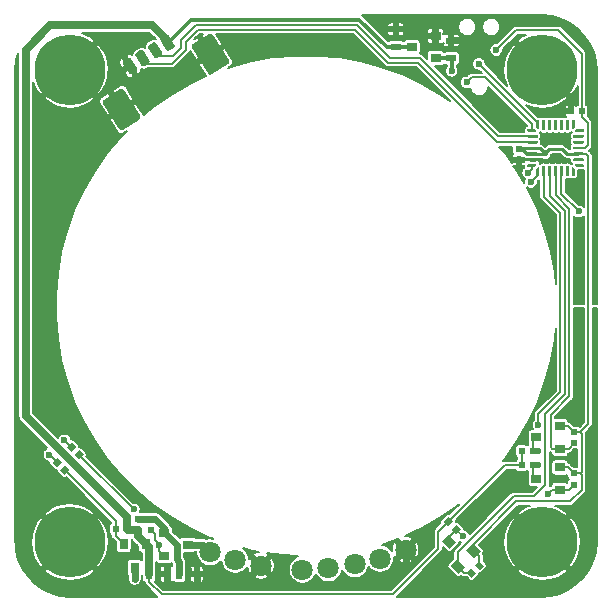
<source format=gbl>
G04 #@! TF.GenerationSoftware,KiCad,Pcbnew,5.1.5+dfsg1-2build2*
G04 #@! TF.CreationDate,2021-05-18T14:50:11+02:00*
G04 #@! TF.ProjectId,lensmount-v1.0,6c656e73-6d6f-4756-9e74-2d76312e302e,rev?*
G04 #@! TF.SameCoordinates,Original*
G04 #@! TF.FileFunction,Copper,L2,Bot*
G04 #@! TF.FilePolarity,Positive*
%FSLAX46Y46*%
G04 Gerber Fmt 4.6, Leading zero omitted, Abs format (unit mm)*
G04 Created by KiCad (PCBNEW 5.1.5+dfsg1-2build2) date 2021-05-18 14:50:11*
%MOMM*%
%LPD*%
G04 APERTURE LIST*
%ADD10C,0.100000*%
%ADD11C,0.800000*%
%ADD12C,6.000000*%
%ADD13R,0.500000X0.600000*%
%ADD14R,0.600000X0.500000*%
%ADD15R,0.800000X0.900000*%
%ADD16R,0.900000X0.800000*%
%ADD17R,0.600000X0.900000*%
%ADD18R,0.900000X0.600000*%
%ADD19C,1.800000*%
%ADD20C,0.600000*%
%ADD21C,0.600000*%
%ADD22C,0.200000*%
%ADD23C,0.300000*%
%ADD24C,0.250000*%
%ADD25C,0.700000*%
%ADD26C,0.154000*%
G04 APERTURE END LIST*
G04 #@! TA.AperFunction,SMDPad,CuDef*
D10*
G36*
X122536221Y-85004135D02*
G01*
X122527779Y-85001575D01*
X122519999Y-84997416D01*
X122513180Y-84991820D01*
X122507584Y-84985001D01*
X122503425Y-84977221D01*
X122500865Y-84968779D01*
X122500000Y-84960000D01*
X122500000Y-84295000D01*
X122500865Y-84286221D01*
X122503425Y-84277779D01*
X122507584Y-84269999D01*
X122513180Y-84263180D01*
X122519999Y-84257584D01*
X122527779Y-84253425D01*
X122536221Y-84250865D01*
X122545000Y-84250000D01*
X122705000Y-84250000D01*
X122713779Y-84250865D01*
X122722221Y-84253425D01*
X122730001Y-84257584D01*
X122736820Y-84263180D01*
X122742416Y-84269999D01*
X122746575Y-84277779D01*
X122749135Y-84286221D01*
X122750000Y-84295000D01*
X122750000Y-84826360D01*
X122749135Y-84835139D01*
X122746575Y-84843581D01*
X122742416Y-84851361D01*
X122736820Y-84858180D01*
X122603180Y-84991820D01*
X122596361Y-84997416D01*
X122588581Y-85001575D01*
X122580139Y-85004135D01*
X122571360Y-85005000D01*
X122545000Y-85005000D01*
X122536221Y-85004135D01*
G37*
G04 #@! TD.AperFunction*
G04 #@! TA.AperFunction,SMDPad,CuDef*
G36*
X122193626Y-84250301D02*
G01*
X122199693Y-84251201D01*
X122205643Y-84252691D01*
X122211418Y-84254758D01*
X122216962Y-84257380D01*
X122222223Y-84260533D01*
X122227150Y-84264187D01*
X122231694Y-84268306D01*
X122235813Y-84272850D01*
X122239467Y-84277777D01*
X122242620Y-84283038D01*
X122245242Y-84288582D01*
X122247309Y-84294357D01*
X122248799Y-84300307D01*
X122249699Y-84306374D01*
X122250000Y-84312500D01*
X122250000Y-85062500D01*
X122249699Y-85068626D01*
X122248799Y-85074693D01*
X122247309Y-85080643D01*
X122245242Y-85086418D01*
X122242620Y-85091962D01*
X122239467Y-85097223D01*
X122235813Y-85102150D01*
X122231694Y-85106694D01*
X122227150Y-85110813D01*
X122222223Y-85114467D01*
X122216962Y-85117620D01*
X122211418Y-85120242D01*
X122205643Y-85122309D01*
X122199693Y-85123799D01*
X122193626Y-85124699D01*
X122187500Y-85125000D01*
X122062500Y-85125000D01*
X122056374Y-85124699D01*
X122050307Y-85123799D01*
X122044357Y-85122309D01*
X122038582Y-85120242D01*
X122033038Y-85117620D01*
X122027777Y-85114467D01*
X122022850Y-85110813D01*
X122018306Y-85106694D01*
X122014187Y-85102150D01*
X122010533Y-85097223D01*
X122007380Y-85091962D01*
X122004758Y-85086418D01*
X122002691Y-85080643D01*
X122001201Y-85074693D01*
X122000301Y-85068626D01*
X122000000Y-85062500D01*
X122000000Y-84312500D01*
X122000301Y-84306374D01*
X122001201Y-84300307D01*
X122002691Y-84294357D01*
X122004758Y-84288582D01*
X122007380Y-84283038D01*
X122010533Y-84277777D01*
X122014187Y-84272850D01*
X122018306Y-84268306D01*
X122022850Y-84264187D01*
X122027777Y-84260533D01*
X122033038Y-84257380D01*
X122038582Y-84254758D01*
X122044357Y-84252691D01*
X122050307Y-84251201D01*
X122056374Y-84250301D01*
X122062500Y-84250000D01*
X122187500Y-84250000D01*
X122193626Y-84250301D01*
G37*
G04 #@! TD.AperFunction*
G04 #@! TA.AperFunction,SMDPad,CuDef*
G36*
X121693626Y-84250301D02*
G01*
X121699693Y-84251201D01*
X121705643Y-84252691D01*
X121711418Y-84254758D01*
X121716962Y-84257380D01*
X121722223Y-84260533D01*
X121727150Y-84264187D01*
X121731694Y-84268306D01*
X121735813Y-84272850D01*
X121739467Y-84277777D01*
X121742620Y-84283038D01*
X121745242Y-84288582D01*
X121747309Y-84294357D01*
X121748799Y-84300307D01*
X121749699Y-84306374D01*
X121750000Y-84312500D01*
X121750000Y-85062500D01*
X121749699Y-85068626D01*
X121748799Y-85074693D01*
X121747309Y-85080643D01*
X121745242Y-85086418D01*
X121742620Y-85091962D01*
X121739467Y-85097223D01*
X121735813Y-85102150D01*
X121731694Y-85106694D01*
X121727150Y-85110813D01*
X121722223Y-85114467D01*
X121716962Y-85117620D01*
X121711418Y-85120242D01*
X121705643Y-85122309D01*
X121699693Y-85123799D01*
X121693626Y-85124699D01*
X121687500Y-85125000D01*
X121562500Y-85125000D01*
X121556374Y-85124699D01*
X121550307Y-85123799D01*
X121544357Y-85122309D01*
X121538582Y-85120242D01*
X121533038Y-85117620D01*
X121527777Y-85114467D01*
X121522850Y-85110813D01*
X121518306Y-85106694D01*
X121514187Y-85102150D01*
X121510533Y-85097223D01*
X121507380Y-85091962D01*
X121504758Y-85086418D01*
X121502691Y-85080643D01*
X121501201Y-85074693D01*
X121500301Y-85068626D01*
X121500000Y-85062500D01*
X121500000Y-84312500D01*
X121500301Y-84306374D01*
X121501201Y-84300307D01*
X121502691Y-84294357D01*
X121504758Y-84288582D01*
X121507380Y-84283038D01*
X121510533Y-84277777D01*
X121514187Y-84272850D01*
X121518306Y-84268306D01*
X121522850Y-84264187D01*
X121527777Y-84260533D01*
X121533038Y-84257380D01*
X121538582Y-84254758D01*
X121544357Y-84252691D01*
X121550307Y-84251201D01*
X121556374Y-84250301D01*
X121562500Y-84250000D01*
X121687500Y-84250000D01*
X121693626Y-84250301D01*
G37*
G04 #@! TD.AperFunction*
G04 #@! TA.AperFunction,SMDPad,CuDef*
G36*
X121193626Y-84250301D02*
G01*
X121199693Y-84251201D01*
X121205643Y-84252691D01*
X121211418Y-84254758D01*
X121216962Y-84257380D01*
X121222223Y-84260533D01*
X121227150Y-84264187D01*
X121231694Y-84268306D01*
X121235813Y-84272850D01*
X121239467Y-84277777D01*
X121242620Y-84283038D01*
X121245242Y-84288582D01*
X121247309Y-84294357D01*
X121248799Y-84300307D01*
X121249699Y-84306374D01*
X121250000Y-84312500D01*
X121250000Y-85062500D01*
X121249699Y-85068626D01*
X121248799Y-85074693D01*
X121247309Y-85080643D01*
X121245242Y-85086418D01*
X121242620Y-85091962D01*
X121239467Y-85097223D01*
X121235813Y-85102150D01*
X121231694Y-85106694D01*
X121227150Y-85110813D01*
X121222223Y-85114467D01*
X121216962Y-85117620D01*
X121211418Y-85120242D01*
X121205643Y-85122309D01*
X121199693Y-85123799D01*
X121193626Y-85124699D01*
X121187500Y-85125000D01*
X121062500Y-85125000D01*
X121056374Y-85124699D01*
X121050307Y-85123799D01*
X121044357Y-85122309D01*
X121038582Y-85120242D01*
X121033038Y-85117620D01*
X121027777Y-85114467D01*
X121022850Y-85110813D01*
X121018306Y-85106694D01*
X121014187Y-85102150D01*
X121010533Y-85097223D01*
X121007380Y-85091962D01*
X121004758Y-85086418D01*
X121002691Y-85080643D01*
X121001201Y-85074693D01*
X121000301Y-85068626D01*
X121000000Y-85062500D01*
X121000000Y-84312500D01*
X121000301Y-84306374D01*
X121001201Y-84300307D01*
X121002691Y-84294357D01*
X121004758Y-84288582D01*
X121007380Y-84283038D01*
X121010533Y-84277777D01*
X121014187Y-84272850D01*
X121018306Y-84268306D01*
X121022850Y-84264187D01*
X121027777Y-84260533D01*
X121033038Y-84257380D01*
X121038582Y-84254758D01*
X121044357Y-84252691D01*
X121050307Y-84251201D01*
X121056374Y-84250301D01*
X121062500Y-84250000D01*
X121187500Y-84250000D01*
X121193626Y-84250301D01*
G37*
G04 #@! TD.AperFunction*
G04 #@! TA.AperFunction,SMDPad,CuDef*
G36*
X120693626Y-84250301D02*
G01*
X120699693Y-84251201D01*
X120705643Y-84252691D01*
X120711418Y-84254758D01*
X120716962Y-84257380D01*
X120722223Y-84260533D01*
X120727150Y-84264187D01*
X120731694Y-84268306D01*
X120735813Y-84272850D01*
X120739467Y-84277777D01*
X120742620Y-84283038D01*
X120745242Y-84288582D01*
X120747309Y-84294357D01*
X120748799Y-84300307D01*
X120749699Y-84306374D01*
X120750000Y-84312500D01*
X120750000Y-85062500D01*
X120749699Y-85068626D01*
X120748799Y-85074693D01*
X120747309Y-85080643D01*
X120745242Y-85086418D01*
X120742620Y-85091962D01*
X120739467Y-85097223D01*
X120735813Y-85102150D01*
X120731694Y-85106694D01*
X120727150Y-85110813D01*
X120722223Y-85114467D01*
X120716962Y-85117620D01*
X120711418Y-85120242D01*
X120705643Y-85122309D01*
X120699693Y-85123799D01*
X120693626Y-85124699D01*
X120687500Y-85125000D01*
X120562500Y-85125000D01*
X120556374Y-85124699D01*
X120550307Y-85123799D01*
X120544357Y-85122309D01*
X120538582Y-85120242D01*
X120533038Y-85117620D01*
X120527777Y-85114467D01*
X120522850Y-85110813D01*
X120518306Y-85106694D01*
X120514187Y-85102150D01*
X120510533Y-85097223D01*
X120507380Y-85091962D01*
X120504758Y-85086418D01*
X120502691Y-85080643D01*
X120501201Y-85074693D01*
X120500301Y-85068626D01*
X120500000Y-85062500D01*
X120500000Y-84312500D01*
X120500301Y-84306374D01*
X120501201Y-84300307D01*
X120502691Y-84294357D01*
X120504758Y-84288582D01*
X120507380Y-84283038D01*
X120510533Y-84277777D01*
X120514187Y-84272850D01*
X120518306Y-84268306D01*
X120522850Y-84264187D01*
X120527777Y-84260533D01*
X120533038Y-84257380D01*
X120538582Y-84254758D01*
X120544357Y-84252691D01*
X120550307Y-84251201D01*
X120556374Y-84250301D01*
X120562500Y-84250000D01*
X120687500Y-84250000D01*
X120693626Y-84250301D01*
G37*
G04 #@! TD.AperFunction*
G04 #@! TA.AperFunction,SMDPad,CuDef*
G36*
X120193626Y-84250301D02*
G01*
X120199693Y-84251201D01*
X120205643Y-84252691D01*
X120211418Y-84254758D01*
X120216962Y-84257380D01*
X120222223Y-84260533D01*
X120227150Y-84264187D01*
X120231694Y-84268306D01*
X120235813Y-84272850D01*
X120239467Y-84277777D01*
X120242620Y-84283038D01*
X120245242Y-84288582D01*
X120247309Y-84294357D01*
X120248799Y-84300307D01*
X120249699Y-84306374D01*
X120250000Y-84312500D01*
X120250000Y-85062500D01*
X120249699Y-85068626D01*
X120248799Y-85074693D01*
X120247309Y-85080643D01*
X120245242Y-85086418D01*
X120242620Y-85091962D01*
X120239467Y-85097223D01*
X120235813Y-85102150D01*
X120231694Y-85106694D01*
X120227150Y-85110813D01*
X120222223Y-85114467D01*
X120216962Y-85117620D01*
X120211418Y-85120242D01*
X120205643Y-85122309D01*
X120199693Y-85123799D01*
X120193626Y-85124699D01*
X120187500Y-85125000D01*
X120062500Y-85125000D01*
X120056374Y-85124699D01*
X120050307Y-85123799D01*
X120044357Y-85122309D01*
X120038582Y-85120242D01*
X120033038Y-85117620D01*
X120027777Y-85114467D01*
X120022850Y-85110813D01*
X120018306Y-85106694D01*
X120014187Y-85102150D01*
X120010533Y-85097223D01*
X120007380Y-85091962D01*
X120004758Y-85086418D01*
X120002691Y-85080643D01*
X120001201Y-85074693D01*
X120000301Y-85068626D01*
X120000000Y-85062500D01*
X120000000Y-84312500D01*
X120000301Y-84306374D01*
X120001201Y-84300307D01*
X120002691Y-84294357D01*
X120004758Y-84288582D01*
X120007380Y-84283038D01*
X120010533Y-84277777D01*
X120014187Y-84272850D01*
X120018306Y-84268306D01*
X120022850Y-84264187D01*
X120027777Y-84260533D01*
X120033038Y-84257380D01*
X120038582Y-84254758D01*
X120044357Y-84252691D01*
X120050307Y-84251201D01*
X120056374Y-84250301D01*
X120062500Y-84250000D01*
X120187500Y-84250000D01*
X120193626Y-84250301D01*
G37*
G04 #@! TD.AperFunction*
G04 #@! TA.AperFunction,SMDPad,CuDef*
G36*
X119669861Y-85004135D02*
G01*
X119661419Y-85001575D01*
X119653639Y-84997416D01*
X119646820Y-84991820D01*
X119513180Y-84858180D01*
X119507584Y-84851361D01*
X119503425Y-84843581D01*
X119500865Y-84835139D01*
X119500000Y-84826360D01*
X119500000Y-84295000D01*
X119500865Y-84286221D01*
X119503425Y-84277779D01*
X119507584Y-84269999D01*
X119513180Y-84263180D01*
X119519999Y-84257584D01*
X119527779Y-84253425D01*
X119536221Y-84250865D01*
X119545000Y-84250000D01*
X119705000Y-84250000D01*
X119713779Y-84250865D01*
X119722221Y-84253425D01*
X119730001Y-84257584D01*
X119736820Y-84263180D01*
X119742416Y-84269999D01*
X119746575Y-84277779D01*
X119749135Y-84286221D01*
X119750000Y-84295000D01*
X119750000Y-84960000D01*
X119749135Y-84968779D01*
X119746575Y-84977221D01*
X119742416Y-84985001D01*
X119736820Y-84991820D01*
X119730001Y-84997416D01*
X119722221Y-85001575D01*
X119713779Y-85004135D01*
X119705000Y-85005000D01*
X119678640Y-85005000D01*
X119669861Y-85004135D01*
G37*
G04 #@! TD.AperFunction*
G04 #@! TA.AperFunction,SMDPad,CuDef*
G36*
X118786221Y-85249135D02*
G01*
X118777779Y-85246575D01*
X118769999Y-85242416D01*
X118763180Y-85236820D01*
X118757584Y-85230001D01*
X118753425Y-85222221D01*
X118750865Y-85213779D01*
X118750000Y-85205000D01*
X118750000Y-85045000D01*
X118750865Y-85036221D01*
X118753425Y-85027779D01*
X118757584Y-85019999D01*
X118763180Y-85013180D01*
X118769999Y-85007584D01*
X118777779Y-85003425D01*
X118786221Y-85000865D01*
X118795000Y-85000000D01*
X119326360Y-85000000D01*
X119335139Y-85000865D01*
X119343581Y-85003425D01*
X119351361Y-85007584D01*
X119358180Y-85013180D01*
X119491820Y-85146820D01*
X119497416Y-85153639D01*
X119501575Y-85161419D01*
X119504135Y-85169861D01*
X119505000Y-85178640D01*
X119505000Y-85205000D01*
X119504135Y-85213779D01*
X119501575Y-85222221D01*
X119497416Y-85230001D01*
X119491820Y-85236820D01*
X119485001Y-85242416D01*
X119477221Y-85246575D01*
X119468779Y-85249135D01*
X119460000Y-85250000D01*
X118795000Y-85250000D01*
X118786221Y-85249135D01*
G37*
G04 #@! TD.AperFunction*
G04 #@! TA.AperFunction,SMDPad,CuDef*
G36*
X119568626Y-85500301D02*
G01*
X119574693Y-85501201D01*
X119580643Y-85502691D01*
X119586418Y-85504758D01*
X119591962Y-85507380D01*
X119597223Y-85510533D01*
X119602150Y-85514187D01*
X119606694Y-85518306D01*
X119610813Y-85522850D01*
X119614467Y-85527777D01*
X119617620Y-85533038D01*
X119620242Y-85538582D01*
X119622309Y-85544357D01*
X119623799Y-85550307D01*
X119624699Y-85556374D01*
X119625000Y-85562500D01*
X119625000Y-85687500D01*
X119624699Y-85693626D01*
X119623799Y-85699693D01*
X119622309Y-85705643D01*
X119620242Y-85711418D01*
X119617620Y-85716962D01*
X119614467Y-85722223D01*
X119610813Y-85727150D01*
X119606694Y-85731694D01*
X119602150Y-85735813D01*
X119597223Y-85739467D01*
X119591962Y-85742620D01*
X119586418Y-85745242D01*
X119580643Y-85747309D01*
X119574693Y-85748799D01*
X119568626Y-85749699D01*
X119562500Y-85750000D01*
X118812500Y-85750000D01*
X118806374Y-85749699D01*
X118800307Y-85748799D01*
X118794357Y-85747309D01*
X118788582Y-85745242D01*
X118783038Y-85742620D01*
X118777777Y-85739467D01*
X118772850Y-85735813D01*
X118768306Y-85731694D01*
X118764187Y-85727150D01*
X118760533Y-85722223D01*
X118757380Y-85716962D01*
X118754758Y-85711418D01*
X118752691Y-85705643D01*
X118751201Y-85699693D01*
X118750301Y-85693626D01*
X118750000Y-85687500D01*
X118750000Y-85562500D01*
X118750301Y-85556374D01*
X118751201Y-85550307D01*
X118752691Y-85544357D01*
X118754758Y-85538582D01*
X118757380Y-85533038D01*
X118760533Y-85527777D01*
X118764187Y-85522850D01*
X118768306Y-85518306D01*
X118772850Y-85514187D01*
X118777777Y-85510533D01*
X118783038Y-85507380D01*
X118788582Y-85504758D01*
X118794357Y-85502691D01*
X118800307Y-85501201D01*
X118806374Y-85500301D01*
X118812500Y-85500000D01*
X119562500Y-85500000D01*
X119568626Y-85500301D01*
G37*
G04 #@! TD.AperFunction*
G04 #@! TA.AperFunction,SMDPad,CuDef*
G36*
X119568626Y-86000301D02*
G01*
X119574693Y-86001201D01*
X119580643Y-86002691D01*
X119586418Y-86004758D01*
X119591962Y-86007380D01*
X119597223Y-86010533D01*
X119602150Y-86014187D01*
X119606694Y-86018306D01*
X119610813Y-86022850D01*
X119614467Y-86027777D01*
X119617620Y-86033038D01*
X119620242Y-86038582D01*
X119622309Y-86044357D01*
X119623799Y-86050307D01*
X119624699Y-86056374D01*
X119625000Y-86062500D01*
X119625000Y-86187500D01*
X119624699Y-86193626D01*
X119623799Y-86199693D01*
X119622309Y-86205643D01*
X119620242Y-86211418D01*
X119617620Y-86216962D01*
X119614467Y-86222223D01*
X119610813Y-86227150D01*
X119606694Y-86231694D01*
X119602150Y-86235813D01*
X119597223Y-86239467D01*
X119591962Y-86242620D01*
X119586418Y-86245242D01*
X119580643Y-86247309D01*
X119574693Y-86248799D01*
X119568626Y-86249699D01*
X119562500Y-86250000D01*
X118812500Y-86250000D01*
X118806374Y-86249699D01*
X118800307Y-86248799D01*
X118794357Y-86247309D01*
X118788582Y-86245242D01*
X118783038Y-86242620D01*
X118777777Y-86239467D01*
X118772850Y-86235813D01*
X118768306Y-86231694D01*
X118764187Y-86227150D01*
X118760533Y-86222223D01*
X118757380Y-86216962D01*
X118754758Y-86211418D01*
X118752691Y-86205643D01*
X118751201Y-86199693D01*
X118750301Y-86193626D01*
X118750000Y-86187500D01*
X118750000Y-86062500D01*
X118750301Y-86056374D01*
X118751201Y-86050307D01*
X118752691Y-86044357D01*
X118754758Y-86038582D01*
X118757380Y-86033038D01*
X118760533Y-86027777D01*
X118764187Y-86022850D01*
X118768306Y-86018306D01*
X118772850Y-86014187D01*
X118777777Y-86010533D01*
X118783038Y-86007380D01*
X118788582Y-86004758D01*
X118794357Y-86002691D01*
X118800307Y-86001201D01*
X118806374Y-86000301D01*
X118812500Y-86000000D01*
X119562500Y-86000000D01*
X119568626Y-86000301D01*
G37*
G04 #@! TD.AperFunction*
G04 #@! TA.AperFunction,SMDPad,CuDef*
G36*
X119568626Y-86500301D02*
G01*
X119574693Y-86501201D01*
X119580643Y-86502691D01*
X119586418Y-86504758D01*
X119591962Y-86507380D01*
X119597223Y-86510533D01*
X119602150Y-86514187D01*
X119606694Y-86518306D01*
X119610813Y-86522850D01*
X119614467Y-86527777D01*
X119617620Y-86533038D01*
X119620242Y-86538582D01*
X119622309Y-86544357D01*
X119623799Y-86550307D01*
X119624699Y-86556374D01*
X119625000Y-86562500D01*
X119625000Y-86687500D01*
X119624699Y-86693626D01*
X119623799Y-86699693D01*
X119622309Y-86705643D01*
X119620242Y-86711418D01*
X119617620Y-86716962D01*
X119614467Y-86722223D01*
X119610813Y-86727150D01*
X119606694Y-86731694D01*
X119602150Y-86735813D01*
X119597223Y-86739467D01*
X119591962Y-86742620D01*
X119586418Y-86745242D01*
X119580643Y-86747309D01*
X119574693Y-86748799D01*
X119568626Y-86749699D01*
X119562500Y-86750000D01*
X118812500Y-86750000D01*
X118806374Y-86749699D01*
X118800307Y-86748799D01*
X118794357Y-86747309D01*
X118788582Y-86745242D01*
X118783038Y-86742620D01*
X118777777Y-86739467D01*
X118772850Y-86735813D01*
X118768306Y-86731694D01*
X118764187Y-86727150D01*
X118760533Y-86722223D01*
X118757380Y-86716962D01*
X118754758Y-86711418D01*
X118752691Y-86705643D01*
X118751201Y-86699693D01*
X118750301Y-86693626D01*
X118750000Y-86687500D01*
X118750000Y-86562500D01*
X118750301Y-86556374D01*
X118751201Y-86550307D01*
X118752691Y-86544357D01*
X118754758Y-86538582D01*
X118757380Y-86533038D01*
X118760533Y-86527777D01*
X118764187Y-86522850D01*
X118768306Y-86518306D01*
X118772850Y-86514187D01*
X118777777Y-86510533D01*
X118783038Y-86507380D01*
X118788582Y-86504758D01*
X118794357Y-86502691D01*
X118800307Y-86501201D01*
X118806374Y-86500301D01*
X118812500Y-86500000D01*
X119562500Y-86500000D01*
X119568626Y-86500301D01*
G37*
G04 #@! TD.AperFunction*
G04 #@! TA.AperFunction,SMDPad,CuDef*
G36*
X119568626Y-87000301D02*
G01*
X119574693Y-87001201D01*
X119580643Y-87002691D01*
X119586418Y-87004758D01*
X119591962Y-87007380D01*
X119597223Y-87010533D01*
X119602150Y-87014187D01*
X119606694Y-87018306D01*
X119610813Y-87022850D01*
X119614467Y-87027777D01*
X119617620Y-87033038D01*
X119620242Y-87038582D01*
X119622309Y-87044357D01*
X119623799Y-87050307D01*
X119624699Y-87056374D01*
X119625000Y-87062500D01*
X119625000Y-87187500D01*
X119624699Y-87193626D01*
X119623799Y-87199693D01*
X119622309Y-87205643D01*
X119620242Y-87211418D01*
X119617620Y-87216962D01*
X119614467Y-87222223D01*
X119610813Y-87227150D01*
X119606694Y-87231694D01*
X119602150Y-87235813D01*
X119597223Y-87239467D01*
X119591962Y-87242620D01*
X119586418Y-87245242D01*
X119580643Y-87247309D01*
X119574693Y-87248799D01*
X119568626Y-87249699D01*
X119562500Y-87250000D01*
X118812500Y-87250000D01*
X118806374Y-87249699D01*
X118800307Y-87248799D01*
X118794357Y-87247309D01*
X118788582Y-87245242D01*
X118783038Y-87242620D01*
X118777777Y-87239467D01*
X118772850Y-87235813D01*
X118768306Y-87231694D01*
X118764187Y-87227150D01*
X118760533Y-87222223D01*
X118757380Y-87216962D01*
X118754758Y-87211418D01*
X118752691Y-87205643D01*
X118751201Y-87199693D01*
X118750301Y-87193626D01*
X118750000Y-87187500D01*
X118750000Y-87062500D01*
X118750301Y-87056374D01*
X118751201Y-87050307D01*
X118752691Y-87044357D01*
X118754758Y-87038582D01*
X118757380Y-87033038D01*
X118760533Y-87027777D01*
X118764187Y-87022850D01*
X118768306Y-87018306D01*
X118772850Y-87014187D01*
X118777777Y-87010533D01*
X118783038Y-87007380D01*
X118788582Y-87004758D01*
X118794357Y-87002691D01*
X118800307Y-87001201D01*
X118806374Y-87000301D01*
X118812500Y-87000000D01*
X119562500Y-87000000D01*
X119568626Y-87000301D01*
G37*
G04 #@! TD.AperFunction*
G04 #@! TA.AperFunction,SMDPad,CuDef*
G36*
X119568626Y-87500301D02*
G01*
X119574693Y-87501201D01*
X119580643Y-87502691D01*
X119586418Y-87504758D01*
X119591962Y-87507380D01*
X119597223Y-87510533D01*
X119602150Y-87514187D01*
X119606694Y-87518306D01*
X119610813Y-87522850D01*
X119614467Y-87527777D01*
X119617620Y-87533038D01*
X119620242Y-87538582D01*
X119622309Y-87544357D01*
X119623799Y-87550307D01*
X119624699Y-87556374D01*
X119625000Y-87562500D01*
X119625000Y-87687500D01*
X119624699Y-87693626D01*
X119623799Y-87699693D01*
X119622309Y-87705643D01*
X119620242Y-87711418D01*
X119617620Y-87716962D01*
X119614467Y-87722223D01*
X119610813Y-87727150D01*
X119606694Y-87731694D01*
X119602150Y-87735813D01*
X119597223Y-87739467D01*
X119591962Y-87742620D01*
X119586418Y-87745242D01*
X119580643Y-87747309D01*
X119574693Y-87748799D01*
X119568626Y-87749699D01*
X119562500Y-87750000D01*
X118812500Y-87750000D01*
X118806374Y-87749699D01*
X118800307Y-87748799D01*
X118794357Y-87747309D01*
X118788582Y-87745242D01*
X118783038Y-87742620D01*
X118777777Y-87739467D01*
X118772850Y-87735813D01*
X118768306Y-87731694D01*
X118764187Y-87727150D01*
X118760533Y-87722223D01*
X118757380Y-87716962D01*
X118754758Y-87711418D01*
X118752691Y-87705643D01*
X118751201Y-87699693D01*
X118750301Y-87693626D01*
X118750000Y-87687500D01*
X118750000Y-87562500D01*
X118750301Y-87556374D01*
X118751201Y-87550307D01*
X118752691Y-87544357D01*
X118754758Y-87538582D01*
X118757380Y-87533038D01*
X118760533Y-87527777D01*
X118764187Y-87522850D01*
X118768306Y-87518306D01*
X118772850Y-87514187D01*
X118777777Y-87510533D01*
X118783038Y-87507380D01*
X118788582Y-87504758D01*
X118794357Y-87502691D01*
X118800307Y-87501201D01*
X118806374Y-87500301D01*
X118812500Y-87500000D01*
X119562500Y-87500000D01*
X119568626Y-87500301D01*
G37*
G04 #@! TD.AperFunction*
G04 #@! TA.AperFunction,SMDPad,CuDef*
G36*
X118786221Y-88249135D02*
G01*
X118777779Y-88246575D01*
X118769999Y-88242416D01*
X118763180Y-88236820D01*
X118757584Y-88230001D01*
X118753425Y-88222221D01*
X118750865Y-88213779D01*
X118750000Y-88205000D01*
X118750000Y-88045000D01*
X118750865Y-88036221D01*
X118753425Y-88027779D01*
X118757584Y-88019999D01*
X118763180Y-88013180D01*
X118769999Y-88007584D01*
X118777779Y-88003425D01*
X118786221Y-88000865D01*
X118795000Y-88000000D01*
X119460000Y-88000000D01*
X119468779Y-88000865D01*
X119477221Y-88003425D01*
X119485001Y-88007584D01*
X119491820Y-88013180D01*
X119497416Y-88019999D01*
X119501575Y-88027779D01*
X119504135Y-88036221D01*
X119505000Y-88045000D01*
X119505000Y-88071360D01*
X119504135Y-88080139D01*
X119501575Y-88088581D01*
X119497416Y-88096361D01*
X119491820Y-88103180D01*
X119358180Y-88236820D01*
X119351361Y-88242416D01*
X119343581Y-88246575D01*
X119335139Y-88249135D01*
X119326360Y-88250000D01*
X118795000Y-88250000D01*
X118786221Y-88249135D01*
G37*
G04 #@! TD.AperFunction*
G04 #@! TA.AperFunction,SMDPad,CuDef*
G36*
X119536221Y-88999135D02*
G01*
X119527779Y-88996575D01*
X119519999Y-88992416D01*
X119513180Y-88986820D01*
X119507584Y-88980001D01*
X119503425Y-88972221D01*
X119500865Y-88963779D01*
X119500000Y-88955000D01*
X119500000Y-88423640D01*
X119500865Y-88414861D01*
X119503425Y-88406419D01*
X119507584Y-88398639D01*
X119513180Y-88391820D01*
X119646820Y-88258180D01*
X119653639Y-88252584D01*
X119661419Y-88248425D01*
X119669861Y-88245865D01*
X119678640Y-88245000D01*
X119705000Y-88245000D01*
X119713779Y-88245865D01*
X119722221Y-88248425D01*
X119730001Y-88252584D01*
X119736820Y-88258180D01*
X119742416Y-88264999D01*
X119746575Y-88272779D01*
X119749135Y-88281221D01*
X119750000Y-88290000D01*
X119750000Y-88955000D01*
X119749135Y-88963779D01*
X119746575Y-88972221D01*
X119742416Y-88980001D01*
X119736820Y-88986820D01*
X119730001Y-88992416D01*
X119722221Y-88996575D01*
X119713779Y-88999135D01*
X119705000Y-89000000D01*
X119545000Y-89000000D01*
X119536221Y-88999135D01*
G37*
G04 #@! TD.AperFunction*
G04 #@! TA.AperFunction,SMDPad,CuDef*
G36*
X120193626Y-88125301D02*
G01*
X120199693Y-88126201D01*
X120205643Y-88127691D01*
X120211418Y-88129758D01*
X120216962Y-88132380D01*
X120222223Y-88135533D01*
X120227150Y-88139187D01*
X120231694Y-88143306D01*
X120235813Y-88147850D01*
X120239467Y-88152777D01*
X120242620Y-88158038D01*
X120245242Y-88163582D01*
X120247309Y-88169357D01*
X120248799Y-88175307D01*
X120249699Y-88181374D01*
X120250000Y-88187500D01*
X120250000Y-88937500D01*
X120249699Y-88943626D01*
X120248799Y-88949693D01*
X120247309Y-88955643D01*
X120245242Y-88961418D01*
X120242620Y-88966962D01*
X120239467Y-88972223D01*
X120235813Y-88977150D01*
X120231694Y-88981694D01*
X120227150Y-88985813D01*
X120222223Y-88989467D01*
X120216962Y-88992620D01*
X120211418Y-88995242D01*
X120205643Y-88997309D01*
X120199693Y-88998799D01*
X120193626Y-88999699D01*
X120187500Y-89000000D01*
X120062500Y-89000000D01*
X120056374Y-88999699D01*
X120050307Y-88998799D01*
X120044357Y-88997309D01*
X120038582Y-88995242D01*
X120033038Y-88992620D01*
X120027777Y-88989467D01*
X120022850Y-88985813D01*
X120018306Y-88981694D01*
X120014187Y-88977150D01*
X120010533Y-88972223D01*
X120007380Y-88966962D01*
X120004758Y-88961418D01*
X120002691Y-88955643D01*
X120001201Y-88949693D01*
X120000301Y-88943626D01*
X120000000Y-88937500D01*
X120000000Y-88187500D01*
X120000301Y-88181374D01*
X120001201Y-88175307D01*
X120002691Y-88169357D01*
X120004758Y-88163582D01*
X120007380Y-88158038D01*
X120010533Y-88152777D01*
X120014187Y-88147850D01*
X120018306Y-88143306D01*
X120022850Y-88139187D01*
X120027777Y-88135533D01*
X120033038Y-88132380D01*
X120038582Y-88129758D01*
X120044357Y-88127691D01*
X120050307Y-88126201D01*
X120056374Y-88125301D01*
X120062500Y-88125000D01*
X120187500Y-88125000D01*
X120193626Y-88125301D01*
G37*
G04 #@! TD.AperFunction*
G04 #@! TA.AperFunction,SMDPad,CuDef*
G36*
X120693626Y-88125301D02*
G01*
X120699693Y-88126201D01*
X120705643Y-88127691D01*
X120711418Y-88129758D01*
X120716962Y-88132380D01*
X120722223Y-88135533D01*
X120727150Y-88139187D01*
X120731694Y-88143306D01*
X120735813Y-88147850D01*
X120739467Y-88152777D01*
X120742620Y-88158038D01*
X120745242Y-88163582D01*
X120747309Y-88169357D01*
X120748799Y-88175307D01*
X120749699Y-88181374D01*
X120750000Y-88187500D01*
X120750000Y-88937500D01*
X120749699Y-88943626D01*
X120748799Y-88949693D01*
X120747309Y-88955643D01*
X120745242Y-88961418D01*
X120742620Y-88966962D01*
X120739467Y-88972223D01*
X120735813Y-88977150D01*
X120731694Y-88981694D01*
X120727150Y-88985813D01*
X120722223Y-88989467D01*
X120716962Y-88992620D01*
X120711418Y-88995242D01*
X120705643Y-88997309D01*
X120699693Y-88998799D01*
X120693626Y-88999699D01*
X120687500Y-89000000D01*
X120562500Y-89000000D01*
X120556374Y-88999699D01*
X120550307Y-88998799D01*
X120544357Y-88997309D01*
X120538582Y-88995242D01*
X120533038Y-88992620D01*
X120527777Y-88989467D01*
X120522850Y-88985813D01*
X120518306Y-88981694D01*
X120514187Y-88977150D01*
X120510533Y-88972223D01*
X120507380Y-88966962D01*
X120504758Y-88961418D01*
X120502691Y-88955643D01*
X120501201Y-88949693D01*
X120500301Y-88943626D01*
X120500000Y-88937500D01*
X120500000Y-88187500D01*
X120500301Y-88181374D01*
X120501201Y-88175307D01*
X120502691Y-88169357D01*
X120504758Y-88163582D01*
X120507380Y-88158038D01*
X120510533Y-88152777D01*
X120514187Y-88147850D01*
X120518306Y-88143306D01*
X120522850Y-88139187D01*
X120527777Y-88135533D01*
X120533038Y-88132380D01*
X120538582Y-88129758D01*
X120544357Y-88127691D01*
X120550307Y-88126201D01*
X120556374Y-88125301D01*
X120562500Y-88125000D01*
X120687500Y-88125000D01*
X120693626Y-88125301D01*
G37*
G04 #@! TD.AperFunction*
G04 #@! TA.AperFunction,SMDPad,CuDef*
G36*
X121193626Y-88125301D02*
G01*
X121199693Y-88126201D01*
X121205643Y-88127691D01*
X121211418Y-88129758D01*
X121216962Y-88132380D01*
X121222223Y-88135533D01*
X121227150Y-88139187D01*
X121231694Y-88143306D01*
X121235813Y-88147850D01*
X121239467Y-88152777D01*
X121242620Y-88158038D01*
X121245242Y-88163582D01*
X121247309Y-88169357D01*
X121248799Y-88175307D01*
X121249699Y-88181374D01*
X121250000Y-88187500D01*
X121250000Y-88937500D01*
X121249699Y-88943626D01*
X121248799Y-88949693D01*
X121247309Y-88955643D01*
X121245242Y-88961418D01*
X121242620Y-88966962D01*
X121239467Y-88972223D01*
X121235813Y-88977150D01*
X121231694Y-88981694D01*
X121227150Y-88985813D01*
X121222223Y-88989467D01*
X121216962Y-88992620D01*
X121211418Y-88995242D01*
X121205643Y-88997309D01*
X121199693Y-88998799D01*
X121193626Y-88999699D01*
X121187500Y-89000000D01*
X121062500Y-89000000D01*
X121056374Y-88999699D01*
X121050307Y-88998799D01*
X121044357Y-88997309D01*
X121038582Y-88995242D01*
X121033038Y-88992620D01*
X121027777Y-88989467D01*
X121022850Y-88985813D01*
X121018306Y-88981694D01*
X121014187Y-88977150D01*
X121010533Y-88972223D01*
X121007380Y-88966962D01*
X121004758Y-88961418D01*
X121002691Y-88955643D01*
X121001201Y-88949693D01*
X121000301Y-88943626D01*
X121000000Y-88937500D01*
X121000000Y-88187500D01*
X121000301Y-88181374D01*
X121001201Y-88175307D01*
X121002691Y-88169357D01*
X121004758Y-88163582D01*
X121007380Y-88158038D01*
X121010533Y-88152777D01*
X121014187Y-88147850D01*
X121018306Y-88143306D01*
X121022850Y-88139187D01*
X121027777Y-88135533D01*
X121033038Y-88132380D01*
X121038582Y-88129758D01*
X121044357Y-88127691D01*
X121050307Y-88126201D01*
X121056374Y-88125301D01*
X121062500Y-88125000D01*
X121187500Y-88125000D01*
X121193626Y-88125301D01*
G37*
G04 #@! TD.AperFunction*
G04 #@! TA.AperFunction,SMDPad,CuDef*
G36*
X121693626Y-88125301D02*
G01*
X121699693Y-88126201D01*
X121705643Y-88127691D01*
X121711418Y-88129758D01*
X121716962Y-88132380D01*
X121722223Y-88135533D01*
X121727150Y-88139187D01*
X121731694Y-88143306D01*
X121735813Y-88147850D01*
X121739467Y-88152777D01*
X121742620Y-88158038D01*
X121745242Y-88163582D01*
X121747309Y-88169357D01*
X121748799Y-88175307D01*
X121749699Y-88181374D01*
X121750000Y-88187500D01*
X121750000Y-88937500D01*
X121749699Y-88943626D01*
X121748799Y-88949693D01*
X121747309Y-88955643D01*
X121745242Y-88961418D01*
X121742620Y-88966962D01*
X121739467Y-88972223D01*
X121735813Y-88977150D01*
X121731694Y-88981694D01*
X121727150Y-88985813D01*
X121722223Y-88989467D01*
X121716962Y-88992620D01*
X121711418Y-88995242D01*
X121705643Y-88997309D01*
X121699693Y-88998799D01*
X121693626Y-88999699D01*
X121687500Y-89000000D01*
X121562500Y-89000000D01*
X121556374Y-88999699D01*
X121550307Y-88998799D01*
X121544357Y-88997309D01*
X121538582Y-88995242D01*
X121533038Y-88992620D01*
X121527777Y-88989467D01*
X121522850Y-88985813D01*
X121518306Y-88981694D01*
X121514187Y-88977150D01*
X121510533Y-88972223D01*
X121507380Y-88966962D01*
X121504758Y-88961418D01*
X121502691Y-88955643D01*
X121501201Y-88949693D01*
X121500301Y-88943626D01*
X121500000Y-88937500D01*
X121500000Y-88187500D01*
X121500301Y-88181374D01*
X121501201Y-88175307D01*
X121502691Y-88169357D01*
X121504758Y-88163582D01*
X121507380Y-88158038D01*
X121510533Y-88152777D01*
X121514187Y-88147850D01*
X121518306Y-88143306D01*
X121522850Y-88139187D01*
X121527777Y-88135533D01*
X121533038Y-88132380D01*
X121538582Y-88129758D01*
X121544357Y-88127691D01*
X121550307Y-88126201D01*
X121556374Y-88125301D01*
X121562500Y-88125000D01*
X121687500Y-88125000D01*
X121693626Y-88125301D01*
G37*
G04 #@! TD.AperFunction*
G04 #@! TA.AperFunction,SMDPad,CuDef*
G36*
X122193626Y-88125301D02*
G01*
X122199693Y-88126201D01*
X122205643Y-88127691D01*
X122211418Y-88129758D01*
X122216962Y-88132380D01*
X122222223Y-88135533D01*
X122227150Y-88139187D01*
X122231694Y-88143306D01*
X122235813Y-88147850D01*
X122239467Y-88152777D01*
X122242620Y-88158038D01*
X122245242Y-88163582D01*
X122247309Y-88169357D01*
X122248799Y-88175307D01*
X122249699Y-88181374D01*
X122250000Y-88187500D01*
X122250000Y-88937500D01*
X122249699Y-88943626D01*
X122248799Y-88949693D01*
X122247309Y-88955643D01*
X122245242Y-88961418D01*
X122242620Y-88966962D01*
X122239467Y-88972223D01*
X122235813Y-88977150D01*
X122231694Y-88981694D01*
X122227150Y-88985813D01*
X122222223Y-88989467D01*
X122216962Y-88992620D01*
X122211418Y-88995242D01*
X122205643Y-88997309D01*
X122199693Y-88998799D01*
X122193626Y-88999699D01*
X122187500Y-89000000D01*
X122062500Y-89000000D01*
X122056374Y-88999699D01*
X122050307Y-88998799D01*
X122044357Y-88997309D01*
X122038582Y-88995242D01*
X122033038Y-88992620D01*
X122027777Y-88989467D01*
X122022850Y-88985813D01*
X122018306Y-88981694D01*
X122014187Y-88977150D01*
X122010533Y-88972223D01*
X122007380Y-88966962D01*
X122004758Y-88961418D01*
X122002691Y-88955643D01*
X122001201Y-88949693D01*
X122000301Y-88943626D01*
X122000000Y-88937500D01*
X122000000Y-88187500D01*
X122000301Y-88181374D01*
X122001201Y-88175307D01*
X122002691Y-88169357D01*
X122004758Y-88163582D01*
X122007380Y-88158038D01*
X122010533Y-88152777D01*
X122014187Y-88147850D01*
X122018306Y-88143306D01*
X122022850Y-88139187D01*
X122027777Y-88135533D01*
X122033038Y-88132380D01*
X122038582Y-88129758D01*
X122044357Y-88127691D01*
X122050307Y-88126201D01*
X122056374Y-88125301D01*
X122062500Y-88125000D01*
X122187500Y-88125000D01*
X122193626Y-88125301D01*
G37*
G04 #@! TD.AperFunction*
G04 #@! TA.AperFunction,SMDPad,CuDef*
G36*
X122536221Y-88999135D02*
G01*
X122527779Y-88996575D01*
X122519999Y-88992416D01*
X122513180Y-88986820D01*
X122507584Y-88980001D01*
X122503425Y-88972221D01*
X122500865Y-88963779D01*
X122500000Y-88955000D01*
X122500000Y-88290000D01*
X122500865Y-88281221D01*
X122503425Y-88272779D01*
X122507584Y-88264999D01*
X122513180Y-88258180D01*
X122519999Y-88252584D01*
X122527779Y-88248425D01*
X122536221Y-88245865D01*
X122545000Y-88245000D01*
X122571360Y-88245000D01*
X122580139Y-88245865D01*
X122588581Y-88248425D01*
X122596361Y-88252584D01*
X122603180Y-88258180D01*
X122736820Y-88391820D01*
X122742416Y-88398639D01*
X122746575Y-88406419D01*
X122749135Y-88414861D01*
X122750000Y-88423640D01*
X122750000Y-88955000D01*
X122749135Y-88963779D01*
X122746575Y-88972221D01*
X122742416Y-88980001D01*
X122736820Y-88986820D01*
X122730001Y-88992416D01*
X122722221Y-88996575D01*
X122713779Y-88999135D01*
X122705000Y-89000000D01*
X122545000Y-89000000D01*
X122536221Y-88999135D01*
G37*
G04 #@! TD.AperFunction*
G04 #@! TA.AperFunction,SMDPad,CuDef*
G36*
X122914861Y-88249135D02*
G01*
X122906419Y-88246575D01*
X122898639Y-88242416D01*
X122891820Y-88236820D01*
X122758180Y-88103180D01*
X122752584Y-88096361D01*
X122748425Y-88088581D01*
X122745865Y-88080139D01*
X122745000Y-88071360D01*
X122745000Y-88045000D01*
X122745865Y-88036221D01*
X122748425Y-88027779D01*
X122752584Y-88019999D01*
X122758180Y-88013180D01*
X122764999Y-88007584D01*
X122772779Y-88003425D01*
X122781221Y-88000865D01*
X122790000Y-88000000D01*
X123455000Y-88000000D01*
X123463779Y-88000865D01*
X123472221Y-88003425D01*
X123480001Y-88007584D01*
X123486820Y-88013180D01*
X123492416Y-88019999D01*
X123496575Y-88027779D01*
X123499135Y-88036221D01*
X123500000Y-88045000D01*
X123500000Y-88205000D01*
X123499135Y-88213779D01*
X123496575Y-88222221D01*
X123492416Y-88230001D01*
X123486820Y-88236820D01*
X123480001Y-88242416D01*
X123472221Y-88246575D01*
X123463779Y-88249135D01*
X123455000Y-88250000D01*
X122923640Y-88250000D01*
X122914861Y-88249135D01*
G37*
G04 #@! TD.AperFunction*
G04 #@! TA.AperFunction,SMDPad,CuDef*
G36*
X123443626Y-87500301D02*
G01*
X123449693Y-87501201D01*
X123455643Y-87502691D01*
X123461418Y-87504758D01*
X123466962Y-87507380D01*
X123472223Y-87510533D01*
X123477150Y-87514187D01*
X123481694Y-87518306D01*
X123485813Y-87522850D01*
X123489467Y-87527777D01*
X123492620Y-87533038D01*
X123495242Y-87538582D01*
X123497309Y-87544357D01*
X123498799Y-87550307D01*
X123499699Y-87556374D01*
X123500000Y-87562500D01*
X123500000Y-87687500D01*
X123499699Y-87693626D01*
X123498799Y-87699693D01*
X123497309Y-87705643D01*
X123495242Y-87711418D01*
X123492620Y-87716962D01*
X123489467Y-87722223D01*
X123485813Y-87727150D01*
X123481694Y-87731694D01*
X123477150Y-87735813D01*
X123472223Y-87739467D01*
X123466962Y-87742620D01*
X123461418Y-87745242D01*
X123455643Y-87747309D01*
X123449693Y-87748799D01*
X123443626Y-87749699D01*
X123437500Y-87750000D01*
X122687500Y-87750000D01*
X122681374Y-87749699D01*
X122675307Y-87748799D01*
X122669357Y-87747309D01*
X122663582Y-87745242D01*
X122658038Y-87742620D01*
X122652777Y-87739467D01*
X122647850Y-87735813D01*
X122643306Y-87731694D01*
X122639187Y-87727150D01*
X122635533Y-87722223D01*
X122632380Y-87716962D01*
X122629758Y-87711418D01*
X122627691Y-87705643D01*
X122626201Y-87699693D01*
X122625301Y-87693626D01*
X122625000Y-87687500D01*
X122625000Y-87562500D01*
X122625301Y-87556374D01*
X122626201Y-87550307D01*
X122627691Y-87544357D01*
X122629758Y-87538582D01*
X122632380Y-87533038D01*
X122635533Y-87527777D01*
X122639187Y-87522850D01*
X122643306Y-87518306D01*
X122647850Y-87514187D01*
X122652777Y-87510533D01*
X122658038Y-87507380D01*
X122663582Y-87504758D01*
X122669357Y-87502691D01*
X122675307Y-87501201D01*
X122681374Y-87500301D01*
X122687500Y-87500000D01*
X123437500Y-87500000D01*
X123443626Y-87500301D01*
G37*
G04 #@! TD.AperFunction*
G04 #@! TA.AperFunction,SMDPad,CuDef*
G36*
X123443626Y-87000301D02*
G01*
X123449693Y-87001201D01*
X123455643Y-87002691D01*
X123461418Y-87004758D01*
X123466962Y-87007380D01*
X123472223Y-87010533D01*
X123477150Y-87014187D01*
X123481694Y-87018306D01*
X123485813Y-87022850D01*
X123489467Y-87027777D01*
X123492620Y-87033038D01*
X123495242Y-87038582D01*
X123497309Y-87044357D01*
X123498799Y-87050307D01*
X123499699Y-87056374D01*
X123500000Y-87062500D01*
X123500000Y-87187500D01*
X123499699Y-87193626D01*
X123498799Y-87199693D01*
X123497309Y-87205643D01*
X123495242Y-87211418D01*
X123492620Y-87216962D01*
X123489467Y-87222223D01*
X123485813Y-87227150D01*
X123481694Y-87231694D01*
X123477150Y-87235813D01*
X123472223Y-87239467D01*
X123466962Y-87242620D01*
X123461418Y-87245242D01*
X123455643Y-87247309D01*
X123449693Y-87248799D01*
X123443626Y-87249699D01*
X123437500Y-87250000D01*
X122687500Y-87250000D01*
X122681374Y-87249699D01*
X122675307Y-87248799D01*
X122669357Y-87247309D01*
X122663582Y-87245242D01*
X122658038Y-87242620D01*
X122652777Y-87239467D01*
X122647850Y-87235813D01*
X122643306Y-87231694D01*
X122639187Y-87227150D01*
X122635533Y-87222223D01*
X122632380Y-87216962D01*
X122629758Y-87211418D01*
X122627691Y-87205643D01*
X122626201Y-87199693D01*
X122625301Y-87193626D01*
X122625000Y-87187500D01*
X122625000Y-87062500D01*
X122625301Y-87056374D01*
X122626201Y-87050307D01*
X122627691Y-87044357D01*
X122629758Y-87038582D01*
X122632380Y-87033038D01*
X122635533Y-87027777D01*
X122639187Y-87022850D01*
X122643306Y-87018306D01*
X122647850Y-87014187D01*
X122652777Y-87010533D01*
X122658038Y-87007380D01*
X122663582Y-87004758D01*
X122669357Y-87002691D01*
X122675307Y-87001201D01*
X122681374Y-87000301D01*
X122687500Y-87000000D01*
X123437500Y-87000000D01*
X123443626Y-87000301D01*
G37*
G04 #@! TD.AperFunction*
G04 #@! TA.AperFunction,SMDPad,CuDef*
G36*
X123443626Y-86500301D02*
G01*
X123449693Y-86501201D01*
X123455643Y-86502691D01*
X123461418Y-86504758D01*
X123466962Y-86507380D01*
X123472223Y-86510533D01*
X123477150Y-86514187D01*
X123481694Y-86518306D01*
X123485813Y-86522850D01*
X123489467Y-86527777D01*
X123492620Y-86533038D01*
X123495242Y-86538582D01*
X123497309Y-86544357D01*
X123498799Y-86550307D01*
X123499699Y-86556374D01*
X123500000Y-86562500D01*
X123500000Y-86687500D01*
X123499699Y-86693626D01*
X123498799Y-86699693D01*
X123497309Y-86705643D01*
X123495242Y-86711418D01*
X123492620Y-86716962D01*
X123489467Y-86722223D01*
X123485813Y-86727150D01*
X123481694Y-86731694D01*
X123477150Y-86735813D01*
X123472223Y-86739467D01*
X123466962Y-86742620D01*
X123461418Y-86745242D01*
X123455643Y-86747309D01*
X123449693Y-86748799D01*
X123443626Y-86749699D01*
X123437500Y-86750000D01*
X122687500Y-86750000D01*
X122681374Y-86749699D01*
X122675307Y-86748799D01*
X122669357Y-86747309D01*
X122663582Y-86745242D01*
X122658038Y-86742620D01*
X122652777Y-86739467D01*
X122647850Y-86735813D01*
X122643306Y-86731694D01*
X122639187Y-86727150D01*
X122635533Y-86722223D01*
X122632380Y-86716962D01*
X122629758Y-86711418D01*
X122627691Y-86705643D01*
X122626201Y-86699693D01*
X122625301Y-86693626D01*
X122625000Y-86687500D01*
X122625000Y-86562500D01*
X122625301Y-86556374D01*
X122626201Y-86550307D01*
X122627691Y-86544357D01*
X122629758Y-86538582D01*
X122632380Y-86533038D01*
X122635533Y-86527777D01*
X122639187Y-86522850D01*
X122643306Y-86518306D01*
X122647850Y-86514187D01*
X122652777Y-86510533D01*
X122658038Y-86507380D01*
X122663582Y-86504758D01*
X122669357Y-86502691D01*
X122675307Y-86501201D01*
X122681374Y-86500301D01*
X122687500Y-86500000D01*
X123437500Y-86500000D01*
X123443626Y-86500301D01*
G37*
G04 #@! TD.AperFunction*
G04 #@! TA.AperFunction,SMDPad,CuDef*
G36*
X123443626Y-86000301D02*
G01*
X123449693Y-86001201D01*
X123455643Y-86002691D01*
X123461418Y-86004758D01*
X123466962Y-86007380D01*
X123472223Y-86010533D01*
X123477150Y-86014187D01*
X123481694Y-86018306D01*
X123485813Y-86022850D01*
X123489467Y-86027777D01*
X123492620Y-86033038D01*
X123495242Y-86038582D01*
X123497309Y-86044357D01*
X123498799Y-86050307D01*
X123499699Y-86056374D01*
X123500000Y-86062500D01*
X123500000Y-86187500D01*
X123499699Y-86193626D01*
X123498799Y-86199693D01*
X123497309Y-86205643D01*
X123495242Y-86211418D01*
X123492620Y-86216962D01*
X123489467Y-86222223D01*
X123485813Y-86227150D01*
X123481694Y-86231694D01*
X123477150Y-86235813D01*
X123472223Y-86239467D01*
X123466962Y-86242620D01*
X123461418Y-86245242D01*
X123455643Y-86247309D01*
X123449693Y-86248799D01*
X123443626Y-86249699D01*
X123437500Y-86250000D01*
X122687500Y-86250000D01*
X122681374Y-86249699D01*
X122675307Y-86248799D01*
X122669357Y-86247309D01*
X122663582Y-86245242D01*
X122658038Y-86242620D01*
X122652777Y-86239467D01*
X122647850Y-86235813D01*
X122643306Y-86231694D01*
X122639187Y-86227150D01*
X122635533Y-86222223D01*
X122632380Y-86216962D01*
X122629758Y-86211418D01*
X122627691Y-86205643D01*
X122626201Y-86199693D01*
X122625301Y-86193626D01*
X122625000Y-86187500D01*
X122625000Y-86062500D01*
X122625301Y-86056374D01*
X122626201Y-86050307D01*
X122627691Y-86044357D01*
X122629758Y-86038582D01*
X122632380Y-86033038D01*
X122635533Y-86027777D01*
X122639187Y-86022850D01*
X122643306Y-86018306D01*
X122647850Y-86014187D01*
X122652777Y-86010533D01*
X122658038Y-86007380D01*
X122663582Y-86004758D01*
X122669357Y-86002691D01*
X122675307Y-86001201D01*
X122681374Y-86000301D01*
X122687500Y-86000000D01*
X123437500Y-86000000D01*
X123443626Y-86000301D01*
G37*
G04 #@! TD.AperFunction*
G04 #@! TA.AperFunction,SMDPad,CuDef*
G36*
X123443626Y-85500301D02*
G01*
X123449693Y-85501201D01*
X123455643Y-85502691D01*
X123461418Y-85504758D01*
X123466962Y-85507380D01*
X123472223Y-85510533D01*
X123477150Y-85514187D01*
X123481694Y-85518306D01*
X123485813Y-85522850D01*
X123489467Y-85527777D01*
X123492620Y-85533038D01*
X123495242Y-85538582D01*
X123497309Y-85544357D01*
X123498799Y-85550307D01*
X123499699Y-85556374D01*
X123500000Y-85562500D01*
X123500000Y-85687500D01*
X123499699Y-85693626D01*
X123498799Y-85699693D01*
X123497309Y-85705643D01*
X123495242Y-85711418D01*
X123492620Y-85716962D01*
X123489467Y-85722223D01*
X123485813Y-85727150D01*
X123481694Y-85731694D01*
X123477150Y-85735813D01*
X123472223Y-85739467D01*
X123466962Y-85742620D01*
X123461418Y-85745242D01*
X123455643Y-85747309D01*
X123449693Y-85748799D01*
X123443626Y-85749699D01*
X123437500Y-85750000D01*
X122687500Y-85750000D01*
X122681374Y-85749699D01*
X122675307Y-85748799D01*
X122669357Y-85747309D01*
X122663582Y-85745242D01*
X122658038Y-85742620D01*
X122652777Y-85739467D01*
X122647850Y-85735813D01*
X122643306Y-85731694D01*
X122639187Y-85727150D01*
X122635533Y-85722223D01*
X122632380Y-85716962D01*
X122629758Y-85711418D01*
X122627691Y-85705643D01*
X122626201Y-85699693D01*
X122625301Y-85693626D01*
X122625000Y-85687500D01*
X122625000Y-85562500D01*
X122625301Y-85556374D01*
X122626201Y-85550307D01*
X122627691Y-85544357D01*
X122629758Y-85538582D01*
X122632380Y-85533038D01*
X122635533Y-85527777D01*
X122639187Y-85522850D01*
X122643306Y-85518306D01*
X122647850Y-85514187D01*
X122652777Y-85510533D01*
X122658038Y-85507380D01*
X122663582Y-85504758D01*
X122669357Y-85502691D01*
X122675307Y-85501201D01*
X122681374Y-85500301D01*
X122687500Y-85500000D01*
X123437500Y-85500000D01*
X123443626Y-85500301D01*
G37*
G04 #@! TD.AperFunction*
G04 #@! TA.AperFunction,SMDPad,CuDef*
G36*
X122781221Y-85249135D02*
G01*
X122772779Y-85246575D01*
X122764999Y-85242416D01*
X122758180Y-85236820D01*
X122752584Y-85230001D01*
X122748425Y-85222221D01*
X122745865Y-85213779D01*
X122745000Y-85205000D01*
X122745000Y-85178640D01*
X122745865Y-85169861D01*
X122748425Y-85161419D01*
X122752584Y-85153639D01*
X122758180Y-85146820D01*
X122891820Y-85013180D01*
X122898639Y-85007584D01*
X122906419Y-85003425D01*
X122914861Y-85000865D01*
X122923640Y-85000000D01*
X123455000Y-85000000D01*
X123463779Y-85000865D01*
X123472221Y-85003425D01*
X123480001Y-85007584D01*
X123486820Y-85013180D01*
X123492416Y-85019999D01*
X123496575Y-85027779D01*
X123499135Y-85036221D01*
X123500000Y-85045000D01*
X123500000Y-85205000D01*
X123499135Y-85213779D01*
X123496575Y-85222221D01*
X123492416Y-85230001D01*
X123486820Y-85236820D01*
X123480001Y-85242416D01*
X123472221Y-85246575D01*
X123463779Y-85249135D01*
X123455000Y-85250000D01*
X122790000Y-85250000D01*
X122781221Y-85249135D01*
G37*
G04 #@! TD.AperFunction*
D11*
X121590990Y-118409010D03*
X120000000Y-117750000D03*
X118409010Y-118409010D03*
X117750000Y-120000000D03*
X118409010Y-121590990D03*
X120000000Y-122250000D03*
X121590990Y-121590990D03*
X122250000Y-120000000D03*
D12*
X120000000Y-120000000D03*
D11*
X121590990Y-78409010D03*
X120000000Y-77750000D03*
X118409010Y-78409010D03*
X117750000Y-80000000D03*
X118409010Y-81590990D03*
X120000000Y-82250000D03*
X121590990Y-81590990D03*
X122250000Y-80000000D03*
D12*
X120000000Y-80000000D03*
D11*
X81590990Y-118409010D03*
X80000000Y-117750000D03*
X78409010Y-118409010D03*
X77750000Y-120000000D03*
X78409010Y-121590990D03*
X80000000Y-122250000D03*
X81590990Y-121590990D03*
X82250000Y-120000000D03*
D12*
X80000000Y-120000000D03*
D11*
X81590990Y-78409010D03*
X80000000Y-77750000D03*
X78409010Y-78409010D03*
X77750000Y-80000000D03*
X78409010Y-81590990D03*
X80000000Y-82250000D03*
X81590990Y-81590990D03*
X82250000Y-80000000D03*
D12*
X80000000Y-80000000D03*
G04 #@! TA.AperFunction,SMDPad,CuDef*
D10*
G36*
X84440396Y-81635037D02*
G01*
X84464543Y-81639376D01*
X84488148Y-81646062D01*
X84510985Y-81655028D01*
X84532832Y-81666190D01*
X84553481Y-81679440D01*
X84572731Y-81694650D01*
X84590398Y-81711673D01*
X84606311Y-81730346D01*
X84620317Y-81750489D01*
X85945116Y-83870610D01*
X85957080Y-83892029D01*
X85966888Y-83914517D01*
X85974444Y-83937859D01*
X85979675Y-83961828D01*
X85982532Y-83986195D01*
X85982987Y-84010725D01*
X85981036Y-84035181D01*
X85976697Y-84059328D01*
X85970011Y-84082933D01*
X85961045Y-84105770D01*
X85949883Y-84127617D01*
X85936633Y-84148266D01*
X85921423Y-84167516D01*
X85904400Y-84185183D01*
X85885727Y-84201096D01*
X85865584Y-84215102D01*
X84508707Y-85062973D01*
X84487288Y-85074937D01*
X84464800Y-85084745D01*
X84441458Y-85092301D01*
X84417489Y-85097532D01*
X84393122Y-85100389D01*
X84368592Y-85100844D01*
X84344136Y-85098893D01*
X84319989Y-85094554D01*
X84296384Y-85087868D01*
X84273547Y-85078902D01*
X84251700Y-85067740D01*
X84231051Y-85054490D01*
X84211801Y-85039280D01*
X84194134Y-85022257D01*
X84178221Y-85003584D01*
X84164215Y-84983441D01*
X82839416Y-82863320D01*
X82827452Y-82841901D01*
X82817644Y-82819413D01*
X82810088Y-82796071D01*
X82804857Y-82772102D01*
X82802000Y-82747735D01*
X82801545Y-82723205D01*
X82803496Y-82698749D01*
X82807835Y-82674602D01*
X82814521Y-82650997D01*
X82823487Y-82628160D01*
X82834649Y-82606313D01*
X82847899Y-82585664D01*
X82863109Y-82566414D01*
X82880132Y-82548747D01*
X82898805Y-82532834D01*
X82918948Y-82518828D01*
X84275825Y-81670957D01*
X84297244Y-81658993D01*
X84319732Y-81649185D01*
X84343074Y-81641629D01*
X84367043Y-81636398D01*
X84391410Y-81633541D01*
X84415940Y-81633086D01*
X84440396Y-81635037D01*
G37*
G04 #@! TD.AperFunction*
G04 #@! TA.AperFunction,SMDPad,CuDef*
G36*
X91945622Y-76945251D02*
G01*
X91969769Y-76949590D01*
X91993374Y-76956276D01*
X92016211Y-76965242D01*
X92038058Y-76976404D01*
X92058707Y-76989654D01*
X92077957Y-77004864D01*
X92095624Y-77021887D01*
X92111537Y-77040560D01*
X92125543Y-77060703D01*
X93450342Y-79180824D01*
X93462306Y-79202243D01*
X93472114Y-79224731D01*
X93479670Y-79248073D01*
X93484901Y-79272042D01*
X93487758Y-79296409D01*
X93488213Y-79320939D01*
X93486262Y-79345395D01*
X93481923Y-79369542D01*
X93475237Y-79393147D01*
X93466271Y-79415984D01*
X93455109Y-79437831D01*
X93441859Y-79458480D01*
X93426649Y-79477730D01*
X93409626Y-79495397D01*
X93390953Y-79511310D01*
X93370810Y-79525316D01*
X92013933Y-80373187D01*
X91992514Y-80385151D01*
X91970026Y-80394959D01*
X91946684Y-80402515D01*
X91922715Y-80407746D01*
X91898348Y-80410603D01*
X91873818Y-80411058D01*
X91849362Y-80409107D01*
X91825215Y-80404768D01*
X91801610Y-80398082D01*
X91778773Y-80389116D01*
X91756926Y-80377954D01*
X91736277Y-80364704D01*
X91717027Y-80349494D01*
X91699360Y-80332471D01*
X91683447Y-80313798D01*
X91669441Y-80293655D01*
X90344642Y-78173534D01*
X90332678Y-78152115D01*
X90322870Y-78129627D01*
X90315314Y-78106285D01*
X90310083Y-78082316D01*
X90307226Y-78057949D01*
X90306771Y-78033419D01*
X90308722Y-78008963D01*
X90313061Y-77984816D01*
X90319747Y-77961211D01*
X90328713Y-77938374D01*
X90339875Y-77916527D01*
X90353125Y-77895878D01*
X90368335Y-77876628D01*
X90385358Y-77858961D01*
X90404031Y-77843048D01*
X90424174Y-77829042D01*
X91781051Y-76981171D01*
X91802470Y-76969207D01*
X91824958Y-76959399D01*
X91848300Y-76951843D01*
X91872269Y-76946612D01*
X91896636Y-76943755D01*
X91921166Y-76943300D01*
X91945622Y-76945251D01*
G37*
G04 #@! TD.AperFunction*
G04 #@! TA.AperFunction,SMDPad,CuDef*
G36*
X85054330Y-78997589D02*
G01*
X85073647Y-79001060D01*
X85092532Y-79006408D01*
X85110801Y-79013582D01*
X85128279Y-79022511D01*
X85144798Y-79033111D01*
X85160198Y-79045279D01*
X85174331Y-79058898D01*
X85187062Y-79073836D01*
X85198267Y-79089950D01*
X85675194Y-79853193D01*
X85684765Y-79870328D01*
X85692611Y-79888319D01*
X85698656Y-79906992D01*
X85702841Y-79926168D01*
X85705127Y-79945661D01*
X85705491Y-79965285D01*
X85703929Y-79984850D01*
X85700458Y-80004167D01*
X85695110Y-80023052D01*
X85687936Y-80041321D01*
X85679007Y-80058799D01*
X85668407Y-80075318D01*
X85656239Y-80090718D01*
X85642621Y-80104851D01*
X85627682Y-80117582D01*
X85611568Y-80128787D01*
X85272349Y-80340754D01*
X85255214Y-80350325D01*
X85237223Y-80358171D01*
X85218550Y-80364216D01*
X85199374Y-80368401D01*
X85179881Y-80370687D01*
X85160257Y-80371051D01*
X85140692Y-80369489D01*
X85121375Y-80366018D01*
X85102490Y-80360670D01*
X85084221Y-80353496D01*
X85066743Y-80344567D01*
X85050224Y-80333967D01*
X85034824Y-80321799D01*
X85020691Y-80308180D01*
X85007960Y-80293242D01*
X84996755Y-80277128D01*
X84519828Y-79513885D01*
X84510257Y-79496750D01*
X84502411Y-79478759D01*
X84496366Y-79460086D01*
X84492181Y-79440910D01*
X84489895Y-79421417D01*
X84489531Y-79401793D01*
X84491093Y-79382228D01*
X84494564Y-79362911D01*
X84499912Y-79344026D01*
X84507086Y-79325757D01*
X84516015Y-79308279D01*
X84526615Y-79291760D01*
X84538783Y-79276360D01*
X84552401Y-79262227D01*
X84567340Y-79249496D01*
X84583454Y-79238291D01*
X84922673Y-79026324D01*
X84939808Y-79016753D01*
X84957799Y-79008907D01*
X84976472Y-79002862D01*
X84995648Y-78998677D01*
X85015141Y-78996391D01*
X85034765Y-78996027D01*
X85054330Y-78997589D01*
G37*
G04 #@! TD.AperFunction*
G04 #@! TA.AperFunction,SMDPad,CuDef*
G36*
X86114390Y-78335189D02*
G01*
X86133707Y-78338660D01*
X86152592Y-78344008D01*
X86170861Y-78351182D01*
X86188339Y-78360111D01*
X86204858Y-78370711D01*
X86220258Y-78382879D01*
X86234391Y-78396498D01*
X86247122Y-78411436D01*
X86258327Y-78427550D01*
X86735254Y-79190793D01*
X86744825Y-79207928D01*
X86752671Y-79225919D01*
X86758716Y-79244592D01*
X86762901Y-79263768D01*
X86765187Y-79283261D01*
X86765551Y-79302885D01*
X86763989Y-79322450D01*
X86760518Y-79341767D01*
X86755170Y-79360652D01*
X86747996Y-79378921D01*
X86739067Y-79396399D01*
X86728467Y-79412918D01*
X86716299Y-79428318D01*
X86702681Y-79442451D01*
X86687742Y-79455182D01*
X86671628Y-79466387D01*
X86332409Y-79678354D01*
X86315274Y-79687925D01*
X86297283Y-79695771D01*
X86278610Y-79701816D01*
X86259434Y-79706001D01*
X86239941Y-79708287D01*
X86220317Y-79708651D01*
X86200752Y-79707089D01*
X86181435Y-79703618D01*
X86162550Y-79698270D01*
X86144281Y-79691096D01*
X86126803Y-79682167D01*
X86110284Y-79671567D01*
X86094884Y-79659399D01*
X86080751Y-79645780D01*
X86068020Y-79630842D01*
X86056815Y-79614728D01*
X85579888Y-78851485D01*
X85570317Y-78834350D01*
X85562471Y-78816359D01*
X85556426Y-78797686D01*
X85552241Y-78778510D01*
X85549955Y-78759017D01*
X85549591Y-78739393D01*
X85551153Y-78719828D01*
X85554624Y-78700511D01*
X85559972Y-78681626D01*
X85567146Y-78663357D01*
X85576075Y-78645879D01*
X85586675Y-78629360D01*
X85598843Y-78613960D01*
X85612461Y-78599827D01*
X85627400Y-78587096D01*
X85643514Y-78575891D01*
X85982733Y-78363924D01*
X85999868Y-78354353D01*
X86017859Y-78346507D01*
X86036532Y-78340462D01*
X86055708Y-78336277D01*
X86075201Y-78333991D01*
X86094825Y-78333627D01*
X86114390Y-78335189D01*
G37*
G04 #@! TD.AperFunction*
G04 #@! TA.AperFunction,SMDPad,CuDef*
G36*
X87174450Y-77672790D02*
G01*
X87193767Y-77676261D01*
X87212652Y-77681609D01*
X87230921Y-77688783D01*
X87248399Y-77697712D01*
X87264918Y-77708312D01*
X87280318Y-77720480D01*
X87294451Y-77734099D01*
X87307182Y-77749037D01*
X87318387Y-77765151D01*
X87795314Y-78528394D01*
X87804885Y-78545529D01*
X87812731Y-78563520D01*
X87818776Y-78582193D01*
X87822961Y-78601369D01*
X87825247Y-78620862D01*
X87825611Y-78640486D01*
X87824049Y-78660051D01*
X87820578Y-78679368D01*
X87815230Y-78698253D01*
X87808056Y-78716522D01*
X87799127Y-78734000D01*
X87788527Y-78750519D01*
X87776359Y-78765919D01*
X87762741Y-78780052D01*
X87747802Y-78792783D01*
X87731688Y-78803988D01*
X87392469Y-79015955D01*
X87375334Y-79025526D01*
X87357343Y-79033372D01*
X87338670Y-79039417D01*
X87319494Y-79043602D01*
X87300001Y-79045888D01*
X87280377Y-79046252D01*
X87260812Y-79044690D01*
X87241495Y-79041219D01*
X87222610Y-79035871D01*
X87204341Y-79028697D01*
X87186863Y-79019768D01*
X87170344Y-79009168D01*
X87154944Y-78997000D01*
X87140811Y-78983381D01*
X87128080Y-78968443D01*
X87116875Y-78952329D01*
X86639948Y-78189086D01*
X86630377Y-78171951D01*
X86622531Y-78153960D01*
X86616486Y-78135287D01*
X86612301Y-78116111D01*
X86610015Y-78096618D01*
X86609651Y-78076994D01*
X86611213Y-78057429D01*
X86614684Y-78038112D01*
X86620032Y-78019227D01*
X86627206Y-78000958D01*
X86636135Y-77983480D01*
X86646735Y-77966961D01*
X86658903Y-77951561D01*
X86672521Y-77937428D01*
X86687460Y-77924697D01*
X86703574Y-77913492D01*
X87042793Y-77701525D01*
X87059928Y-77691954D01*
X87077919Y-77684108D01*
X87096592Y-77678063D01*
X87115768Y-77673878D01*
X87135261Y-77671592D01*
X87154885Y-77671228D01*
X87174450Y-77672790D01*
G37*
G04 #@! TD.AperFunction*
G04 #@! TA.AperFunction,SMDPad,CuDef*
G36*
X88234510Y-77010391D02*
G01*
X88253827Y-77013862D01*
X88272712Y-77019210D01*
X88290981Y-77026384D01*
X88308459Y-77035313D01*
X88324978Y-77045913D01*
X88340378Y-77058081D01*
X88354511Y-77071700D01*
X88367242Y-77086638D01*
X88378447Y-77102752D01*
X88855374Y-77865995D01*
X88864945Y-77883130D01*
X88872791Y-77901121D01*
X88878836Y-77919794D01*
X88883021Y-77938970D01*
X88885307Y-77958463D01*
X88885671Y-77978087D01*
X88884109Y-77997652D01*
X88880638Y-78016969D01*
X88875290Y-78035854D01*
X88868116Y-78054123D01*
X88859187Y-78071601D01*
X88848587Y-78088120D01*
X88836419Y-78103520D01*
X88822801Y-78117653D01*
X88807862Y-78130384D01*
X88791748Y-78141589D01*
X88452529Y-78353556D01*
X88435394Y-78363127D01*
X88417403Y-78370973D01*
X88398730Y-78377018D01*
X88379554Y-78381203D01*
X88360061Y-78383489D01*
X88340437Y-78383853D01*
X88320872Y-78382291D01*
X88301555Y-78378820D01*
X88282670Y-78373472D01*
X88264401Y-78366298D01*
X88246923Y-78357369D01*
X88230404Y-78346769D01*
X88215004Y-78334601D01*
X88200871Y-78320982D01*
X88188140Y-78306044D01*
X88176935Y-78289930D01*
X87700008Y-77526687D01*
X87690437Y-77509552D01*
X87682591Y-77491561D01*
X87676546Y-77472888D01*
X87672361Y-77453712D01*
X87670075Y-77434219D01*
X87669711Y-77414595D01*
X87671273Y-77395030D01*
X87674744Y-77375713D01*
X87680092Y-77356828D01*
X87687266Y-77338559D01*
X87696195Y-77321081D01*
X87706795Y-77304562D01*
X87718963Y-77289162D01*
X87732581Y-77275029D01*
X87747520Y-77262298D01*
X87763634Y-77251093D01*
X88102853Y-77039126D01*
X88119988Y-77029555D01*
X88137979Y-77021709D01*
X88156652Y-77015664D01*
X88175828Y-77011479D01*
X88195321Y-77009193D01*
X88214945Y-77008829D01*
X88234510Y-77010391D01*
G37*
G04 #@! TD.AperFunction*
G04 #@! TA.AperFunction,SMDPad,CuDef*
G36*
X79306569Y-113182305D02*
G01*
X78882305Y-113606569D01*
X78528751Y-113253015D01*
X78953015Y-112828751D01*
X79306569Y-113182305D01*
G37*
G04 #@! TD.AperFunction*
G04 #@! TA.AperFunction,SMDPad,CuDef*
G36*
X79971249Y-113846985D02*
G01*
X79546985Y-114271249D01*
X79193431Y-113917695D01*
X79617695Y-113493431D01*
X79971249Y-113846985D01*
G37*
G04 #@! TD.AperFunction*
D13*
X83880000Y-118900000D03*
X84820000Y-118900000D03*
G04 #@! TA.AperFunction,SMDPad,CuDef*
D10*
G36*
X80506569Y-111907305D02*
G01*
X80082305Y-112331569D01*
X79728751Y-111978015D01*
X80153015Y-111553751D01*
X80506569Y-111907305D01*
G37*
G04 #@! TD.AperFunction*
G04 #@! TA.AperFunction,SMDPad,CuDef*
G36*
X81171249Y-112571985D02*
G01*
X80746985Y-112996249D01*
X80393431Y-112642695D01*
X80817695Y-112218431D01*
X81171249Y-112571985D01*
G37*
G04 #@! TD.AperFunction*
D14*
X86850000Y-118970000D03*
X86850000Y-118030000D03*
D15*
X85500000Y-122150000D03*
X86450000Y-120150000D03*
X84550000Y-120150000D03*
D16*
X90000000Y-120200000D03*
X88000000Y-119250000D03*
X88000000Y-121150000D03*
X108965901Y-78071967D03*
X110965901Y-79021967D03*
X110965901Y-77121967D03*
D14*
X85800000Y-118970000D03*
X85800000Y-118030000D03*
D13*
X119195000Y-112275000D03*
X118255000Y-112275000D03*
G04 #@! TA.AperFunction,SMDPad,CuDef*
D10*
G36*
X112303786Y-118970639D02*
G01*
X112728050Y-118546375D01*
X113081604Y-118899929D01*
X112657340Y-119324193D01*
X112303786Y-118970639D01*
G37*
G04 #@! TD.AperFunction*
G04 #@! TA.AperFunction,SMDPad,CuDef*
G36*
X111639106Y-118305959D02*
G01*
X112063370Y-117881695D01*
X112416924Y-118235249D01*
X111992660Y-118659513D01*
X111639106Y-118305959D01*
G37*
G04 #@! TD.AperFunction*
D13*
X119195000Y-113475000D03*
X118255000Y-113475000D03*
D14*
X122700000Y-111620000D03*
X122700000Y-110680000D03*
G04 #@! TA.AperFunction,SMDPad,CuDef*
D10*
G36*
X113957305Y-122218431D02*
G01*
X114381569Y-122642695D01*
X114028015Y-122996249D01*
X113603751Y-122571985D01*
X113957305Y-122218431D01*
G37*
G04 #@! TD.AperFunction*
G04 #@! TA.AperFunction,SMDPad,CuDef*
G36*
X114621985Y-121553751D02*
G01*
X115046249Y-121978015D01*
X114692695Y-122331569D01*
X114268431Y-121907305D01*
X114621985Y-121553751D01*
G37*
G04 #@! TD.AperFunction*
D14*
X122700000Y-115120000D03*
X122700000Y-114180000D03*
D16*
X119500000Y-111125000D03*
X121500000Y-112075000D03*
X121500000Y-110175000D03*
G04 #@! TA.AperFunction,SMDPad,CuDef*
D10*
G36*
X112696231Y-119999479D02*
G01*
X112130545Y-120565165D01*
X111494149Y-119928769D01*
X112059835Y-119363083D01*
X112696231Y-119999479D01*
G37*
G04 #@! TD.AperFunction*
G04 #@! TA.AperFunction,SMDPad,CuDef*
G36*
X113438693Y-122085444D02*
G01*
X112873007Y-122651130D01*
X112236611Y-122014734D01*
X112802297Y-121449048D01*
X113438693Y-122085444D01*
G37*
G04 #@! TD.AperFunction*
G04 #@! TA.AperFunction,SMDPad,CuDef*
G36*
X114782196Y-120741941D02*
G01*
X114216510Y-121307627D01*
X113580114Y-120671231D01*
X114145800Y-120105545D01*
X114782196Y-120741941D01*
G37*
G04 #@! TD.AperFunction*
D16*
X119500000Y-114625000D03*
X121500000Y-115575000D03*
X121500000Y-113675000D03*
D17*
X88200000Y-122700000D03*
X86700000Y-122700000D03*
X90750000Y-122700000D03*
X89250000Y-122700000D03*
D18*
X112299353Y-77525000D03*
X112299353Y-79025000D03*
X107600000Y-76575000D03*
X107600000Y-78075000D03*
D13*
X122430000Y-83500000D03*
X123370000Y-83500000D03*
D14*
X118000000Y-87620000D03*
X118000000Y-86680000D03*
D19*
X101900000Y-122200000D03*
X104125000Y-121875000D03*
X99700000Y-122325000D03*
X106275000Y-121400000D03*
X96175000Y-122000000D03*
X108425000Y-120650000D03*
X94000000Y-121500000D03*
X91900000Y-120850000D03*
D20*
X91875000Y-77350000D03*
X91950000Y-79775000D03*
X85425000Y-83925000D03*
X84425000Y-84550000D03*
X84925000Y-83150000D03*
X90225000Y-121450000D03*
X91975000Y-122400000D03*
X88200000Y-122125000D03*
X90125000Y-122375000D03*
X84450000Y-80825000D03*
X103750000Y-77375000D03*
X105975000Y-75850000D03*
X105600000Y-79225000D03*
X109775000Y-76975000D03*
X112325000Y-76600000D03*
X119350000Y-90350000D03*
X121175000Y-87375000D03*
X121450000Y-86025000D03*
X122875000Y-89875000D03*
X123075000Y-93225000D03*
X123100000Y-100775000D03*
X120800000Y-106825000D03*
X123050000Y-109525000D03*
X122575000Y-112875000D03*
X118125000Y-115350000D03*
X118375000Y-111275000D03*
X77600000Y-87600000D03*
X78800000Y-89600000D03*
X82000000Y-83600000D03*
X78600000Y-109000000D03*
X77200000Y-112800000D03*
X79600000Y-115600000D03*
X82200000Y-112800000D03*
X86200000Y-116600000D03*
X89200000Y-119000000D03*
X112325000Y-80100000D03*
X120225000Y-87074989D03*
X116100000Y-78325000D03*
X113300000Y-119500000D03*
X119625000Y-113475000D03*
X119625000Y-112275000D03*
X114624415Y-79496321D03*
X113600000Y-81075000D03*
X119674990Y-110075000D03*
X120475000Y-115900000D03*
X123075000Y-92000000D03*
X85500000Y-122150000D03*
X85500000Y-123100000D03*
X87575000Y-120200000D03*
X85425003Y-117224997D03*
X119050000Y-89500000D03*
X79550000Y-111375000D03*
X118800000Y-88725000D03*
X78275000Y-112600000D03*
D21*
X85800000Y-118030000D02*
X86850000Y-118030000D01*
X88000000Y-118825000D02*
X88000000Y-119250000D01*
X87205000Y-118030000D02*
X88000000Y-118825000D01*
X86850000Y-118030000D02*
X87205000Y-118030000D01*
X88050000Y-119250000D02*
X88000000Y-119250000D01*
X89050000Y-120250000D02*
X88050000Y-119250000D01*
X89049999Y-121449999D02*
X89050000Y-120250000D01*
X89250000Y-121650000D02*
X89049999Y-121449999D01*
X89250000Y-122700000D02*
X89250000Y-121650000D01*
D22*
X118005000Y-87625000D02*
X118000000Y-87620000D01*
X119187500Y-87625000D02*
X118005000Y-87625000D01*
D21*
X97074999Y-122899999D02*
X96175000Y-122000000D01*
X97900001Y-123725001D02*
X97074999Y-122899999D01*
X106622791Y-123725001D02*
X97900001Y-123725001D01*
X108425000Y-121922792D02*
X106622791Y-123725001D01*
X108425000Y-120650000D02*
X108425000Y-121922792D01*
X90750000Y-122700000D02*
X90750000Y-122850000D01*
X90750000Y-123750000D02*
X90750000Y-122850000D01*
X94425000Y-123750000D02*
X90750000Y-123750000D01*
X96175000Y-122000000D02*
X94425000Y-123750000D01*
X88200000Y-123750000D02*
X88200000Y-122125000D01*
X90750000Y-123750000D02*
X88200000Y-123750000D01*
X88200000Y-122125000D02*
X88200000Y-122700000D01*
D22*
X120775000Y-87775000D02*
X121175000Y-87375000D01*
X119775000Y-87775000D02*
X120775000Y-87775000D01*
X119625000Y-87625000D02*
X119775000Y-87775000D01*
X119187500Y-87625000D02*
X119625000Y-87625000D01*
X118000000Y-88739956D02*
X118373770Y-89373770D01*
X118000000Y-87620000D02*
X118000000Y-88739956D01*
D23*
X112296320Y-79021967D02*
X112299353Y-79025000D01*
X110965901Y-79021967D02*
X112296320Y-79021967D01*
X112325000Y-79050647D02*
X112299353Y-79025000D01*
X112325000Y-80100000D02*
X112325000Y-79050647D01*
D22*
X119187500Y-87125000D02*
X119212500Y-87100000D01*
D24*
X118055000Y-86625000D02*
X118000000Y-86680000D01*
X119187500Y-86625000D02*
X118055000Y-86625000D01*
X118255000Y-86680000D02*
X118000000Y-86680000D01*
X118700000Y-87125000D02*
X118255000Y-86680000D01*
X119187500Y-87125000D02*
X118700000Y-87125000D01*
D22*
X114657340Y-121182771D02*
X114181155Y-120706586D01*
X114657340Y-121942660D02*
X114657340Y-121182771D01*
X122195000Y-110175000D02*
X122700000Y-110680000D01*
X121500000Y-110175000D02*
X122195000Y-110175000D01*
X122195000Y-113675000D02*
X122700000Y-114180000D01*
X121500000Y-113675000D02*
X122195000Y-113675000D01*
X123200000Y-114180000D02*
X122700000Y-114180000D01*
X122700000Y-110680000D02*
X123200000Y-110680000D01*
X123500000Y-87125000D02*
X123062500Y-87125000D01*
X123725000Y-87125000D02*
X123500000Y-87125000D01*
X123900000Y-87300000D02*
X123725000Y-87125000D01*
X123900000Y-110000000D02*
X123900000Y-87300000D01*
X123220000Y-110680000D02*
X123900000Y-110000000D01*
X123200000Y-110680000D02*
X123220000Y-110680000D01*
X123350000Y-114030000D02*
X123200000Y-114180000D01*
X123350000Y-110830000D02*
X123350000Y-114030000D01*
X123200000Y-110680000D02*
X123350000Y-110830000D01*
X123350000Y-114330000D02*
X123200000Y-114180000D01*
X123350000Y-115560002D02*
X123350000Y-114330000D01*
X122385002Y-116525000D02*
X123350000Y-115560002D01*
X114181155Y-120118845D02*
X117775000Y-116525000D01*
X117775000Y-116525000D02*
X122385002Y-116525000D01*
X114181155Y-120706586D02*
X114181155Y-120118845D01*
D24*
X120524999Y-86774990D02*
X120225000Y-87074989D01*
X119775011Y-86625000D02*
X120225000Y-87074989D01*
X120599989Y-86700000D02*
X120524999Y-86774990D01*
X119187500Y-86625000D02*
X119775011Y-86625000D01*
X122075000Y-87125000D02*
X121650000Y-86700000D01*
X123062500Y-87125000D02*
X122075000Y-87125000D01*
X119187500Y-87125000D02*
X120174989Y-87125000D01*
X120174989Y-87125000D02*
X120225000Y-87074989D01*
X121650000Y-86700000D02*
X120599989Y-86700000D01*
D22*
X123370000Y-84000000D02*
X123370000Y-83500000D01*
X123875000Y-84505000D02*
X123370000Y-84000000D01*
X123875000Y-86400000D02*
X123875000Y-84505000D01*
X123650000Y-86625000D02*
X123875000Y-86400000D01*
X123062500Y-86625000D02*
X123650000Y-86625000D01*
X123370000Y-82430000D02*
X123370000Y-83500000D01*
X123370000Y-78645000D02*
X123370000Y-82430000D01*
X121375000Y-76650000D02*
X123370000Y-78645000D01*
X117775000Y-76650000D02*
X121375000Y-76650000D01*
X116100000Y-78325000D02*
X117775000Y-76650000D01*
D25*
X84890000Y-118970000D02*
X84820000Y-118900000D01*
X85800000Y-118970000D02*
X84890000Y-118970000D01*
X85800000Y-119500000D02*
X85800000Y-118970000D01*
X86450000Y-120150000D02*
X85800000Y-119500000D01*
X84820000Y-117895000D02*
X84820000Y-118900000D01*
X76274992Y-109349992D02*
X84820000Y-117895000D01*
X76274992Y-78325008D02*
X76274992Y-109349992D01*
X78350000Y-76250000D02*
X76274992Y-78325008D01*
X87000000Y-76250000D02*
X78350000Y-76250000D01*
X88100000Y-77350000D02*
X87000000Y-76250000D01*
X88100000Y-77518650D02*
X88100000Y-77350000D01*
X88277691Y-77696341D02*
X88100000Y-77518650D01*
D23*
X108962868Y-78075000D02*
X108965901Y-78071967D01*
X107600000Y-78075000D02*
X108962868Y-78075000D01*
X90224054Y-75749978D02*
X104524978Y-75749978D01*
X88277691Y-77696341D02*
X90224054Y-75749978D01*
X104524978Y-75749978D02*
X106850000Y-78075000D01*
X106850000Y-78075000D02*
X107600000Y-78075000D01*
D25*
X86700000Y-120400000D02*
X86450000Y-120150000D01*
X86700000Y-122700000D02*
X86700000Y-120400000D01*
D22*
X118255000Y-112275000D02*
X118255000Y-113475000D01*
X116823619Y-113475000D02*
X118255000Y-113475000D01*
X112028015Y-118270604D02*
X116823619Y-113475000D01*
X111194139Y-119104480D02*
X111194139Y-120580861D01*
X112028015Y-118270604D02*
X111194139Y-119104480D01*
X111194139Y-120580861D02*
X107350000Y-124425000D01*
X86700000Y-123350000D02*
X86700000Y-122700000D01*
X107350000Y-124425000D02*
X87775000Y-124425000D01*
X87775000Y-124425000D02*
X86700000Y-123350000D01*
X112095190Y-119532789D02*
X112692695Y-118935284D01*
X112095190Y-119964124D02*
X112095190Y-119532789D01*
X112692695Y-118935284D02*
X113257411Y-119500000D01*
X113257411Y-119500000D02*
X113300000Y-119500000D01*
X119195000Y-114320000D02*
X119500000Y-114625000D01*
X119195000Y-113475000D02*
X119195000Y-114320000D01*
X119195000Y-113475000D02*
X119625000Y-113475000D01*
X119195000Y-111430000D02*
X119500000Y-111125000D01*
X119195000Y-112275000D02*
X119195000Y-111430000D01*
X119195000Y-112275000D02*
X119625000Y-112275000D01*
X114624415Y-79499415D02*
X114624415Y-79496321D01*
X119625000Y-84500000D02*
X114624415Y-79499415D01*
X119625000Y-84627500D02*
X119625000Y-84500000D01*
X114025000Y-80650000D02*
X113600000Y-81075000D01*
X115150000Y-80650000D02*
X114025000Y-80650000D01*
X119127500Y-84627500D02*
X115150000Y-80650000D01*
X119127500Y-85125000D02*
X119127500Y-84627500D01*
X122245000Y-115575000D02*
X122700000Y-115120000D01*
X121500000Y-115575000D02*
X122245000Y-115575000D01*
X121500000Y-115575000D02*
X120800000Y-115575000D01*
X120800000Y-115575000D02*
X120475000Y-115900000D01*
X119674990Y-109143610D02*
X119674990Y-109650736D01*
X121500000Y-92150000D02*
X121500000Y-107318600D01*
X119674990Y-109650736D02*
X119674990Y-110075000D01*
X120125000Y-90775000D02*
X121500000Y-92150000D01*
X121500000Y-107318600D02*
X119674990Y-109143610D01*
X120125000Y-88562500D02*
X120125000Y-90775000D01*
X113394903Y-122607340D02*
X112837652Y-122050089D01*
X113992660Y-122607340D02*
X113394903Y-122607340D01*
X120625000Y-89000000D02*
X120625000Y-88562500D01*
X120625000Y-90709300D02*
X120625000Y-89000000D01*
X121900011Y-107484289D02*
X121900011Y-91984311D01*
X120275000Y-109109300D02*
X121900011Y-107484289D01*
X120275000Y-115155998D02*
X120275000Y-109109300D01*
X119305998Y-116125000D02*
X120275000Y-115155998D01*
X117575000Y-116125000D02*
X119305998Y-116125000D01*
X121900011Y-91984311D02*
X120625000Y-90709300D01*
X112837652Y-120862348D02*
X117575000Y-116125000D01*
X112837652Y-122050089D02*
X112837652Y-120862348D01*
X122245000Y-112075000D02*
X122700000Y-111620000D01*
X121500000Y-112075000D02*
X122245000Y-112075000D01*
X120700000Y-109250000D02*
X120700000Y-111925000D01*
X120850000Y-112075000D02*
X121500000Y-112075000D01*
X120700000Y-111925000D02*
X120850000Y-112075000D01*
X122300022Y-107649978D02*
X120700000Y-109250000D01*
X122300022Y-91818622D02*
X122300022Y-107649978D01*
X121125000Y-88562500D02*
X121125000Y-90643600D01*
X121125000Y-90643600D02*
X122300022Y-91818622D01*
D21*
X91250000Y-120200000D02*
X91900000Y-120850000D01*
X90000000Y-120200000D02*
X91250000Y-120200000D01*
D22*
X121625000Y-88562500D02*
X121625000Y-90500000D01*
X123075000Y-91950000D02*
X123075000Y-92000000D01*
X121625000Y-90500000D02*
X123075000Y-91950000D01*
D21*
X85500000Y-122150000D02*
X85500000Y-123100000D01*
D22*
X87575000Y-120725000D02*
X88000000Y-121150000D01*
X87575000Y-120200000D02*
X87575000Y-120725000D01*
X87225000Y-119850000D02*
X87275001Y-119900001D01*
X87225000Y-119345000D02*
X87225000Y-119850000D01*
X87275001Y-119900001D02*
X87575000Y-120200000D01*
X86850000Y-118970000D02*
X87225000Y-119345000D01*
X80782340Y-112607340D02*
X85399997Y-117224997D01*
X85399997Y-117224997D02*
X85425003Y-117224997D01*
X83880000Y-118180000D02*
X83880000Y-118900000D01*
X79582340Y-113882340D02*
X83880000Y-118180000D01*
X83880000Y-119480000D02*
X83880000Y-118900000D01*
X84550000Y-120150000D02*
X83880000Y-119480000D01*
X119625000Y-88925000D02*
X119050000Y-89500000D01*
X119625000Y-88622500D02*
X119625000Y-88925000D01*
X79550000Y-111375000D02*
X80117660Y-111942660D01*
X119127500Y-88397500D02*
X118800000Y-88725000D01*
X119127500Y-88125000D02*
X119127500Y-88397500D01*
X78300000Y-112600000D02*
X78917660Y-113217660D01*
X78275000Y-112600000D02*
X78300000Y-112600000D01*
X89800011Y-77640689D02*
X89800011Y-78315689D01*
X86629280Y-79492848D02*
X86157571Y-79021139D01*
X90840700Y-76600000D02*
X89800011Y-77640689D01*
X104125000Y-76600000D02*
X90840700Y-76600000D01*
X106925000Y-79400000D02*
X104125000Y-76600000D01*
X88622852Y-79492848D02*
X86629280Y-79492848D01*
X89800011Y-78315689D02*
X88622852Y-79492848D01*
X109481266Y-79400000D02*
X106925000Y-79400000D01*
X116206266Y-86125000D02*
X109481266Y-79400000D01*
X119187500Y-86125000D02*
X116206266Y-86125000D01*
X88719551Y-78830449D02*
X87689340Y-78830449D01*
X89400000Y-77475000D02*
X89400000Y-78150000D01*
X104290689Y-76199989D02*
X90675011Y-76199989D01*
X90675011Y-76199989D02*
X89400000Y-77475000D01*
X107090700Y-79000000D02*
X104290689Y-76199989D01*
X109646966Y-79000000D02*
X107090700Y-79000000D01*
X116271966Y-85625000D02*
X109646966Y-79000000D01*
X89400000Y-78150000D02*
X88719551Y-78830449D01*
X119187500Y-85625000D02*
X116271966Y-85625000D01*
X87689340Y-78830449D02*
X87217631Y-78358740D01*
D26*
G36*
X124598001Y-119986544D02*
G01*
X124524150Y-120814024D01*
X124308499Y-121602313D01*
X123956657Y-122339964D01*
X123479757Y-123003641D01*
X122892857Y-123572387D01*
X122214523Y-124028208D01*
X121466196Y-124356700D01*
X120669191Y-124548044D01*
X119988926Y-124598000D01*
X107710158Y-124598000D01*
X111447620Y-120860538D01*
X111462008Y-120848730D01*
X111509120Y-120791324D01*
X111544127Y-120725831D01*
X111546691Y-120717378D01*
X111565684Y-120654767D01*
X111572963Y-120580861D01*
X111571139Y-120562342D01*
X111571139Y-120399391D01*
X111933729Y-120761981D01*
X111975908Y-120796596D01*
X112024029Y-120822318D01*
X112076244Y-120838157D01*
X112130545Y-120843505D01*
X112184846Y-120838157D01*
X112237061Y-120822318D01*
X112285182Y-120796596D01*
X112327361Y-120761981D01*
X112893047Y-120196295D01*
X112927662Y-120154116D01*
X112953384Y-120105995D01*
X112969223Y-120053780D01*
X112974571Y-119999479D01*
X112972149Y-119974889D01*
X113026688Y-120011331D01*
X113117780Y-120049062D01*
X112584166Y-120582676D01*
X112569784Y-120594479D01*
X112557981Y-120608861D01*
X112557978Y-120608864D01*
X112522672Y-120651885D01*
X112487664Y-120717379D01*
X112466107Y-120788443D01*
X112458829Y-120862348D01*
X112460653Y-120880870D01*
X112460653Y-121397060D01*
X112039795Y-121817918D01*
X112005180Y-121860097D01*
X111979458Y-121908218D01*
X111963619Y-121960433D01*
X111958271Y-122014734D01*
X111963619Y-122069035D01*
X111979458Y-122121250D01*
X112005180Y-122169371D01*
X112039795Y-122211550D01*
X112676191Y-122847946D01*
X112718370Y-122882561D01*
X112766491Y-122908283D01*
X112818706Y-122924122D01*
X112873007Y-122929470D01*
X112927308Y-122924122D01*
X112979523Y-122908283D01*
X113027644Y-122882561D01*
X113069823Y-122847946D01*
X113086087Y-122831682D01*
X113115231Y-122860827D01*
X113127034Y-122875209D01*
X113184440Y-122922321D01*
X113238276Y-122951097D01*
X113249933Y-122957328D01*
X113320997Y-122978885D01*
X113394903Y-122986164D01*
X113413422Y-122984340D01*
X113622474Y-122984340D01*
X113831199Y-123193065D01*
X113873378Y-123227680D01*
X113921499Y-123253402D01*
X113973714Y-123269241D01*
X114028015Y-123274589D01*
X114082316Y-123269241D01*
X114134531Y-123253402D01*
X114182652Y-123227680D01*
X114224831Y-123193065D01*
X114578385Y-122839511D01*
X114613000Y-122797332D01*
X114638722Y-122749211D01*
X114654561Y-122696996D01*
X114659909Y-122642695D01*
X114656327Y-122606327D01*
X114692695Y-122609909D01*
X114746996Y-122604561D01*
X114799211Y-122588722D01*
X114847332Y-122563000D01*
X114889511Y-122528385D01*
X115019418Y-122398478D01*
X117846181Y-122398478D01*
X118207141Y-122761984D01*
X118780427Y-123058682D01*
X119400581Y-123237837D01*
X120043769Y-123292564D01*
X120685276Y-123220760D01*
X121300447Y-123025182D01*
X121792859Y-122761984D01*
X122153819Y-122398478D01*
X120000000Y-120244659D01*
X117846181Y-122398478D01*
X115019418Y-122398478D01*
X115243065Y-122174831D01*
X115277680Y-122132652D01*
X115303402Y-122084531D01*
X115319241Y-122032316D01*
X115324589Y-121978015D01*
X115319241Y-121923714D01*
X115303402Y-121871499D01*
X115277680Y-121823378D01*
X115243065Y-121781199D01*
X115034340Y-121572474D01*
X115034340Y-121201279D01*
X115036163Y-121182770D01*
X115034340Y-121164261D01*
X115034340Y-121164252D01*
X115028885Y-121108866D01*
X115007328Y-121037801D01*
X114972321Y-120972308D01*
X114960214Y-120957555D01*
X114979012Y-120938757D01*
X115013627Y-120896578D01*
X115039349Y-120848457D01*
X115055188Y-120796242D01*
X115060536Y-120741941D01*
X115055188Y-120687640D01*
X115039349Y-120635425D01*
X115013627Y-120587304D01*
X114979012Y-120545125D01*
X114633523Y-120199636D01*
X114789389Y-120043769D01*
X116707436Y-120043769D01*
X116779240Y-120685276D01*
X116974818Y-121300447D01*
X117238016Y-121792859D01*
X117601522Y-122153819D01*
X119755341Y-120000000D01*
X120244659Y-120000000D01*
X122398478Y-122153819D01*
X122761984Y-121792859D01*
X123058682Y-121219573D01*
X123237837Y-120599419D01*
X123292564Y-119956231D01*
X123220760Y-119314724D01*
X123025182Y-118699553D01*
X122761984Y-118207141D01*
X122398478Y-117846181D01*
X120244659Y-120000000D01*
X119755341Y-120000000D01*
X117601522Y-117846181D01*
X117238016Y-118207141D01*
X116941318Y-118780427D01*
X116762163Y-119400581D01*
X116707436Y-120043769D01*
X114789389Y-120043769D01*
X117931158Y-116902000D01*
X118928595Y-116902000D01*
X118699553Y-116974818D01*
X118207141Y-117238016D01*
X117846181Y-117601522D01*
X120000000Y-119755341D01*
X122153819Y-117601522D01*
X121792859Y-117238016D01*
X121219573Y-116941318D01*
X121083472Y-116902000D01*
X122366490Y-116902000D01*
X122385002Y-116903823D01*
X122403514Y-116902000D01*
X122403521Y-116902000D01*
X122458907Y-116896545D01*
X122529972Y-116874988D01*
X122595465Y-116839981D01*
X122652871Y-116792869D01*
X122664679Y-116778481D01*
X123603482Y-115839678D01*
X123617869Y-115827871D01*
X123664981Y-115770465D01*
X123699988Y-115704972D01*
X123721545Y-115633907D01*
X123727000Y-115578521D01*
X123727000Y-115578512D01*
X123728823Y-115560003D01*
X123727000Y-115541494D01*
X123727000Y-114348508D01*
X123728823Y-114329999D01*
X123727000Y-114311490D01*
X123727000Y-114311481D01*
X123721545Y-114256095D01*
X123699988Y-114185030D01*
X123697299Y-114180000D01*
X123699988Y-114174970D01*
X123721545Y-114103905D01*
X123727000Y-114048519D01*
X123727000Y-114048510D01*
X123728823Y-114030001D01*
X123727000Y-114011492D01*
X123727000Y-110848508D01*
X123728823Y-110829999D01*
X123727000Y-110811490D01*
X123727000Y-110811481D01*
X123721545Y-110756095D01*
X123711192Y-110721966D01*
X124153488Y-110279671D01*
X124167869Y-110267869D01*
X124183433Y-110248905D01*
X124214980Y-110210464D01*
X124214982Y-110210462D01*
X124249988Y-110144970D01*
X124271545Y-110073905D01*
X124277000Y-110018519D01*
X124277000Y-110018510D01*
X124278823Y-110000001D01*
X124277000Y-109981492D01*
X124277000Y-100177000D01*
X124598001Y-100177000D01*
X124598001Y-119986544D01*
G37*
X124598001Y-119986544D02*
X124524150Y-120814024D01*
X124308499Y-121602313D01*
X123956657Y-122339964D01*
X123479757Y-123003641D01*
X122892857Y-123572387D01*
X122214523Y-124028208D01*
X121466196Y-124356700D01*
X120669191Y-124548044D01*
X119988926Y-124598000D01*
X107710158Y-124598000D01*
X111447620Y-120860538D01*
X111462008Y-120848730D01*
X111509120Y-120791324D01*
X111544127Y-120725831D01*
X111546691Y-120717378D01*
X111565684Y-120654767D01*
X111572963Y-120580861D01*
X111571139Y-120562342D01*
X111571139Y-120399391D01*
X111933729Y-120761981D01*
X111975908Y-120796596D01*
X112024029Y-120822318D01*
X112076244Y-120838157D01*
X112130545Y-120843505D01*
X112184846Y-120838157D01*
X112237061Y-120822318D01*
X112285182Y-120796596D01*
X112327361Y-120761981D01*
X112893047Y-120196295D01*
X112927662Y-120154116D01*
X112953384Y-120105995D01*
X112969223Y-120053780D01*
X112974571Y-119999479D01*
X112972149Y-119974889D01*
X113026688Y-120011331D01*
X113117780Y-120049062D01*
X112584166Y-120582676D01*
X112569784Y-120594479D01*
X112557981Y-120608861D01*
X112557978Y-120608864D01*
X112522672Y-120651885D01*
X112487664Y-120717379D01*
X112466107Y-120788443D01*
X112458829Y-120862348D01*
X112460653Y-120880870D01*
X112460653Y-121397060D01*
X112039795Y-121817918D01*
X112005180Y-121860097D01*
X111979458Y-121908218D01*
X111963619Y-121960433D01*
X111958271Y-122014734D01*
X111963619Y-122069035D01*
X111979458Y-122121250D01*
X112005180Y-122169371D01*
X112039795Y-122211550D01*
X112676191Y-122847946D01*
X112718370Y-122882561D01*
X112766491Y-122908283D01*
X112818706Y-122924122D01*
X112873007Y-122929470D01*
X112927308Y-122924122D01*
X112979523Y-122908283D01*
X113027644Y-122882561D01*
X113069823Y-122847946D01*
X113086087Y-122831682D01*
X113115231Y-122860827D01*
X113127034Y-122875209D01*
X113184440Y-122922321D01*
X113238276Y-122951097D01*
X113249933Y-122957328D01*
X113320997Y-122978885D01*
X113394903Y-122986164D01*
X113413422Y-122984340D01*
X113622474Y-122984340D01*
X113831199Y-123193065D01*
X113873378Y-123227680D01*
X113921499Y-123253402D01*
X113973714Y-123269241D01*
X114028015Y-123274589D01*
X114082316Y-123269241D01*
X114134531Y-123253402D01*
X114182652Y-123227680D01*
X114224831Y-123193065D01*
X114578385Y-122839511D01*
X114613000Y-122797332D01*
X114638722Y-122749211D01*
X114654561Y-122696996D01*
X114659909Y-122642695D01*
X114656327Y-122606327D01*
X114692695Y-122609909D01*
X114746996Y-122604561D01*
X114799211Y-122588722D01*
X114847332Y-122563000D01*
X114889511Y-122528385D01*
X115019418Y-122398478D01*
X117846181Y-122398478D01*
X118207141Y-122761984D01*
X118780427Y-123058682D01*
X119400581Y-123237837D01*
X120043769Y-123292564D01*
X120685276Y-123220760D01*
X121300447Y-123025182D01*
X121792859Y-122761984D01*
X122153819Y-122398478D01*
X120000000Y-120244659D01*
X117846181Y-122398478D01*
X115019418Y-122398478D01*
X115243065Y-122174831D01*
X115277680Y-122132652D01*
X115303402Y-122084531D01*
X115319241Y-122032316D01*
X115324589Y-121978015D01*
X115319241Y-121923714D01*
X115303402Y-121871499D01*
X115277680Y-121823378D01*
X115243065Y-121781199D01*
X115034340Y-121572474D01*
X115034340Y-121201279D01*
X115036163Y-121182770D01*
X115034340Y-121164261D01*
X115034340Y-121164252D01*
X115028885Y-121108866D01*
X115007328Y-121037801D01*
X114972321Y-120972308D01*
X114960214Y-120957555D01*
X114979012Y-120938757D01*
X115013627Y-120896578D01*
X115039349Y-120848457D01*
X115055188Y-120796242D01*
X115060536Y-120741941D01*
X115055188Y-120687640D01*
X115039349Y-120635425D01*
X115013627Y-120587304D01*
X114979012Y-120545125D01*
X114633523Y-120199636D01*
X114789389Y-120043769D01*
X116707436Y-120043769D01*
X116779240Y-120685276D01*
X116974818Y-121300447D01*
X117238016Y-121792859D01*
X117601522Y-122153819D01*
X119755341Y-120000000D01*
X120244659Y-120000000D01*
X122398478Y-122153819D01*
X122761984Y-121792859D01*
X123058682Y-121219573D01*
X123237837Y-120599419D01*
X123292564Y-119956231D01*
X123220760Y-119314724D01*
X123025182Y-118699553D01*
X122761984Y-118207141D01*
X122398478Y-117846181D01*
X120244659Y-120000000D01*
X119755341Y-120000000D01*
X117601522Y-117846181D01*
X117238016Y-118207141D01*
X116941318Y-118780427D01*
X116762163Y-119400581D01*
X116707436Y-120043769D01*
X114789389Y-120043769D01*
X117931158Y-116902000D01*
X118928595Y-116902000D01*
X118699553Y-116974818D01*
X118207141Y-117238016D01*
X117846181Y-117601522D01*
X120000000Y-119755341D01*
X122153819Y-117601522D01*
X121792859Y-117238016D01*
X121219573Y-116941318D01*
X121083472Y-116902000D01*
X122366490Y-116902000D01*
X122385002Y-116903823D01*
X122403514Y-116902000D01*
X122403521Y-116902000D01*
X122458907Y-116896545D01*
X122529972Y-116874988D01*
X122595465Y-116839981D01*
X122652871Y-116792869D01*
X122664679Y-116778481D01*
X123603482Y-115839678D01*
X123617869Y-115827871D01*
X123664981Y-115770465D01*
X123699988Y-115704972D01*
X123721545Y-115633907D01*
X123727000Y-115578521D01*
X123727000Y-115578512D01*
X123728823Y-115560003D01*
X123727000Y-115541494D01*
X123727000Y-114348508D01*
X123728823Y-114329999D01*
X123727000Y-114311490D01*
X123727000Y-114311481D01*
X123721545Y-114256095D01*
X123699988Y-114185030D01*
X123697299Y-114180000D01*
X123699988Y-114174970D01*
X123721545Y-114103905D01*
X123727000Y-114048519D01*
X123727000Y-114048510D01*
X123728823Y-114030001D01*
X123727000Y-114011492D01*
X123727000Y-110848508D01*
X123728823Y-110829999D01*
X123727000Y-110811490D01*
X123727000Y-110811481D01*
X123721545Y-110756095D01*
X123711192Y-110721966D01*
X124153488Y-110279671D01*
X124167869Y-110267869D01*
X124183433Y-110248905D01*
X124214980Y-110210464D01*
X124214982Y-110210462D01*
X124249988Y-110144970D01*
X124271545Y-110073905D01*
X124277000Y-110018519D01*
X124277000Y-110018510D01*
X124278823Y-110000001D01*
X124277000Y-109981492D01*
X124277000Y-100177000D01*
X124598001Y-100177000D01*
X124598001Y-119986544D01*
G36*
X75647993Y-109319188D02*
G01*
X75644959Y-109349992D01*
X75657065Y-109472904D01*
X75692918Y-109591095D01*
X75751140Y-109700020D01*
X75829492Y-109795493D01*
X75853415Y-109815126D01*
X78090267Y-112051979D01*
X78001688Y-112088669D01*
X77907184Y-112151815D01*
X77826815Y-112232184D01*
X77763669Y-112326688D01*
X77720174Y-112431695D01*
X77698000Y-112543170D01*
X77698000Y-112656830D01*
X77720174Y-112768305D01*
X77763669Y-112873312D01*
X77826815Y-112967816D01*
X77907184Y-113048185D01*
X78001688Y-113111331D01*
X78106695Y-113154826D01*
X78218170Y-113177000D01*
X78262346Y-113177000D01*
X78255759Y-113198714D01*
X78250411Y-113253015D01*
X78255759Y-113307316D01*
X78271598Y-113359531D01*
X78297320Y-113407652D01*
X78331935Y-113449831D01*
X78685489Y-113803385D01*
X78727668Y-113838000D01*
X78775789Y-113863722D01*
X78828004Y-113879561D01*
X78882305Y-113884909D01*
X78918673Y-113881327D01*
X78915091Y-113917695D01*
X78920439Y-113971996D01*
X78936278Y-114024211D01*
X78962000Y-114072332D01*
X78996615Y-114114511D01*
X79350169Y-114468065D01*
X79392348Y-114502680D01*
X79440469Y-114528402D01*
X79492684Y-114544241D01*
X79546985Y-114549589D01*
X79601286Y-114544241D01*
X79653501Y-114528402D01*
X79680703Y-114513862D01*
X83503000Y-118336159D01*
X83503000Y-118353796D01*
X83475363Y-118368569D01*
X83433184Y-118403184D01*
X83398569Y-118445363D01*
X83372847Y-118493484D01*
X83357008Y-118545699D01*
X83351660Y-118600000D01*
X83351660Y-119200000D01*
X83357008Y-119254301D01*
X83372847Y-119306516D01*
X83398569Y-119354637D01*
X83433184Y-119396816D01*
X83475363Y-119431431D01*
X83503000Y-119446204D01*
X83503000Y-119461488D01*
X83501177Y-119480000D01*
X83503000Y-119498512D01*
X83503000Y-119498518D01*
X83506595Y-119535020D01*
X83508455Y-119553905D01*
X83520461Y-119593484D01*
X83530012Y-119624969D01*
X83565019Y-119690462D01*
X83612131Y-119747869D01*
X83626519Y-119759677D01*
X83871660Y-120004818D01*
X83871660Y-120600000D01*
X83877008Y-120654301D01*
X83892847Y-120706516D01*
X83918569Y-120754637D01*
X83953184Y-120796816D01*
X83995363Y-120831431D01*
X84043484Y-120857153D01*
X84095699Y-120872992D01*
X84150000Y-120878340D01*
X84950000Y-120878340D01*
X85004301Y-120872992D01*
X85056516Y-120857153D01*
X85104637Y-120831431D01*
X85146816Y-120796816D01*
X85181431Y-120754637D01*
X85207153Y-120706516D01*
X85222992Y-120654301D01*
X85228340Y-120600000D01*
X85228340Y-119760587D01*
X85276147Y-119850027D01*
X85354499Y-119945501D01*
X85378427Y-119965138D01*
X85771660Y-120358372D01*
X85771660Y-120600000D01*
X85777008Y-120654301D01*
X85792847Y-120706516D01*
X85818569Y-120754637D01*
X85853184Y-120796816D01*
X85895363Y-120831431D01*
X85943484Y-120857153D01*
X85995699Y-120872992D01*
X86050000Y-120878340D01*
X86073001Y-120878340D01*
X86073001Y-121483639D01*
X86054637Y-121468569D01*
X86006516Y-121442847D01*
X85954301Y-121427008D01*
X85900000Y-121421660D01*
X85100000Y-121421660D01*
X85045699Y-121427008D01*
X84993484Y-121442847D01*
X84945363Y-121468569D01*
X84903184Y-121503184D01*
X84868569Y-121545363D01*
X84842847Y-121593484D01*
X84827008Y-121645699D01*
X84821660Y-121700000D01*
X84821660Y-122600000D01*
X84827008Y-122654301D01*
X84842847Y-122706516D01*
X84868569Y-122754637D01*
X84903184Y-122796816D01*
X84923001Y-122813079D01*
X84923001Y-123043165D01*
X84923000Y-123043170D01*
X84923000Y-123156830D01*
X84928561Y-123184788D01*
X84931351Y-123213112D01*
X84939613Y-123240348D01*
X84945174Y-123268305D01*
X84956082Y-123294639D01*
X84964344Y-123321876D01*
X84977762Y-123346979D01*
X84988669Y-123373312D01*
X85004502Y-123397008D01*
X85017922Y-123422115D01*
X85035984Y-123444123D01*
X85051815Y-123467816D01*
X85071966Y-123487967D01*
X85090027Y-123509974D01*
X85112034Y-123528035D01*
X85132184Y-123548185D01*
X85155876Y-123564016D01*
X85177886Y-123582079D01*
X85202996Y-123595500D01*
X85226688Y-123611331D01*
X85253017Y-123622237D01*
X85278125Y-123635657D01*
X85305367Y-123643921D01*
X85331695Y-123654826D01*
X85359645Y-123660386D01*
X85386889Y-123668650D01*
X85415222Y-123671441D01*
X85443170Y-123677000D01*
X85471664Y-123677000D01*
X85500000Y-123679791D01*
X85528336Y-123677000D01*
X85556830Y-123677000D01*
X85584778Y-123671441D01*
X85613112Y-123668650D01*
X85640358Y-123660385D01*
X85668305Y-123654826D01*
X85694630Y-123643922D01*
X85721876Y-123635657D01*
X85746987Y-123622235D01*
X85773312Y-123611331D01*
X85797000Y-123595503D01*
X85822115Y-123582079D01*
X85844129Y-123564012D01*
X85867816Y-123548185D01*
X85887962Y-123528039D01*
X85909974Y-123509974D01*
X85928039Y-123487962D01*
X85948185Y-123467816D01*
X85964012Y-123444129D01*
X85982079Y-123422115D01*
X85995503Y-123397000D01*
X86011331Y-123373312D01*
X86022235Y-123346987D01*
X86035657Y-123321876D01*
X86043922Y-123294630D01*
X86054826Y-123268305D01*
X86060385Y-123240358D01*
X86068650Y-123213112D01*
X86071441Y-123184778D01*
X86077000Y-123156830D01*
X86077000Y-122813078D01*
X86080798Y-122809962D01*
X86082073Y-122822912D01*
X86117925Y-122941102D01*
X86121660Y-122948090D01*
X86121660Y-123150000D01*
X86127008Y-123204301D01*
X86142847Y-123256516D01*
X86168569Y-123304637D01*
X86203184Y-123346816D01*
X86245363Y-123381431D01*
X86293484Y-123407153D01*
X86327831Y-123417572D01*
X86328455Y-123423905D01*
X86338424Y-123456769D01*
X86350012Y-123494969D01*
X86385019Y-123560462D01*
X86432131Y-123617869D01*
X86446519Y-123629677D01*
X87414841Y-124598000D01*
X80013435Y-124598000D01*
X79185977Y-124524151D01*
X78397688Y-124308500D01*
X77660037Y-123956658D01*
X76996359Y-123479758D01*
X76427616Y-122892861D01*
X76095405Y-122398478D01*
X77846181Y-122398478D01*
X78207141Y-122761984D01*
X78780427Y-123058682D01*
X79400581Y-123237837D01*
X80043769Y-123292564D01*
X80685276Y-123220760D01*
X81300447Y-123025182D01*
X81792859Y-122761984D01*
X82153819Y-122398478D01*
X80000000Y-120244659D01*
X77846181Y-122398478D01*
X76095405Y-122398478D01*
X75971792Y-122214523D01*
X75643300Y-121466196D01*
X75451956Y-120669191D01*
X75406028Y-120043769D01*
X76707436Y-120043769D01*
X76779240Y-120685276D01*
X76974818Y-121300447D01*
X77238016Y-121792859D01*
X77601522Y-122153819D01*
X79755341Y-120000000D01*
X80244659Y-120000000D01*
X82398478Y-122153819D01*
X82761984Y-121792859D01*
X83058682Y-121219573D01*
X83237837Y-120599419D01*
X83292564Y-119956231D01*
X83220760Y-119314724D01*
X83025182Y-118699553D01*
X82761984Y-118207141D01*
X82398478Y-117846181D01*
X80244659Y-120000000D01*
X79755341Y-120000000D01*
X77601522Y-117846181D01*
X77238016Y-118207141D01*
X76941318Y-118780427D01*
X76762163Y-119400581D01*
X76707436Y-120043769D01*
X75406028Y-120043769D01*
X75402000Y-119988926D01*
X75402000Y-117601522D01*
X77846181Y-117601522D01*
X80000000Y-119755341D01*
X82153819Y-117601522D01*
X81792859Y-117238016D01*
X81219573Y-116941318D01*
X80599419Y-116762163D01*
X79956231Y-116707436D01*
X79314724Y-116779240D01*
X78699553Y-116974818D01*
X78207141Y-117238016D01*
X77846181Y-117601522D01*
X75402000Y-117601522D01*
X75402000Y-80013445D01*
X75475850Y-79185977D01*
X75647992Y-78556730D01*
X75647993Y-109319188D01*
G37*
X75647993Y-109319188D02*
X75644959Y-109349992D01*
X75657065Y-109472904D01*
X75692918Y-109591095D01*
X75751140Y-109700020D01*
X75829492Y-109795493D01*
X75853415Y-109815126D01*
X78090267Y-112051979D01*
X78001688Y-112088669D01*
X77907184Y-112151815D01*
X77826815Y-112232184D01*
X77763669Y-112326688D01*
X77720174Y-112431695D01*
X77698000Y-112543170D01*
X77698000Y-112656830D01*
X77720174Y-112768305D01*
X77763669Y-112873312D01*
X77826815Y-112967816D01*
X77907184Y-113048185D01*
X78001688Y-113111331D01*
X78106695Y-113154826D01*
X78218170Y-113177000D01*
X78262346Y-113177000D01*
X78255759Y-113198714D01*
X78250411Y-113253015D01*
X78255759Y-113307316D01*
X78271598Y-113359531D01*
X78297320Y-113407652D01*
X78331935Y-113449831D01*
X78685489Y-113803385D01*
X78727668Y-113838000D01*
X78775789Y-113863722D01*
X78828004Y-113879561D01*
X78882305Y-113884909D01*
X78918673Y-113881327D01*
X78915091Y-113917695D01*
X78920439Y-113971996D01*
X78936278Y-114024211D01*
X78962000Y-114072332D01*
X78996615Y-114114511D01*
X79350169Y-114468065D01*
X79392348Y-114502680D01*
X79440469Y-114528402D01*
X79492684Y-114544241D01*
X79546985Y-114549589D01*
X79601286Y-114544241D01*
X79653501Y-114528402D01*
X79680703Y-114513862D01*
X83503000Y-118336159D01*
X83503000Y-118353796D01*
X83475363Y-118368569D01*
X83433184Y-118403184D01*
X83398569Y-118445363D01*
X83372847Y-118493484D01*
X83357008Y-118545699D01*
X83351660Y-118600000D01*
X83351660Y-119200000D01*
X83357008Y-119254301D01*
X83372847Y-119306516D01*
X83398569Y-119354637D01*
X83433184Y-119396816D01*
X83475363Y-119431431D01*
X83503000Y-119446204D01*
X83503000Y-119461488D01*
X83501177Y-119480000D01*
X83503000Y-119498512D01*
X83503000Y-119498518D01*
X83506595Y-119535020D01*
X83508455Y-119553905D01*
X83520461Y-119593484D01*
X83530012Y-119624969D01*
X83565019Y-119690462D01*
X83612131Y-119747869D01*
X83626519Y-119759677D01*
X83871660Y-120004818D01*
X83871660Y-120600000D01*
X83877008Y-120654301D01*
X83892847Y-120706516D01*
X83918569Y-120754637D01*
X83953184Y-120796816D01*
X83995363Y-120831431D01*
X84043484Y-120857153D01*
X84095699Y-120872992D01*
X84150000Y-120878340D01*
X84950000Y-120878340D01*
X85004301Y-120872992D01*
X85056516Y-120857153D01*
X85104637Y-120831431D01*
X85146816Y-120796816D01*
X85181431Y-120754637D01*
X85207153Y-120706516D01*
X85222992Y-120654301D01*
X85228340Y-120600000D01*
X85228340Y-119760587D01*
X85276147Y-119850027D01*
X85354499Y-119945501D01*
X85378427Y-119965138D01*
X85771660Y-120358372D01*
X85771660Y-120600000D01*
X85777008Y-120654301D01*
X85792847Y-120706516D01*
X85818569Y-120754637D01*
X85853184Y-120796816D01*
X85895363Y-120831431D01*
X85943484Y-120857153D01*
X85995699Y-120872992D01*
X86050000Y-120878340D01*
X86073001Y-120878340D01*
X86073001Y-121483639D01*
X86054637Y-121468569D01*
X86006516Y-121442847D01*
X85954301Y-121427008D01*
X85900000Y-121421660D01*
X85100000Y-121421660D01*
X85045699Y-121427008D01*
X84993484Y-121442847D01*
X84945363Y-121468569D01*
X84903184Y-121503184D01*
X84868569Y-121545363D01*
X84842847Y-121593484D01*
X84827008Y-121645699D01*
X84821660Y-121700000D01*
X84821660Y-122600000D01*
X84827008Y-122654301D01*
X84842847Y-122706516D01*
X84868569Y-122754637D01*
X84903184Y-122796816D01*
X84923001Y-122813079D01*
X84923001Y-123043165D01*
X84923000Y-123043170D01*
X84923000Y-123156830D01*
X84928561Y-123184788D01*
X84931351Y-123213112D01*
X84939613Y-123240348D01*
X84945174Y-123268305D01*
X84956082Y-123294639D01*
X84964344Y-123321876D01*
X84977762Y-123346979D01*
X84988669Y-123373312D01*
X85004502Y-123397008D01*
X85017922Y-123422115D01*
X85035984Y-123444123D01*
X85051815Y-123467816D01*
X85071966Y-123487967D01*
X85090027Y-123509974D01*
X85112034Y-123528035D01*
X85132184Y-123548185D01*
X85155876Y-123564016D01*
X85177886Y-123582079D01*
X85202996Y-123595500D01*
X85226688Y-123611331D01*
X85253017Y-123622237D01*
X85278125Y-123635657D01*
X85305367Y-123643921D01*
X85331695Y-123654826D01*
X85359645Y-123660386D01*
X85386889Y-123668650D01*
X85415222Y-123671441D01*
X85443170Y-123677000D01*
X85471664Y-123677000D01*
X85500000Y-123679791D01*
X85528336Y-123677000D01*
X85556830Y-123677000D01*
X85584778Y-123671441D01*
X85613112Y-123668650D01*
X85640358Y-123660385D01*
X85668305Y-123654826D01*
X85694630Y-123643922D01*
X85721876Y-123635657D01*
X85746987Y-123622235D01*
X85773312Y-123611331D01*
X85797000Y-123595503D01*
X85822115Y-123582079D01*
X85844129Y-123564012D01*
X85867816Y-123548185D01*
X85887962Y-123528039D01*
X85909974Y-123509974D01*
X85928039Y-123487962D01*
X85948185Y-123467816D01*
X85964012Y-123444129D01*
X85982079Y-123422115D01*
X85995503Y-123397000D01*
X86011331Y-123373312D01*
X86022235Y-123346987D01*
X86035657Y-123321876D01*
X86043922Y-123294630D01*
X86054826Y-123268305D01*
X86060385Y-123240358D01*
X86068650Y-123213112D01*
X86071441Y-123184778D01*
X86077000Y-123156830D01*
X86077000Y-122813078D01*
X86080798Y-122809962D01*
X86082073Y-122822912D01*
X86117925Y-122941102D01*
X86121660Y-122948090D01*
X86121660Y-123150000D01*
X86127008Y-123204301D01*
X86142847Y-123256516D01*
X86168569Y-123304637D01*
X86203184Y-123346816D01*
X86245363Y-123381431D01*
X86293484Y-123407153D01*
X86327831Y-123417572D01*
X86328455Y-123423905D01*
X86338424Y-123456769D01*
X86350012Y-123494969D01*
X86385019Y-123560462D01*
X86432131Y-123617869D01*
X86446519Y-123629677D01*
X87414841Y-124598000D01*
X80013435Y-124598000D01*
X79185977Y-124524151D01*
X78397688Y-124308500D01*
X77660037Y-123956658D01*
X76996359Y-123479758D01*
X76427616Y-122892861D01*
X76095405Y-122398478D01*
X77846181Y-122398478D01*
X78207141Y-122761984D01*
X78780427Y-123058682D01*
X79400581Y-123237837D01*
X80043769Y-123292564D01*
X80685276Y-123220760D01*
X81300447Y-123025182D01*
X81792859Y-122761984D01*
X82153819Y-122398478D01*
X80000000Y-120244659D01*
X77846181Y-122398478D01*
X76095405Y-122398478D01*
X75971792Y-122214523D01*
X75643300Y-121466196D01*
X75451956Y-120669191D01*
X75406028Y-120043769D01*
X76707436Y-120043769D01*
X76779240Y-120685276D01*
X76974818Y-121300447D01*
X77238016Y-121792859D01*
X77601522Y-122153819D01*
X79755341Y-120000000D01*
X80244659Y-120000000D01*
X82398478Y-122153819D01*
X82761984Y-121792859D01*
X83058682Y-121219573D01*
X83237837Y-120599419D01*
X83292564Y-119956231D01*
X83220760Y-119314724D01*
X83025182Y-118699553D01*
X82761984Y-118207141D01*
X82398478Y-117846181D01*
X80244659Y-120000000D01*
X79755341Y-120000000D01*
X77601522Y-117846181D01*
X77238016Y-118207141D01*
X76941318Y-118780427D01*
X76762163Y-119400581D01*
X76707436Y-120043769D01*
X75406028Y-120043769D01*
X75402000Y-119988926D01*
X75402000Y-117601522D01*
X77846181Y-117601522D01*
X80000000Y-119755341D01*
X82153819Y-117601522D01*
X81792859Y-117238016D01*
X81219573Y-116941318D01*
X80599419Y-116762163D01*
X79956231Y-116707436D01*
X79314724Y-116779240D01*
X78699553Y-116974818D01*
X78207141Y-117238016D01*
X77846181Y-117601522D01*
X75402000Y-117601522D01*
X75402000Y-80013445D01*
X75475850Y-79185977D01*
X75647992Y-78556730D01*
X75647993Y-109319188D01*
G36*
X112147661Y-117617800D02*
G01*
X112117671Y-117608703D01*
X112063370Y-117603355D01*
X112009069Y-117608703D01*
X111956854Y-117624542D01*
X111908733Y-117650264D01*
X111866554Y-117684879D01*
X111442290Y-118109143D01*
X111407675Y-118151322D01*
X111381953Y-118199443D01*
X111366114Y-118251658D01*
X111360766Y-118305959D01*
X111366114Y-118360260D01*
X111375211Y-118390249D01*
X110940658Y-118824803D01*
X110926270Y-118836611D01*
X110879158Y-118894018D01*
X110866379Y-118917926D01*
X110844151Y-118959511D01*
X110824304Y-119024940D01*
X110822594Y-119030576D01*
X110817139Y-119085962D01*
X110817139Y-119085968D01*
X110815316Y-119104480D01*
X110817139Y-119122992D01*
X110817140Y-120424702D01*
X107193842Y-124048000D01*
X87931159Y-124048000D01*
X87211762Y-123328604D01*
X87231431Y-123304637D01*
X87257153Y-123256516D01*
X87272992Y-123204301D01*
X87278340Y-123150000D01*
X87621660Y-123150000D01*
X87627008Y-123204301D01*
X87642847Y-123256516D01*
X87668569Y-123304637D01*
X87703184Y-123346816D01*
X87745363Y-123381431D01*
X87793484Y-123407153D01*
X87845699Y-123422992D01*
X87900000Y-123428340D01*
X87957750Y-123427000D01*
X88027000Y-123357750D01*
X88027000Y-122873000D01*
X87692250Y-122873000D01*
X87623000Y-122942250D01*
X87621660Y-123150000D01*
X87278340Y-123150000D01*
X87278340Y-122948091D01*
X87282075Y-122941103D01*
X87317927Y-122822913D01*
X87327000Y-122730794D01*
X87327000Y-122250000D01*
X87621660Y-122250000D01*
X87623000Y-122457750D01*
X87692250Y-122527000D01*
X88027000Y-122527000D01*
X88027000Y-122042250D01*
X87957750Y-121973000D01*
X87900000Y-121971660D01*
X87845699Y-121977008D01*
X87793484Y-121992847D01*
X87745363Y-122018569D01*
X87703184Y-122053184D01*
X87668569Y-122095363D01*
X87642847Y-122143484D01*
X87627008Y-122195699D01*
X87621660Y-122250000D01*
X87327000Y-122250000D01*
X87327000Y-121714910D01*
X87353184Y-121746816D01*
X87395363Y-121781431D01*
X87443484Y-121807153D01*
X87495699Y-121822992D01*
X87550000Y-121828340D01*
X88450000Y-121828340D01*
X88504301Y-121822992D01*
X88556516Y-121807153D01*
X88584431Y-121792232D01*
X88591454Y-121800789D01*
X88613692Y-121827885D01*
X88640025Y-121859972D01*
X88662032Y-121878033D01*
X88673001Y-121889002D01*
X88673001Y-122033639D01*
X88654637Y-122018569D01*
X88606516Y-121992847D01*
X88554301Y-121977008D01*
X88500000Y-121971660D01*
X88442250Y-121973000D01*
X88373000Y-122042250D01*
X88373000Y-122527000D01*
X88393000Y-122527000D01*
X88393000Y-122873000D01*
X88373000Y-122873000D01*
X88373000Y-123357750D01*
X88442250Y-123427000D01*
X88500000Y-123428340D01*
X88554301Y-123422992D01*
X88606516Y-123407153D01*
X88654637Y-123381431D01*
X88696816Y-123346816D01*
X88725000Y-123312473D01*
X88753184Y-123346816D01*
X88795363Y-123381431D01*
X88843484Y-123407153D01*
X88895699Y-123422992D01*
X88950000Y-123428340D01*
X89550000Y-123428340D01*
X89604301Y-123422992D01*
X89656516Y-123407153D01*
X89704637Y-123381431D01*
X89746816Y-123346816D01*
X89781431Y-123304637D01*
X89807153Y-123256516D01*
X89822992Y-123204301D01*
X89828340Y-123150000D01*
X90171660Y-123150000D01*
X90177008Y-123204301D01*
X90192847Y-123256516D01*
X90218569Y-123304637D01*
X90253184Y-123346816D01*
X90295363Y-123381431D01*
X90343484Y-123407153D01*
X90395699Y-123422992D01*
X90450000Y-123428340D01*
X90507750Y-123427000D01*
X90577000Y-123357750D01*
X90577000Y-122873000D01*
X90923000Y-122873000D01*
X90923000Y-123357750D01*
X90992250Y-123427000D01*
X91050000Y-123428340D01*
X91104301Y-123422992D01*
X91156516Y-123407153D01*
X91204637Y-123381431D01*
X91246816Y-123346816D01*
X91281431Y-123304637D01*
X91307153Y-123256516D01*
X91322992Y-123204301D01*
X91328340Y-123150000D01*
X91327000Y-122942250D01*
X91284842Y-122900092D01*
X95519566Y-122900092D01*
X95627266Y-123048216D01*
X95842287Y-123134933D01*
X96070095Y-123178034D01*
X96301934Y-123175865D01*
X96528895Y-123128508D01*
X96722734Y-123048216D01*
X96830434Y-122900092D01*
X96175000Y-122244659D01*
X95519566Y-122900092D01*
X91284842Y-122900092D01*
X91257750Y-122873000D01*
X90923000Y-122873000D01*
X90577000Y-122873000D01*
X90242250Y-122873000D01*
X90173000Y-122942250D01*
X90171660Y-123150000D01*
X89828340Y-123150000D01*
X89828340Y-122250000D01*
X90171660Y-122250000D01*
X90173000Y-122457750D01*
X90242250Y-122527000D01*
X90577000Y-122527000D01*
X90577000Y-122042250D01*
X90923000Y-122042250D01*
X90923000Y-122527000D01*
X91257750Y-122527000D01*
X91327000Y-122457750D01*
X91328340Y-122250000D01*
X91322992Y-122195699D01*
X91307153Y-122143484D01*
X91281431Y-122095363D01*
X91246816Y-122053184D01*
X91204637Y-122018569D01*
X91156516Y-121992847D01*
X91104301Y-121977008D01*
X91050000Y-121971660D01*
X90992250Y-121973000D01*
X90923000Y-122042250D01*
X90577000Y-122042250D01*
X90507750Y-121973000D01*
X90450000Y-121971660D01*
X90395699Y-121977008D01*
X90343484Y-121992847D01*
X90295363Y-122018569D01*
X90253184Y-122053184D01*
X90218569Y-122095363D01*
X90192847Y-122143484D01*
X90177008Y-122195699D01*
X90171660Y-122250000D01*
X89828340Y-122250000D01*
X89827000Y-122236394D01*
X89827000Y-121678328D01*
X89829790Y-121649999D01*
X89827000Y-121621670D01*
X89827000Y-121621664D01*
X89818650Y-121536888D01*
X89785657Y-121428124D01*
X89732079Y-121327885D01*
X89659974Y-121240026D01*
X89637962Y-121221961D01*
X89626998Y-121210997D01*
X89626999Y-120878340D01*
X90450000Y-120878340D01*
X90504301Y-120872992D01*
X90556516Y-120857153D01*
X90604637Y-120831431D01*
X90646816Y-120796816D01*
X90663078Y-120777000D01*
X90723000Y-120777000D01*
X90723000Y-120965924D01*
X90768231Y-121193318D01*
X90856956Y-121407519D01*
X90985764Y-121600294D01*
X91149706Y-121764236D01*
X91342481Y-121893044D01*
X91556682Y-121981769D01*
X91784076Y-122027000D01*
X92015924Y-122027000D01*
X92243318Y-121981769D01*
X92457519Y-121893044D01*
X92650294Y-121764236D01*
X92814236Y-121600294D01*
X92823000Y-121587178D01*
X92823000Y-121615924D01*
X92868231Y-121843318D01*
X92956956Y-122057519D01*
X93085764Y-122250294D01*
X93249706Y-122414236D01*
X93442481Y-122543044D01*
X93656682Y-122631769D01*
X93884076Y-122677000D01*
X94115924Y-122677000D01*
X94343318Y-122631769D01*
X94557519Y-122543044D01*
X94750294Y-122414236D01*
X94914236Y-122250294D01*
X94999101Y-122123285D01*
X94999135Y-122126934D01*
X95046492Y-122353895D01*
X95126784Y-122547734D01*
X95274908Y-122655434D01*
X95930341Y-122000000D01*
X96419659Y-122000000D01*
X97075092Y-122655434D01*
X97223216Y-122547734D01*
X97309933Y-122332713D01*
X97353034Y-122104905D01*
X97350865Y-121873066D01*
X97303508Y-121646105D01*
X97223216Y-121452266D01*
X97075092Y-121344566D01*
X96419659Y-122000000D01*
X95930341Y-122000000D01*
X95274908Y-121344566D01*
X95177000Y-121415754D01*
X95177000Y-121384076D01*
X95131769Y-121156682D01*
X95043044Y-120942481D01*
X94914236Y-120749706D01*
X94750294Y-120585764D01*
X94643608Y-120514479D01*
X95406719Y-120718954D01*
X96027531Y-120828420D01*
X95821105Y-120871492D01*
X95627266Y-120951784D01*
X95519566Y-121099908D01*
X96175000Y-121755341D01*
X96830434Y-121099908D01*
X96722734Y-120951784D01*
X96719293Y-120950396D01*
X97229973Y-121040443D01*
X99074309Y-121201801D01*
X99335992Y-121201801D01*
X99142481Y-121281956D01*
X98949706Y-121410764D01*
X98785764Y-121574706D01*
X98656956Y-121767481D01*
X98568231Y-121981682D01*
X98523000Y-122209076D01*
X98523000Y-122440924D01*
X98568231Y-122668318D01*
X98656956Y-122882519D01*
X98785764Y-123075294D01*
X98949706Y-123239236D01*
X99142481Y-123368044D01*
X99356682Y-123456769D01*
X99584076Y-123502000D01*
X99815924Y-123502000D01*
X100043318Y-123456769D01*
X100257519Y-123368044D01*
X100450294Y-123239236D01*
X100614236Y-123075294D01*
X100743044Y-122882519D01*
X100825888Y-122682515D01*
X100856956Y-122757519D01*
X100985764Y-122950294D01*
X101149706Y-123114236D01*
X101342481Y-123243044D01*
X101556682Y-123331769D01*
X101784076Y-123377000D01*
X102015924Y-123377000D01*
X102243318Y-123331769D01*
X102457519Y-123243044D01*
X102650294Y-123114236D01*
X102814236Y-122950294D01*
X102943044Y-122757519D01*
X103031769Y-122543318D01*
X103062940Y-122386610D01*
X103081956Y-122432519D01*
X103210764Y-122625294D01*
X103374706Y-122789236D01*
X103567481Y-122918044D01*
X103781682Y-123006769D01*
X104009076Y-123052000D01*
X104240924Y-123052000D01*
X104468318Y-123006769D01*
X104682519Y-122918044D01*
X104875294Y-122789236D01*
X105039236Y-122625294D01*
X105168044Y-122432519D01*
X105256769Y-122218318D01*
X105291052Y-122045963D01*
X105360764Y-122150294D01*
X105524706Y-122314236D01*
X105717481Y-122443044D01*
X105931682Y-122531769D01*
X106159076Y-122577000D01*
X106390924Y-122577000D01*
X106618318Y-122531769D01*
X106832519Y-122443044D01*
X107025294Y-122314236D01*
X107189236Y-122150294D01*
X107318044Y-121957519D01*
X107406769Y-121743318D01*
X107445203Y-121550092D01*
X107769566Y-121550092D01*
X107877266Y-121698216D01*
X108092287Y-121784933D01*
X108320095Y-121828034D01*
X108551934Y-121825865D01*
X108778895Y-121778508D01*
X108972734Y-121698216D01*
X109080434Y-121550092D01*
X108425000Y-120894659D01*
X107769566Y-121550092D01*
X107445203Y-121550092D01*
X107452000Y-121515924D01*
X107452000Y-121284076D01*
X107444639Y-121247071D01*
X107524908Y-121305434D01*
X108180341Y-120650000D01*
X108669659Y-120650000D01*
X109325092Y-121305434D01*
X109473216Y-121197734D01*
X109559933Y-120982713D01*
X109603034Y-120754905D01*
X109600865Y-120523066D01*
X109553508Y-120296105D01*
X109473216Y-120102266D01*
X109325092Y-119994566D01*
X108669659Y-120650000D01*
X108180341Y-120650000D01*
X107524908Y-119994566D01*
X107376784Y-120102266D01*
X107290067Y-120317287D01*
X107246966Y-120545095D01*
X107248778Y-120738818D01*
X107189236Y-120649706D01*
X107025294Y-120485764D01*
X106832519Y-120356956D01*
X106618318Y-120268231D01*
X106414693Y-120227728D01*
X107784707Y-119729084D01*
X107769566Y-119749908D01*
X108425000Y-120405341D01*
X109080434Y-119749908D01*
X108972734Y-119601784D01*
X108757713Y-119515067D01*
X108529905Y-119471966D01*
X108407514Y-119473111D01*
X109799229Y-118824144D01*
X111402572Y-117898453D01*
X112919135Y-116836545D01*
X112979923Y-116785538D01*
X112147661Y-117617800D01*
G37*
X112147661Y-117617800D02*
X112117671Y-117608703D01*
X112063370Y-117603355D01*
X112009069Y-117608703D01*
X111956854Y-117624542D01*
X111908733Y-117650264D01*
X111866554Y-117684879D01*
X111442290Y-118109143D01*
X111407675Y-118151322D01*
X111381953Y-118199443D01*
X111366114Y-118251658D01*
X111360766Y-118305959D01*
X111366114Y-118360260D01*
X111375211Y-118390249D01*
X110940658Y-118824803D01*
X110926270Y-118836611D01*
X110879158Y-118894018D01*
X110866379Y-118917926D01*
X110844151Y-118959511D01*
X110824304Y-119024940D01*
X110822594Y-119030576D01*
X110817139Y-119085962D01*
X110817139Y-119085968D01*
X110815316Y-119104480D01*
X110817139Y-119122992D01*
X110817140Y-120424702D01*
X107193842Y-124048000D01*
X87931159Y-124048000D01*
X87211762Y-123328604D01*
X87231431Y-123304637D01*
X87257153Y-123256516D01*
X87272992Y-123204301D01*
X87278340Y-123150000D01*
X87621660Y-123150000D01*
X87627008Y-123204301D01*
X87642847Y-123256516D01*
X87668569Y-123304637D01*
X87703184Y-123346816D01*
X87745363Y-123381431D01*
X87793484Y-123407153D01*
X87845699Y-123422992D01*
X87900000Y-123428340D01*
X87957750Y-123427000D01*
X88027000Y-123357750D01*
X88027000Y-122873000D01*
X87692250Y-122873000D01*
X87623000Y-122942250D01*
X87621660Y-123150000D01*
X87278340Y-123150000D01*
X87278340Y-122948091D01*
X87282075Y-122941103D01*
X87317927Y-122822913D01*
X87327000Y-122730794D01*
X87327000Y-122250000D01*
X87621660Y-122250000D01*
X87623000Y-122457750D01*
X87692250Y-122527000D01*
X88027000Y-122527000D01*
X88027000Y-122042250D01*
X87957750Y-121973000D01*
X87900000Y-121971660D01*
X87845699Y-121977008D01*
X87793484Y-121992847D01*
X87745363Y-122018569D01*
X87703184Y-122053184D01*
X87668569Y-122095363D01*
X87642847Y-122143484D01*
X87627008Y-122195699D01*
X87621660Y-122250000D01*
X87327000Y-122250000D01*
X87327000Y-121714910D01*
X87353184Y-121746816D01*
X87395363Y-121781431D01*
X87443484Y-121807153D01*
X87495699Y-121822992D01*
X87550000Y-121828340D01*
X88450000Y-121828340D01*
X88504301Y-121822992D01*
X88556516Y-121807153D01*
X88584431Y-121792232D01*
X88591454Y-121800789D01*
X88613692Y-121827885D01*
X88640025Y-121859972D01*
X88662032Y-121878033D01*
X88673001Y-121889002D01*
X88673001Y-122033639D01*
X88654637Y-122018569D01*
X88606516Y-121992847D01*
X88554301Y-121977008D01*
X88500000Y-121971660D01*
X88442250Y-121973000D01*
X88373000Y-122042250D01*
X88373000Y-122527000D01*
X88393000Y-122527000D01*
X88393000Y-122873000D01*
X88373000Y-122873000D01*
X88373000Y-123357750D01*
X88442250Y-123427000D01*
X88500000Y-123428340D01*
X88554301Y-123422992D01*
X88606516Y-123407153D01*
X88654637Y-123381431D01*
X88696816Y-123346816D01*
X88725000Y-123312473D01*
X88753184Y-123346816D01*
X88795363Y-123381431D01*
X88843484Y-123407153D01*
X88895699Y-123422992D01*
X88950000Y-123428340D01*
X89550000Y-123428340D01*
X89604301Y-123422992D01*
X89656516Y-123407153D01*
X89704637Y-123381431D01*
X89746816Y-123346816D01*
X89781431Y-123304637D01*
X89807153Y-123256516D01*
X89822992Y-123204301D01*
X89828340Y-123150000D01*
X90171660Y-123150000D01*
X90177008Y-123204301D01*
X90192847Y-123256516D01*
X90218569Y-123304637D01*
X90253184Y-123346816D01*
X90295363Y-123381431D01*
X90343484Y-123407153D01*
X90395699Y-123422992D01*
X90450000Y-123428340D01*
X90507750Y-123427000D01*
X90577000Y-123357750D01*
X90577000Y-122873000D01*
X90923000Y-122873000D01*
X90923000Y-123357750D01*
X90992250Y-123427000D01*
X91050000Y-123428340D01*
X91104301Y-123422992D01*
X91156516Y-123407153D01*
X91204637Y-123381431D01*
X91246816Y-123346816D01*
X91281431Y-123304637D01*
X91307153Y-123256516D01*
X91322992Y-123204301D01*
X91328340Y-123150000D01*
X91327000Y-122942250D01*
X91284842Y-122900092D01*
X95519566Y-122900092D01*
X95627266Y-123048216D01*
X95842287Y-123134933D01*
X96070095Y-123178034D01*
X96301934Y-123175865D01*
X96528895Y-123128508D01*
X96722734Y-123048216D01*
X96830434Y-122900092D01*
X96175000Y-122244659D01*
X95519566Y-122900092D01*
X91284842Y-122900092D01*
X91257750Y-122873000D01*
X90923000Y-122873000D01*
X90577000Y-122873000D01*
X90242250Y-122873000D01*
X90173000Y-122942250D01*
X90171660Y-123150000D01*
X89828340Y-123150000D01*
X89828340Y-122250000D01*
X90171660Y-122250000D01*
X90173000Y-122457750D01*
X90242250Y-122527000D01*
X90577000Y-122527000D01*
X90577000Y-122042250D01*
X90923000Y-122042250D01*
X90923000Y-122527000D01*
X91257750Y-122527000D01*
X91327000Y-122457750D01*
X91328340Y-122250000D01*
X91322992Y-122195699D01*
X91307153Y-122143484D01*
X91281431Y-122095363D01*
X91246816Y-122053184D01*
X91204637Y-122018569D01*
X91156516Y-121992847D01*
X91104301Y-121977008D01*
X91050000Y-121971660D01*
X90992250Y-121973000D01*
X90923000Y-122042250D01*
X90577000Y-122042250D01*
X90507750Y-121973000D01*
X90450000Y-121971660D01*
X90395699Y-121977008D01*
X90343484Y-121992847D01*
X90295363Y-122018569D01*
X90253184Y-122053184D01*
X90218569Y-122095363D01*
X90192847Y-122143484D01*
X90177008Y-122195699D01*
X90171660Y-122250000D01*
X89828340Y-122250000D01*
X89827000Y-122236394D01*
X89827000Y-121678328D01*
X89829790Y-121649999D01*
X89827000Y-121621670D01*
X89827000Y-121621664D01*
X89818650Y-121536888D01*
X89785657Y-121428124D01*
X89732079Y-121327885D01*
X89659974Y-121240026D01*
X89637962Y-121221961D01*
X89626998Y-121210997D01*
X89626999Y-120878340D01*
X90450000Y-120878340D01*
X90504301Y-120872992D01*
X90556516Y-120857153D01*
X90604637Y-120831431D01*
X90646816Y-120796816D01*
X90663078Y-120777000D01*
X90723000Y-120777000D01*
X90723000Y-120965924D01*
X90768231Y-121193318D01*
X90856956Y-121407519D01*
X90985764Y-121600294D01*
X91149706Y-121764236D01*
X91342481Y-121893044D01*
X91556682Y-121981769D01*
X91784076Y-122027000D01*
X92015924Y-122027000D01*
X92243318Y-121981769D01*
X92457519Y-121893044D01*
X92650294Y-121764236D01*
X92814236Y-121600294D01*
X92823000Y-121587178D01*
X92823000Y-121615924D01*
X92868231Y-121843318D01*
X92956956Y-122057519D01*
X93085764Y-122250294D01*
X93249706Y-122414236D01*
X93442481Y-122543044D01*
X93656682Y-122631769D01*
X93884076Y-122677000D01*
X94115924Y-122677000D01*
X94343318Y-122631769D01*
X94557519Y-122543044D01*
X94750294Y-122414236D01*
X94914236Y-122250294D01*
X94999101Y-122123285D01*
X94999135Y-122126934D01*
X95046492Y-122353895D01*
X95126784Y-122547734D01*
X95274908Y-122655434D01*
X95930341Y-122000000D01*
X96419659Y-122000000D01*
X97075092Y-122655434D01*
X97223216Y-122547734D01*
X97309933Y-122332713D01*
X97353034Y-122104905D01*
X97350865Y-121873066D01*
X97303508Y-121646105D01*
X97223216Y-121452266D01*
X97075092Y-121344566D01*
X96419659Y-122000000D01*
X95930341Y-122000000D01*
X95274908Y-121344566D01*
X95177000Y-121415754D01*
X95177000Y-121384076D01*
X95131769Y-121156682D01*
X95043044Y-120942481D01*
X94914236Y-120749706D01*
X94750294Y-120585764D01*
X94643608Y-120514479D01*
X95406719Y-120718954D01*
X96027531Y-120828420D01*
X95821105Y-120871492D01*
X95627266Y-120951784D01*
X95519566Y-121099908D01*
X96175000Y-121755341D01*
X96830434Y-121099908D01*
X96722734Y-120951784D01*
X96719293Y-120950396D01*
X97229973Y-121040443D01*
X99074309Y-121201801D01*
X99335992Y-121201801D01*
X99142481Y-121281956D01*
X98949706Y-121410764D01*
X98785764Y-121574706D01*
X98656956Y-121767481D01*
X98568231Y-121981682D01*
X98523000Y-122209076D01*
X98523000Y-122440924D01*
X98568231Y-122668318D01*
X98656956Y-122882519D01*
X98785764Y-123075294D01*
X98949706Y-123239236D01*
X99142481Y-123368044D01*
X99356682Y-123456769D01*
X99584076Y-123502000D01*
X99815924Y-123502000D01*
X100043318Y-123456769D01*
X100257519Y-123368044D01*
X100450294Y-123239236D01*
X100614236Y-123075294D01*
X100743044Y-122882519D01*
X100825888Y-122682515D01*
X100856956Y-122757519D01*
X100985764Y-122950294D01*
X101149706Y-123114236D01*
X101342481Y-123243044D01*
X101556682Y-123331769D01*
X101784076Y-123377000D01*
X102015924Y-123377000D01*
X102243318Y-123331769D01*
X102457519Y-123243044D01*
X102650294Y-123114236D01*
X102814236Y-122950294D01*
X102943044Y-122757519D01*
X103031769Y-122543318D01*
X103062940Y-122386610D01*
X103081956Y-122432519D01*
X103210764Y-122625294D01*
X103374706Y-122789236D01*
X103567481Y-122918044D01*
X103781682Y-123006769D01*
X104009076Y-123052000D01*
X104240924Y-123052000D01*
X104468318Y-123006769D01*
X104682519Y-122918044D01*
X104875294Y-122789236D01*
X105039236Y-122625294D01*
X105168044Y-122432519D01*
X105256769Y-122218318D01*
X105291052Y-122045963D01*
X105360764Y-122150294D01*
X105524706Y-122314236D01*
X105717481Y-122443044D01*
X105931682Y-122531769D01*
X106159076Y-122577000D01*
X106390924Y-122577000D01*
X106618318Y-122531769D01*
X106832519Y-122443044D01*
X107025294Y-122314236D01*
X107189236Y-122150294D01*
X107318044Y-121957519D01*
X107406769Y-121743318D01*
X107445203Y-121550092D01*
X107769566Y-121550092D01*
X107877266Y-121698216D01*
X108092287Y-121784933D01*
X108320095Y-121828034D01*
X108551934Y-121825865D01*
X108778895Y-121778508D01*
X108972734Y-121698216D01*
X109080434Y-121550092D01*
X108425000Y-120894659D01*
X107769566Y-121550092D01*
X107445203Y-121550092D01*
X107452000Y-121515924D01*
X107452000Y-121284076D01*
X107444639Y-121247071D01*
X107524908Y-121305434D01*
X108180341Y-120650000D01*
X108669659Y-120650000D01*
X109325092Y-121305434D01*
X109473216Y-121197734D01*
X109559933Y-120982713D01*
X109603034Y-120754905D01*
X109600865Y-120523066D01*
X109553508Y-120296105D01*
X109473216Y-120102266D01*
X109325092Y-119994566D01*
X108669659Y-120650000D01*
X108180341Y-120650000D01*
X107524908Y-119994566D01*
X107376784Y-120102266D01*
X107290067Y-120317287D01*
X107246966Y-120545095D01*
X107248778Y-120738818D01*
X107189236Y-120649706D01*
X107025294Y-120485764D01*
X106832519Y-120356956D01*
X106618318Y-120268231D01*
X106414693Y-120227728D01*
X107784707Y-119729084D01*
X107769566Y-119749908D01*
X108425000Y-120405341D01*
X109080434Y-119749908D01*
X108972734Y-119601784D01*
X108757713Y-119515067D01*
X108529905Y-119471966D01*
X108407514Y-119473111D01*
X109799229Y-118824144D01*
X111402572Y-117898453D01*
X112919135Y-116836545D01*
X112979923Y-116785538D01*
X112147661Y-117617800D01*
G36*
X87274424Y-77411136D02*
G01*
X87256381Y-77405055D01*
X87163385Y-77393018D01*
X87069829Y-77399355D01*
X86979306Y-77423822D01*
X86895296Y-77465479D01*
X86556077Y-77677446D01*
X86481808Y-77734693D01*
X86420134Y-77805328D01*
X86373426Y-77886639D01*
X86343478Y-77975499D01*
X86331441Y-78068494D01*
X86335351Y-78126222D01*
X86285181Y-78097402D01*
X86196321Y-78067454D01*
X86103325Y-78055417D01*
X86009769Y-78061754D01*
X85919246Y-78086221D01*
X85835236Y-78127878D01*
X85496017Y-78339845D01*
X85421748Y-78397092D01*
X85360074Y-78467727D01*
X85313366Y-78549038D01*
X85283418Y-78637898D01*
X85273928Y-78711212D01*
X85253916Y-78693739D01*
X85206602Y-78666561D01*
X85154896Y-78649134D01*
X85100783Y-78642130D01*
X85046343Y-78645817D01*
X84993669Y-78660055D01*
X84944785Y-78684294D01*
X84811715Y-78769025D01*
X84789685Y-78864450D01*
X85152547Y-79445151D01*
X85169508Y-79434553D01*
X85352860Y-79727977D01*
X85335899Y-79738575D01*
X85698762Y-80319276D01*
X85794186Y-80341307D01*
X85928675Y-80258848D01*
X85971891Y-80225538D01*
X86007779Y-80184436D01*
X86034957Y-80137122D01*
X86052384Y-80085415D01*
X86059388Y-80031302D01*
X86055701Y-79976863D01*
X86048768Y-79951214D01*
X86118821Y-79974824D01*
X86211817Y-79986861D01*
X86305373Y-79980524D01*
X86395896Y-79956057D01*
X86479906Y-79914400D01*
X86559313Y-79864781D01*
X86610761Y-79869848D01*
X86610770Y-79869848D01*
X86629279Y-79871671D01*
X86647788Y-79869848D01*
X88604340Y-79869848D01*
X88622852Y-79871671D01*
X88641364Y-79869848D01*
X88641371Y-79869848D01*
X88696757Y-79864393D01*
X88767822Y-79842836D01*
X88833315Y-79807829D01*
X88890721Y-79760717D01*
X88902529Y-79746329D01*
X90053498Y-78595361D01*
X90067880Y-78583558D01*
X90080923Y-78567666D01*
X90114991Y-78526153D01*
X90117455Y-78521545D01*
X90149999Y-78460659D01*
X90165128Y-78410785D01*
X90643759Y-79174942D01*
X90739183Y-79196973D01*
X91659104Y-78622143D01*
X90845810Y-77320601D01*
X90750386Y-77298570D01*
X90551417Y-77422441D01*
X90996858Y-76977000D01*
X91264625Y-76977000D01*
X91161265Y-77041825D01*
X91139235Y-77137249D01*
X91952528Y-78438791D01*
X92872448Y-77863961D01*
X92894479Y-77768536D01*
X92401044Y-76977000D01*
X103968842Y-76977000D01*
X106645328Y-79653487D01*
X106657131Y-79667869D01*
X106714537Y-79714981D01*
X106758678Y-79738575D01*
X106780030Y-79749988D01*
X106851094Y-79771545D01*
X106858054Y-79772230D01*
X106906481Y-79777000D01*
X106906488Y-79777000D01*
X106925000Y-79778823D01*
X106943512Y-79777000D01*
X109325108Y-79777000D01*
X112226749Y-82678642D01*
X111402572Y-82101547D01*
X109799229Y-81175856D01*
X108121308Y-80393429D01*
X106381578Y-79760219D01*
X104593281Y-79281046D01*
X102770027Y-78959557D01*
X100925691Y-78798199D01*
X99074309Y-78798199D01*
X97229973Y-78959557D01*
X95406719Y-79281046D01*
X93618422Y-79760219D01*
X93379926Y-79847024D01*
X93730319Y-79628882D01*
X93773535Y-79595571D01*
X93809422Y-79554469D01*
X93836601Y-79507155D01*
X93854027Y-79455449D01*
X93861031Y-79401336D01*
X93857344Y-79346896D01*
X93843107Y-79294222D01*
X93818867Y-79245338D01*
X93151225Y-78179416D01*
X93055801Y-78157385D01*
X92135880Y-78732215D01*
X92146478Y-78749176D01*
X91853054Y-78932528D01*
X91842456Y-78915567D01*
X90922536Y-79490397D01*
X90900505Y-79585822D01*
X91510879Y-80564943D01*
X90200771Y-81175856D01*
X88597428Y-82101547D01*
X87080865Y-83163455D01*
X86261133Y-83851292D01*
X85645999Y-82869202D01*
X85550575Y-82847171D01*
X84630654Y-83422001D01*
X84641252Y-83438962D01*
X84347828Y-83622314D01*
X84337230Y-83605353D01*
X83417310Y-84180183D01*
X83395279Y-84275608D01*
X84060649Y-85342950D01*
X84093959Y-85386166D01*
X84135061Y-85422053D01*
X84182375Y-85449232D01*
X84234082Y-85466658D01*
X84288195Y-85473662D01*
X84342634Y-85469975D01*
X84395308Y-85455738D01*
X84444192Y-85431498D01*
X84820874Y-85195251D01*
X84353500Y-85662625D01*
X83163455Y-87080865D01*
X82101547Y-88597428D01*
X81175856Y-90200771D01*
X80393429Y-91878692D01*
X79760219Y-93618422D01*
X79281046Y-95406719D01*
X78959557Y-97229973D01*
X78798199Y-99074309D01*
X78798199Y-100925691D01*
X78959557Y-102770027D01*
X79281046Y-104593281D01*
X79760219Y-106381578D01*
X80393429Y-108121308D01*
X81175856Y-109799229D01*
X82101547Y-111402572D01*
X83163455Y-112919135D01*
X84353500Y-114337375D01*
X85662625Y-115646500D01*
X87080865Y-116836545D01*
X88597428Y-117898453D01*
X90200771Y-118824144D01*
X91878692Y-119606571D01*
X92115770Y-119692860D01*
X92015924Y-119673000D01*
X91784076Y-119673000D01*
X91568352Y-119715910D01*
X91471876Y-119664343D01*
X91406996Y-119644662D01*
X91363111Y-119631349D01*
X91308045Y-119625926D01*
X91278336Y-119623000D01*
X91278331Y-119623000D01*
X91250000Y-119620210D01*
X91221669Y-119623000D01*
X90663078Y-119623000D01*
X90646816Y-119603184D01*
X90604637Y-119568569D01*
X90556516Y-119542847D01*
X90504301Y-119527008D01*
X90450000Y-119521660D01*
X89550000Y-119521660D01*
X89495699Y-119527008D01*
X89443484Y-119542847D01*
X89395363Y-119568569D01*
X89353184Y-119603184D01*
X89318569Y-119645363D01*
X89298643Y-119682642D01*
X88728340Y-119112339D01*
X88728340Y-118850000D01*
X88722992Y-118795699D01*
X88707153Y-118743484D01*
X88681431Y-118695363D01*
X88646816Y-118653184D01*
X88604637Y-118618569D01*
X88556516Y-118592847D01*
X88525064Y-118583306D01*
X88482079Y-118502885D01*
X88409974Y-118415026D01*
X88387963Y-118396962D01*
X87633039Y-117642038D01*
X87614974Y-117620026D01*
X87527115Y-117547921D01*
X87426876Y-117494343D01*
X87357895Y-117473418D01*
X87318111Y-117461349D01*
X87263045Y-117455926D01*
X87233336Y-117453000D01*
X87233331Y-117453000D01*
X87205000Y-117450210D01*
X87176669Y-117453000D01*
X85955101Y-117453000D01*
X85979829Y-117393302D01*
X86002003Y-117281827D01*
X86002003Y-117168167D01*
X85979829Y-117056692D01*
X85936334Y-116951685D01*
X85873188Y-116857181D01*
X85792819Y-116776812D01*
X85698315Y-116713666D01*
X85593308Y-116670171D01*
X85481833Y-116647997D01*
X85368173Y-116647997D01*
X85358150Y-116649991D01*
X81413862Y-112705703D01*
X81428402Y-112678501D01*
X81444241Y-112626286D01*
X81449589Y-112571985D01*
X81444241Y-112517684D01*
X81428402Y-112465469D01*
X81402680Y-112417348D01*
X81368065Y-112375169D01*
X81014511Y-112021615D01*
X80972332Y-111987000D01*
X80924211Y-111961278D01*
X80871996Y-111945439D01*
X80817695Y-111940091D01*
X80781327Y-111943673D01*
X80784909Y-111907305D01*
X80779561Y-111853004D01*
X80763722Y-111800789D01*
X80738000Y-111752668D01*
X80703385Y-111710489D01*
X80349831Y-111356935D01*
X80307652Y-111322320D01*
X80259531Y-111296598D01*
X80207316Y-111280759D01*
X80153015Y-111275411D01*
X80119158Y-111278746D01*
X80104826Y-111206695D01*
X80061331Y-111101688D01*
X79998185Y-111007184D01*
X79917816Y-110926815D01*
X79823312Y-110863669D01*
X79718305Y-110820174D01*
X79606830Y-110798000D01*
X79493170Y-110798000D01*
X79381695Y-110820174D01*
X79276688Y-110863669D01*
X79182184Y-110926815D01*
X79101815Y-111007184D01*
X79038669Y-111101688D01*
X79001979Y-111190267D01*
X76901992Y-109090281D01*
X76901992Y-82398478D01*
X77846181Y-82398478D01*
X78207141Y-82761984D01*
X78780427Y-83058682D01*
X79400581Y-83237837D01*
X80043769Y-83292564D01*
X80685276Y-83220760D01*
X81300447Y-83025182D01*
X81792859Y-82761984D01*
X81911200Y-82642808D01*
X82428727Y-82642808D01*
X82432414Y-82697248D01*
X82446651Y-82749922D01*
X82470891Y-82798806D01*
X83138533Y-83864728D01*
X83233957Y-83886759D01*
X84153878Y-83311929D01*
X83340584Y-82010387D01*
X83245160Y-81988356D01*
X82559439Y-82415262D01*
X82516223Y-82448573D01*
X82480336Y-82489675D01*
X82453157Y-82536989D01*
X82435731Y-82588695D01*
X82428727Y-82642808D01*
X81911200Y-82642808D01*
X82153819Y-82398478D01*
X80000000Y-80244659D01*
X77846181Y-82398478D01*
X76901992Y-82398478D01*
X76901992Y-81071380D01*
X76974818Y-81300447D01*
X77238016Y-81792859D01*
X77601522Y-82153819D01*
X79755341Y-80000000D01*
X80244659Y-80000000D01*
X82398478Y-82153819D01*
X82727566Y-81827035D01*
X83634009Y-81827035D01*
X84447302Y-83128577D01*
X85367222Y-82553747D01*
X85389253Y-82458322D01*
X84723883Y-81390980D01*
X84690573Y-81347764D01*
X84649471Y-81311877D01*
X84602157Y-81284698D01*
X84550450Y-81267272D01*
X84496337Y-81260268D01*
X84441898Y-81263955D01*
X84389224Y-81278192D01*
X84340340Y-81302432D01*
X83656039Y-81731611D01*
X83634009Y-81827035D01*
X82727566Y-81827035D01*
X82761984Y-81792859D01*
X83058682Y-81219573D01*
X83237837Y-80599419D01*
X83267760Y-80247734D01*
X84651755Y-80247734D01*
X84866694Y-80594236D01*
X84900004Y-80637452D01*
X84941106Y-80673339D01*
X84988420Y-80700517D01*
X85040126Y-80717944D01*
X85094239Y-80724948D01*
X85148679Y-80721261D01*
X85201353Y-80707023D01*
X85250237Y-80682784D01*
X85383307Y-80598053D01*
X85405337Y-80502628D01*
X85042475Y-79921927D01*
X84673786Y-80152310D01*
X84651755Y-80247734D01*
X83267760Y-80247734D01*
X83292564Y-79956231D01*
X83223117Y-79335776D01*
X84135634Y-79335776D01*
X84139321Y-79390215D01*
X84153559Y-79442889D01*
X84177799Y-79491773D01*
X84395009Y-79836855D01*
X84490434Y-79858885D01*
X84859123Y-79628503D01*
X84496260Y-79047802D01*
X84400836Y-79025771D01*
X84266347Y-79108230D01*
X84223131Y-79141540D01*
X84187243Y-79182642D01*
X84160065Y-79229956D01*
X84142638Y-79281663D01*
X84135634Y-79335776D01*
X83223117Y-79335776D01*
X83220760Y-79314724D01*
X83025182Y-78699553D01*
X82761984Y-78207141D01*
X82398478Y-77846181D01*
X80244659Y-80000000D01*
X79755341Y-80000000D01*
X79741199Y-79985858D01*
X79985858Y-79741199D01*
X80000000Y-79755341D01*
X82153819Y-77601522D01*
X81792859Y-77238016D01*
X81219573Y-76941318D01*
X80996933Y-76877000D01*
X86740289Y-76877000D01*
X87274424Y-77411136D01*
G37*
X87274424Y-77411136D02*
X87256381Y-77405055D01*
X87163385Y-77393018D01*
X87069829Y-77399355D01*
X86979306Y-77423822D01*
X86895296Y-77465479D01*
X86556077Y-77677446D01*
X86481808Y-77734693D01*
X86420134Y-77805328D01*
X86373426Y-77886639D01*
X86343478Y-77975499D01*
X86331441Y-78068494D01*
X86335351Y-78126222D01*
X86285181Y-78097402D01*
X86196321Y-78067454D01*
X86103325Y-78055417D01*
X86009769Y-78061754D01*
X85919246Y-78086221D01*
X85835236Y-78127878D01*
X85496017Y-78339845D01*
X85421748Y-78397092D01*
X85360074Y-78467727D01*
X85313366Y-78549038D01*
X85283418Y-78637898D01*
X85273928Y-78711212D01*
X85253916Y-78693739D01*
X85206602Y-78666561D01*
X85154896Y-78649134D01*
X85100783Y-78642130D01*
X85046343Y-78645817D01*
X84993669Y-78660055D01*
X84944785Y-78684294D01*
X84811715Y-78769025D01*
X84789685Y-78864450D01*
X85152547Y-79445151D01*
X85169508Y-79434553D01*
X85352860Y-79727977D01*
X85335899Y-79738575D01*
X85698762Y-80319276D01*
X85794186Y-80341307D01*
X85928675Y-80258848D01*
X85971891Y-80225538D01*
X86007779Y-80184436D01*
X86034957Y-80137122D01*
X86052384Y-80085415D01*
X86059388Y-80031302D01*
X86055701Y-79976863D01*
X86048768Y-79951214D01*
X86118821Y-79974824D01*
X86211817Y-79986861D01*
X86305373Y-79980524D01*
X86395896Y-79956057D01*
X86479906Y-79914400D01*
X86559313Y-79864781D01*
X86610761Y-79869848D01*
X86610770Y-79869848D01*
X86629279Y-79871671D01*
X86647788Y-79869848D01*
X88604340Y-79869848D01*
X88622852Y-79871671D01*
X88641364Y-79869848D01*
X88641371Y-79869848D01*
X88696757Y-79864393D01*
X88767822Y-79842836D01*
X88833315Y-79807829D01*
X88890721Y-79760717D01*
X88902529Y-79746329D01*
X90053498Y-78595361D01*
X90067880Y-78583558D01*
X90080923Y-78567666D01*
X90114991Y-78526153D01*
X90117455Y-78521545D01*
X90149999Y-78460659D01*
X90165128Y-78410785D01*
X90643759Y-79174942D01*
X90739183Y-79196973D01*
X91659104Y-78622143D01*
X90845810Y-77320601D01*
X90750386Y-77298570D01*
X90551417Y-77422441D01*
X90996858Y-76977000D01*
X91264625Y-76977000D01*
X91161265Y-77041825D01*
X91139235Y-77137249D01*
X91952528Y-78438791D01*
X92872448Y-77863961D01*
X92894479Y-77768536D01*
X92401044Y-76977000D01*
X103968842Y-76977000D01*
X106645328Y-79653487D01*
X106657131Y-79667869D01*
X106714537Y-79714981D01*
X106758678Y-79738575D01*
X106780030Y-79749988D01*
X106851094Y-79771545D01*
X106858054Y-79772230D01*
X106906481Y-79777000D01*
X106906488Y-79777000D01*
X106925000Y-79778823D01*
X106943512Y-79777000D01*
X109325108Y-79777000D01*
X112226749Y-82678642D01*
X111402572Y-82101547D01*
X109799229Y-81175856D01*
X108121308Y-80393429D01*
X106381578Y-79760219D01*
X104593281Y-79281046D01*
X102770027Y-78959557D01*
X100925691Y-78798199D01*
X99074309Y-78798199D01*
X97229973Y-78959557D01*
X95406719Y-79281046D01*
X93618422Y-79760219D01*
X93379926Y-79847024D01*
X93730319Y-79628882D01*
X93773535Y-79595571D01*
X93809422Y-79554469D01*
X93836601Y-79507155D01*
X93854027Y-79455449D01*
X93861031Y-79401336D01*
X93857344Y-79346896D01*
X93843107Y-79294222D01*
X93818867Y-79245338D01*
X93151225Y-78179416D01*
X93055801Y-78157385D01*
X92135880Y-78732215D01*
X92146478Y-78749176D01*
X91853054Y-78932528D01*
X91842456Y-78915567D01*
X90922536Y-79490397D01*
X90900505Y-79585822D01*
X91510879Y-80564943D01*
X90200771Y-81175856D01*
X88597428Y-82101547D01*
X87080865Y-83163455D01*
X86261133Y-83851292D01*
X85645999Y-82869202D01*
X85550575Y-82847171D01*
X84630654Y-83422001D01*
X84641252Y-83438962D01*
X84347828Y-83622314D01*
X84337230Y-83605353D01*
X83417310Y-84180183D01*
X83395279Y-84275608D01*
X84060649Y-85342950D01*
X84093959Y-85386166D01*
X84135061Y-85422053D01*
X84182375Y-85449232D01*
X84234082Y-85466658D01*
X84288195Y-85473662D01*
X84342634Y-85469975D01*
X84395308Y-85455738D01*
X84444192Y-85431498D01*
X84820874Y-85195251D01*
X84353500Y-85662625D01*
X83163455Y-87080865D01*
X82101547Y-88597428D01*
X81175856Y-90200771D01*
X80393429Y-91878692D01*
X79760219Y-93618422D01*
X79281046Y-95406719D01*
X78959557Y-97229973D01*
X78798199Y-99074309D01*
X78798199Y-100925691D01*
X78959557Y-102770027D01*
X79281046Y-104593281D01*
X79760219Y-106381578D01*
X80393429Y-108121308D01*
X81175856Y-109799229D01*
X82101547Y-111402572D01*
X83163455Y-112919135D01*
X84353500Y-114337375D01*
X85662625Y-115646500D01*
X87080865Y-116836545D01*
X88597428Y-117898453D01*
X90200771Y-118824144D01*
X91878692Y-119606571D01*
X92115770Y-119692860D01*
X92015924Y-119673000D01*
X91784076Y-119673000D01*
X91568352Y-119715910D01*
X91471876Y-119664343D01*
X91406996Y-119644662D01*
X91363111Y-119631349D01*
X91308045Y-119625926D01*
X91278336Y-119623000D01*
X91278331Y-119623000D01*
X91250000Y-119620210D01*
X91221669Y-119623000D01*
X90663078Y-119623000D01*
X90646816Y-119603184D01*
X90604637Y-119568569D01*
X90556516Y-119542847D01*
X90504301Y-119527008D01*
X90450000Y-119521660D01*
X89550000Y-119521660D01*
X89495699Y-119527008D01*
X89443484Y-119542847D01*
X89395363Y-119568569D01*
X89353184Y-119603184D01*
X89318569Y-119645363D01*
X89298643Y-119682642D01*
X88728340Y-119112339D01*
X88728340Y-118850000D01*
X88722992Y-118795699D01*
X88707153Y-118743484D01*
X88681431Y-118695363D01*
X88646816Y-118653184D01*
X88604637Y-118618569D01*
X88556516Y-118592847D01*
X88525064Y-118583306D01*
X88482079Y-118502885D01*
X88409974Y-118415026D01*
X88387963Y-118396962D01*
X87633039Y-117642038D01*
X87614974Y-117620026D01*
X87527115Y-117547921D01*
X87426876Y-117494343D01*
X87357895Y-117473418D01*
X87318111Y-117461349D01*
X87263045Y-117455926D01*
X87233336Y-117453000D01*
X87233331Y-117453000D01*
X87205000Y-117450210D01*
X87176669Y-117453000D01*
X85955101Y-117453000D01*
X85979829Y-117393302D01*
X86002003Y-117281827D01*
X86002003Y-117168167D01*
X85979829Y-117056692D01*
X85936334Y-116951685D01*
X85873188Y-116857181D01*
X85792819Y-116776812D01*
X85698315Y-116713666D01*
X85593308Y-116670171D01*
X85481833Y-116647997D01*
X85368173Y-116647997D01*
X85358150Y-116649991D01*
X81413862Y-112705703D01*
X81428402Y-112678501D01*
X81444241Y-112626286D01*
X81449589Y-112571985D01*
X81444241Y-112517684D01*
X81428402Y-112465469D01*
X81402680Y-112417348D01*
X81368065Y-112375169D01*
X81014511Y-112021615D01*
X80972332Y-111987000D01*
X80924211Y-111961278D01*
X80871996Y-111945439D01*
X80817695Y-111940091D01*
X80781327Y-111943673D01*
X80784909Y-111907305D01*
X80779561Y-111853004D01*
X80763722Y-111800789D01*
X80738000Y-111752668D01*
X80703385Y-111710489D01*
X80349831Y-111356935D01*
X80307652Y-111322320D01*
X80259531Y-111296598D01*
X80207316Y-111280759D01*
X80153015Y-111275411D01*
X80119158Y-111278746D01*
X80104826Y-111206695D01*
X80061331Y-111101688D01*
X79998185Y-111007184D01*
X79917816Y-110926815D01*
X79823312Y-110863669D01*
X79718305Y-110820174D01*
X79606830Y-110798000D01*
X79493170Y-110798000D01*
X79381695Y-110820174D01*
X79276688Y-110863669D01*
X79182184Y-110926815D01*
X79101815Y-111007184D01*
X79038669Y-111101688D01*
X79001979Y-111190267D01*
X76901992Y-109090281D01*
X76901992Y-82398478D01*
X77846181Y-82398478D01*
X78207141Y-82761984D01*
X78780427Y-83058682D01*
X79400581Y-83237837D01*
X80043769Y-83292564D01*
X80685276Y-83220760D01*
X81300447Y-83025182D01*
X81792859Y-82761984D01*
X81911200Y-82642808D01*
X82428727Y-82642808D01*
X82432414Y-82697248D01*
X82446651Y-82749922D01*
X82470891Y-82798806D01*
X83138533Y-83864728D01*
X83233957Y-83886759D01*
X84153878Y-83311929D01*
X83340584Y-82010387D01*
X83245160Y-81988356D01*
X82559439Y-82415262D01*
X82516223Y-82448573D01*
X82480336Y-82489675D01*
X82453157Y-82536989D01*
X82435731Y-82588695D01*
X82428727Y-82642808D01*
X81911200Y-82642808D01*
X82153819Y-82398478D01*
X80000000Y-80244659D01*
X77846181Y-82398478D01*
X76901992Y-82398478D01*
X76901992Y-81071380D01*
X76974818Y-81300447D01*
X77238016Y-81792859D01*
X77601522Y-82153819D01*
X79755341Y-80000000D01*
X80244659Y-80000000D01*
X82398478Y-82153819D01*
X82727566Y-81827035D01*
X83634009Y-81827035D01*
X84447302Y-83128577D01*
X85367222Y-82553747D01*
X85389253Y-82458322D01*
X84723883Y-81390980D01*
X84690573Y-81347764D01*
X84649471Y-81311877D01*
X84602157Y-81284698D01*
X84550450Y-81267272D01*
X84496337Y-81260268D01*
X84441898Y-81263955D01*
X84389224Y-81278192D01*
X84340340Y-81302432D01*
X83656039Y-81731611D01*
X83634009Y-81827035D01*
X82727566Y-81827035D01*
X82761984Y-81792859D01*
X83058682Y-81219573D01*
X83237837Y-80599419D01*
X83267760Y-80247734D01*
X84651755Y-80247734D01*
X84866694Y-80594236D01*
X84900004Y-80637452D01*
X84941106Y-80673339D01*
X84988420Y-80700517D01*
X85040126Y-80717944D01*
X85094239Y-80724948D01*
X85148679Y-80721261D01*
X85201353Y-80707023D01*
X85250237Y-80682784D01*
X85383307Y-80598053D01*
X85405337Y-80502628D01*
X85042475Y-79921927D01*
X84673786Y-80152310D01*
X84651755Y-80247734D01*
X83267760Y-80247734D01*
X83292564Y-79956231D01*
X83223117Y-79335776D01*
X84135634Y-79335776D01*
X84139321Y-79390215D01*
X84153559Y-79442889D01*
X84177799Y-79491773D01*
X84395009Y-79836855D01*
X84490434Y-79858885D01*
X84859123Y-79628503D01*
X84496260Y-79047802D01*
X84400836Y-79025771D01*
X84266347Y-79108230D01*
X84223131Y-79141540D01*
X84187243Y-79182642D01*
X84160065Y-79229956D01*
X84142638Y-79281663D01*
X84135634Y-79335776D01*
X83223117Y-79335776D01*
X83220760Y-79314724D01*
X83025182Y-78699553D01*
X82761984Y-78207141D01*
X82398478Y-77846181D01*
X80244659Y-80000000D01*
X79755341Y-80000000D01*
X79741199Y-79985858D01*
X79985858Y-79741199D01*
X80000000Y-79755341D01*
X82153819Y-77601522D01*
X81792859Y-77238016D01*
X81219573Y-76941318D01*
X80996933Y-76877000D01*
X86740289Y-76877000D01*
X87274424Y-77411136D01*
G36*
X117747847Y-113881516D02*
G01*
X117773569Y-113929637D01*
X117808184Y-113971816D01*
X117850363Y-114006431D01*
X117898484Y-114032153D01*
X117950699Y-114047992D01*
X118005000Y-114053340D01*
X118505000Y-114053340D01*
X118559301Y-114047992D01*
X118611516Y-114032153D01*
X118659637Y-114006431D01*
X118701816Y-113971816D01*
X118725000Y-113943566D01*
X118748184Y-113971816D01*
X118790363Y-114006431D01*
X118818001Y-114021204D01*
X118818001Y-114071426D01*
X118792847Y-114118484D01*
X118777008Y-114170699D01*
X118771660Y-114225000D01*
X118771660Y-115025000D01*
X118777008Y-115079301D01*
X118792847Y-115131516D01*
X118818569Y-115179637D01*
X118853184Y-115221816D01*
X118895363Y-115256431D01*
X118943484Y-115282153D01*
X118995699Y-115297992D01*
X119050000Y-115303340D01*
X119594499Y-115303340D01*
X119149840Y-115748000D01*
X117593519Y-115748000D01*
X117575000Y-115746176D01*
X117501094Y-115753455D01*
X117445016Y-115770466D01*
X117430030Y-115775012D01*
X117364537Y-115810019D01*
X117307131Y-115857131D01*
X117295328Y-115871513D01*
X113849062Y-119317780D01*
X113811331Y-119226688D01*
X113748185Y-119132184D01*
X113667816Y-119051815D01*
X113573312Y-118988669D01*
X113468305Y-118945174D01*
X113357656Y-118923164D01*
X113359944Y-118899929D01*
X113354596Y-118845628D01*
X113338757Y-118793413D01*
X113313035Y-118745292D01*
X113278420Y-118703113D01*
X112924866Y-118349559D01*
X112882687Y-118314944D01*
X112834566Y-118289222D01*
X112782351Y-118273383D01*
X112728050Y-118268035D01*
X112691682Y-118271617D01*
X112695264Y-118235249D01*
X112689916Y-118180948D01*
X112680819Y-118150958D01*
X116979778Y-113852000D01*
X117738894Y-113852000D01*
X117747847Y-113881516D01*
G37*
X117747847Y-113881516D02*
X117773569Y-113929637D01*
X117808184Y-113971816D01*
X117850363Y-114006431D01*
X117898484Y-114032153D01*
X117950699Y-114047992D01*
X118005000Y-114053340D01*
X118505000Y-114053340D01*
X118559301Y-114047992D01*
X118611516Y-114032153D01*
X118659637Y-114006431D01*
X118701816Y-113971816D01*
X118725000Y-113943566D01*
X118748184Y-113971816D01*
X118790363Y-114006431D01*
X118818001Y-114021204D01*
X118818001Y-114071426D01*
X118792847Y-114118484D01*
X118777008Y-114170699D01*
X118771660Y-114225000D01*
X118771660Y-115025000D01*
X118777008Y-115079301D01*
X118792847Y-115131516D01*
X118818569Y-115179637D01*
X118853184Y-115221816D01*
X118895363Y-115256431D01*
X118943484Y-115282153D01*
X118995699Y-115297992D01*
X119050000Y-115303340D01*
X119594499Y-115303340D01*
X119149840Y-115748000D01*
X117593519Y-115748000D01*
X117575000Y-115746176D01*
X117501094Y-115753455D01*
X117445016Y-115770466D01*
X117430030Y-115775012D01*
X117364537Y-115810019D01*
X117307131Y-115857131D01*
X117295328Y-115871513D01*
X113849062Y-119317780D01*
X113811331Y-119226688D01*
X113748185Y-119132184D01*
X113667816Y-119051815D01*
X113573312Y-118988669D01*
X113468305Y-118945174D01*
X113357656Y-118923164D01*
X113359944Y-118899929D01*
X113354596Y-118845628D01*
X113338757Y-118793413D01*
X113313035Y-118745292D01*
X113278420Y-118703113D01*
X112924866Y-118349559D01*
X112882687Y-118314944D01*
X112834566Y-118289222D01*
X112782351Y-118273383D01*
X112728050Y-118268035D01*
X112691682Y-118271617D01*
X112695264Y-118235249D01*
X112689916Y-118180948D01*
X112680819Y-118150958D01*
X116979778Y-113852000D01*
X117738894Y-113852000D01*
X117747847Y-113881516D01*
G36*
X122973001Y-113651660D02*
G01*
X122704818Y-113651660D01*
X122474677Y-113421518D01*
X122462869Y-113407131D01*
X122405463Y-113360019D01*
X122339970Y-113325012D01*
X122268905Y-113303455D01*
X122228340Y-113299460D01*
X122228340Y-113275000D01*
X122222992Y-113220699D01*
X122207153Y-113168484D01*
X122181431Y-113120363D01*
X122146816Y-113078184D01*
X122104637Y-113043569D01*
X122056516Y-113017847D01*
X122004301Y-113002008D01*
X121950000Y-112996660D01*
X121050000Y-112996660D01*
X120995699Y-113002008D01*
X120943484Y-113017847D01*
X120895363Y-113043569D01*
X120853184Y-113078184D01*
X120818569Y-113120363D01*
X120792847Y-113168484D01*
X120777008Y-113220699D01*
X120771660Y-113275000D01*
X120771660Y-114075000D01*
X120777008Y-114129301D01*
X120792847Y-114181516D01*
X120818569Y-114229637D01*
X120853184Y-114271816D01*
X120895363Y-114306431D01*
X120943484Y-114332153D01*
X120995699Y-114347992D01*
X121050000Y-114353340D01*
X121950000Y-114353340D01*
X122004301Y-114347992D01*
X122056516Y-114332153D01*
X122104637Y-114306431D01*
X122121660Y-114292461D01*
X122121660Y-114430000D01*
X122127008Y-114484301D01*
X122142847Y-114536516D01*
X122168569Y-114584637D01*
X122203184Y-114626816D01*
X122231434Y-114650000D01*
X122203184Y-114673184D01*
X122168569Y-114715363D01*
X122142847Y-114763484D01*
X122127008Y-114815699D01*
X122121660Y-114870000D01*
X122121660Y-114957539D01*
X122104637Y-114943569D01*
X122056516Y-114917847D01*
X122004301Y-114902008D01*
X121950000Y-114896660D01*
X121050000Y-114896660D01*
X120995699Y-114902008D01*
X120943484Y-114917847D01*
X120895363Y-114943569D01*
X120853184Y-114978184D01*
X120818569Y-115020363D01*
X120792847Y-115068484D01*
X120777008Y-115120699D01*
X120771660Y-115175000D01*
X120771660Y-115198967D01*
X120726095Y-115203455D01*
X120655030Y-115225012D01*
X120646582Y-115229528D01*
X120647342Y-115221816D01*
X120653824Y-115155998D01*
X120652000Y-115137479D01*
X120652000Y-112396643D01*
X120705030Y-112424988D01*
X120771660Y-112445200D01*
X120771660Y-112475000D01*
X120777008Y-112529301D01*
X120792847Y-112581516D01*
X120818569Y-112629637D01*
X120853184Y-112671816D01*
X120895363Y-112706431D01*
X120943484Y-112732153D01*
X120995699Y-112747992D01*
X121050000Y-112753340D01*
X121950000Y-112753340D01*
X122004301Y-112747992D01*
X122056516Y-112732153D01*
X122104637Y-112706431D01*
X122146816Y-112671816D01*
X122181431Y-112629637D01*
X122207153Y-112581516D01*
X122222992Y-112529301D01*
X122228340Y-112475000D01*
X122228340Y-112452182D01*
X122245000Y-112453823D01*
X122263512Y-112452000D01*
X122263519Y-112452000D01*
X122318905Y-112446545D01*
X122389970Y-112424988D01*
X122455463Y-112389981D01*
X122512869Y-112342869D01*
X122524676Y-112328482D01*
X122704818Y-112148340D01*
X122973000Y-112148340D01*
X122973001Y-113651660D01*
G37*
X122973001Y-113651660D02*
X122704818Y-113651660D01*
X122474677Y-113421518D01*
X122462869Y-113407131D01*
X122405463Y-113360019D01*
X122339970Y-113325012D01*
X122268905Y-113303455D01*
X122228340Y-113299460D01*
X122228340Y-113275000D01*
X122222992Y-113220699D01*
X122207153Y-113168484D01*
X122181431Y-113120363D01*
X122146816Y-113078184D01*
X122104637Y-113043569D01*
X122056516Y-113017847D01*
X122004301Y-113002008D01*
X121950000Y-112996660D01*
X121050000Y-112996660D01*
X120995699Y-113002008D01*
X120943484Y-113017847D01*
X120895363Y-113043569D01*
X120853184Y-113078184D01*
X120818569Y-113120363D01*
X120792847Y-113168484D01*
X120777008Y-113220699D01*
X120771660Y-113275000D01*
X120771660Y-114075000D01*
X120777008Y-114129301D01*
X120792847Y-114181516D01*
X120818569Y-114229637D01*
X120853184Y-114271816D01*
X120895363Y-114306431D01*
X120943484Y-114332153D01*
X120995699Y-114347992D01*
X121050000Y-114353340D01*
X121950000Y-114353340D01*
X122004301Y-114347992D01*
X122056516Y-114332153D01*
X122104637Y-114306431D01*
X122121660Y-114292461D01*
X122121660Y-114430000D01*
X122127008Y-114484301D01*
X122142847Y-114536516D01*
X122168569Y-114584637D01*
X122203184Y-114626816D01*
X122231434Y-114650000D01*
X122203184Y-114673184D01*
X122168569Y-114715363D01*
X122142847Y-114763484D01*
X122127008Y-114815699D01*
X122121660Y-114870000D01*
X122121660Y-114957539D01*
X122104637Y-114943569D01*
X122056516Y-114917847D01*
X122004301Y-114902008D01*
X121950000Y-114896660D01*
X121050000Y-114896660D01*
X120995699Y-114902008D01*
X120943484Y-114917847D01*
X120895363Y-114943569D01*
X120853184Y-114978184D01*
X120818569Y-115020363D01*
X120792847Y-115068484D01*
X120777008Y-115120699D01*
X120771660Y-115175000D01*
X120771660Y-115198967D01*
X120726095Y-115203455D01*
X120655030Y-115225012D01*
X120646582Y-115229528D01*
X120647342Y-115221816D01*
X120653824Y-115155998D01*
X120652000Y-115137479D01*
X120652000Y-112396643D01*
X120705030Y-112424988D01*
X120771660Y-112445200D01*
X120771660Y-112475000D01*
X120777008Y-112529301D01*
X120792847Y-112581516D01*
X120818569Y-112629637D01*
X120853184Y-112671816D01*
X120895363Y-112706431D01*
X120943484Y-112732153D01*
X120995699Y-112747992D01*
X121050000Y-112753340D01*
X121950000Y-112753340D01*
X122004301Y-112747992D01*
X122056516Y-112732153D01*
X122104637Y-112706431D01*
X122146816Y-112671816D01*
X122181431Y-112629637D01*
X122207153Y-112581516D01*
X122222992Y-112529301D01*
X122228340Y-112475000D01*
X122228340Y-112452182D01*
X122245000Y-112453823D01*
X122263512Y-112452000D01*
X122263519Y-112452000D01*
X122318905Y-112446545D01*
X122389970Y-112424988D01*
X122455463Y-112389981D01*
X122512869Y-112342869D01*
X122524676Y-112328482D01*
X122704818Y-112148340D01*
X122973000Y-112148340D01*
X122973001Y-113651660D01*
G36*
X121123001Y-107162440D02*
G01*
X119421509Y-108863933D01*
X119407121Y-108875741D01*
X119395316Y-108890126D01*
X119360010Y-108933147D01*
X119325002Y-108998641D01*
X119312597Y-109039537D01*
X119303445Y-109069706D01*
X119297990Y-109125092D01*
X119297990Y-109125098D01*
X119296167Y-109143610D01*
X119297990Y-109162122D01*
X119297991Y-109632209D01*
X119297990Y-109632218D01*
X119297990Y-109635999D01*
X119226805Y-109707184D01*
X119163659Y-109801688D01*
X119120164Y-109906695D01*
X119097990Y-110018170D01*
X119097990Y-110131830D01*
X119120164Y-110243305D01*
X119163659Y-110348312D01*
X119226805Y-110442816D01*
X119230649Y-110446660D01*
X119050000Y-110446660D01*
X118995699Y-110452008D01*
X118943484Y-110467847D01*
X118895363Y-110493569D01*
X118853184Y-110528184D01*
X118818569Y-110570363D01*
X118792847Y-110618484D01*
X118777008Y-110670699D01*
X118771660Y-110725000D01*
X118771660Y-111525000D01*
X118777008Y-111579301D01*
X118792847Y-111631516D01*
X118818001Y-111678574D01*
X118818001Y-111728796D01*
X118790363Y-111743569D01*
X118748184Y-111778184D01*
X118725000Y-111806434D01*
X118701816Y-111778184D01*
X118659637Y-111743569D01*
X118611516Y-111717847D01*
X118559301Y-111702008D01*
X118505000Y-111696660D01*
X118005000Y-111696660D01*
X117950699Y-111702008D01*
X117898484Y-111717847D01*
X117850363Y-111743569D01*
X117808184Y-111778184D01*
X117773569Y-111820363D01*
X117747847Y-111868484D01*
X117732008Y-111920699D01*
X117726660Y-111975000D01*
X117726660Y-112575000D01*
X117732008Y-112629301D01*
X117747847Y-112681516D01*
X117773569Y-112729637D01*
X117808184Y-112771816D01*
X117850363Y-112806431D01*
X117878000Y-112821204D01*
X117878001Y-112928796D01*
X117850363Y-112943569D01*
X117808184Y-112978184D01*
X117773569Y-113020363D01*
X117747847Y-113068484D01*
X117738894Y-113098000D01*
X116842127Y-113098000D01*
X116823618Y-113096177D01*
X116805109Y-113098000D01*
X116805100Y-113098000D01*
X116749714Y-113103455D01*
X116678649Y-113125012D01*
X116651712Y-113139410D01*
X116836545Y-112919135D01*
X117898453Y-111402572D01*
X118824144Y-109799229D01*
X119606571Y-108121308D01*
X120239781Y-106381578D01*
X120718954Y-104593281D01*
X121040443Y-102770027D01*
X121123001Y-101826386D01*
X121123001Y-107162440D01*
G37*
X121123001Y-107162440D02*
X119421509Y-108863933D01*
X119407121Y-108875741D01*
X119395316Y-108890126D01*
X119360010Y-108933147D01*
X119325002Y-108998641D01*
X119312597Y-109039537D01*
X119303445Y-109069706D01*
X119297990Y-109125092D01*
X119297990Y-109125098D01*
X119296167Y-109143610D01*
X119297990Y-109162122D01*
X119297991Y-109632209D01*
X119297990Y-109632218D01*
X119297990Y-109635999D01*
X119226805Y-109707184D01*
X119163659Y-109801688D01*
X119120164Y-109906695D01*
X119097990Y-110018170D01*
X119097990Y-110131830D01*
X119120164Y-110243305D01*
X119163659Y-110348312D01*
X119226805Y-110442816D01*
X119230649Y-110446660D01*
X119050000Y-110446660D01*
X118995699Y-110452008D01*
X118943484Y-110467847D01*
X118895363Y-110493569D01*
X118853184Y-110528184D01*
X118818569Y-110570363D01*
X118792847Y-110618484D01*
X118777008Y-110670699D01*
X118771660Y-110725000D01*
X118771660Y-111525000D01*
X118777008Y-111579301D01*
X118792847Y-111631516D01*
X118818001Y-111678574D01*
X118818001Y-111728796D01*
X118790363Y-111743569D01*
X118748184Y-111778184D01*
X118725000Y-111806434D01*
X118701816Y-111778184D01*
X118659637Y-111743569D01*
X118611516Y-111717847D01*
X118559301Y-111702008D01*
X118505000Y-111696660D01*
X118005000Y-111696660D01*
X117950699Y-111702008D01*
X117898484Y-111717847D01*
X117850363Y-111743569D01*
X117808184Y-111778184D01*
X117773569Y-111820363D01*
X117747847Y-111868484D01*
X117732008Y-111920699D01*
X117726660Y-111975000D01*
X117726660Y-112575000D01*
X117732008Y-112629301D01*
X117747847Y-112681516D01*
X117773569Y-112729637D01*
X117808184Y-112771816D01*
X117850363Y-112806431D01*
X117878000Y-112821204D01*
X117878001Y-112928796D01*
X117850363Y-112943569D01*
X117808184Y-112978184D01*
X117773569Y-113020363D01*
X117747847Y-113068484D01*
X117738894Y-113098000D01*
X116842127Y-113098000D01*
X116823618Y-113096177D01*
X116805109Y-113098000D01*
X116805100Y-113098000D01*
X116749714Y-113103455D01*
X116678649Y-113125012D01*
X116651712Y-113139410D01*
X116836545Y-112919135D01*
X117898453Y-111402572D01*
X118824144Y-109799229D01*
X119606571Y-108121308D01*
X120239781Y-106381578D01*
X120718954Y-104593281D01*
X121040443Y-102770027D01*
X121123001Y-101826386D01*
X121123001Y-107162440D01*
G36*
X123523000Y-109843841D02*
G01*
X123162126Y-110204715D01*
X123154637Y-110198569D01*
X123106516Y-110172847D01*
X123054301Y-110157008D01*
X123000000Y-110151660D01*
X122704818Y-110151660D01*
X122474677Y-109921518D01*
X122462869Y-109907131D01*
X122405463Y-109860019D01*
X122339970Y-109825012D01*
X122268905Y-109803455D01*
X122228340Y-109799460D01*
X122228340Y-109775000D01*
X122222992Y-109720699D01*
X122207153Y-109668484D01*
X122181431Y-109620363D01*
X122146816Y-109578184D01*
X122104637Y-109543569D01*
X122056516Y-109517847D01*
X122004301Y-109502008D01*
X121950000Y-109496660D01*
X121077000Y-109496660D01*
X121077000Y-109406158D01*
X122553509Y-107929650D01*
X122567891Y-107917847D01*
X122615003Y-107860441D01*
X122650010Y-107794948D01*
X122662990Y-107752158D01*
X122671567Y-107723884D01*
X122678846Y-107649978D01*
X122677022Y-107631459D01*
X122677022Y-100177000D01*
X123523000Y-100177000D01*
X123523000Y-109843841D01*
G37*
X123523000Y-109843841D02*
X123162126Y-110204715D01*
X123154637Y-110198569D01*
X123106516Y-110172847D01*
X123054301Y-110157008D01*
X123000000Y-110151660D01*
X122704818Y-110151660D01*
X122474677Y-109921518D01*
X122462869Y-109907131D01*
X122405463Y-109860019D01*
X122339970Y-109825012D01*
X122268905Y-109803455D01*
X122228340Y-109799460D01*
X122228340Y-109775000D01*
X122222992Y-109720699D01*
X122207153Y-109668484D01*
X122181431Y-109620363D01*
X122146816Y-109578184D01*
X122104637Y-109543569D01*
X122056516Y-109517847D01*
X122004301Y-109502008D01*
X121950000Y-109496660D01*
X121077000Y-109496660D01*
X121077000Y-109406158D01*
X122553509Y-107929650D01*
X122567891Y-107917847D01*
X122615003Y-107860441D01*
X122650010Y-107794948D01*
X122662990Y-107752158D01*
X122671567Y-107723884D01*
X122678846Y-107649978D01*
X122677022Y-107631459D01*
X122677022Y-100177000D01*
X123523000Y-100177000D01*
X123523000Y-109843841D01*
G36*
X123523000Y-99823000D02*
G01*
X122677022Y-99823000D01*
X122677022Y-92418023D01*
X122707184Y-92448185D01*
X122801688Y-92511331D01*
X122906695Y-92554826D01*
X123018170Y-92577000D01*
X123131830Y-92577000D01*
X123243305Y-92554826D01*
X123348312Y-92511331D01*
X123442816Y-92448185D01*
X123523001Y-92368000D01*
X123523000Y-99823000D01*
G37*
X123523000Y-99823000D02*
X122677022Y-99823000D01*
X122677022Y-92418023D01*
X122707184Y-92448185D01*
X122801688Y-92511331D01*
X122906695Y-92554826D01*
X123018170Y-92577000D01*
X123131830Y-92577000D01*
X123243305Y-92554826D01*
X123348312Y-92511331D01*
X123442816Y-92448185D01*
X123523001Y-92368000D01*
X123523000Y-99823000D01*
G36*
X120814023Y-75475850D02*
G01*
X121602314Y-75691502D01*
X122339966Y-76043344D01*
X123003641Y-76520243D01*
X123572384Y-77107140D01*
X124028208Y-77785477D01*
X124356701Y-78533808D01*
X124548044Y-79330809D01*
X124598000Y-80011075D01*
X124598000Y-99823000D01*
X124277000Y-99823000D01*
X124277000Y-87318508D01*
X124278823Y-87299999D01*
X124277000Y-87281490D01*
X124277000Y-87281481D01*
X124271545Y-87226095D01*
X124249988Y-87155030D01*
X124214981Y-87089537D01*
X124167869Y-87032131D01*
X124153476Y-87020319D01*
X124004674Y-86871516D01*
X123992869Y-86857131D01*
X123969887Y-86838271D01*
X124128482Y-86679676D01*
X124142869Y-86667869D01*
X124189981Y-86610463D01*
X124224988Y-86544970D01*
X124246545Y-86473905D01*
X124252000Y-86418519D01*
X124252000Y-86418510D01*
X124253823Y-86400001D01*
X124252000Y-86381492D01*
X124252000Y-84523519D01*
X124253824Y-84505000D01*
X124246545Y-84431094D01*
X124224988Y-84360030D01*
X124202879Y-84318668D01*
X124189981Y-84294537D01*
X124167962Y-84267707D01*
X124154674Y-84251515D01*
X124154672Y-84251513D01*
X124142869Y-84237131D01*
X124128487Y-84225328D01*
X123853648Y-83950490D01*
X123877153Y-83906516D01*
X123892992Y-83854301D01*
X123898340Y-83800000D01*
X123898340Y-83200000D01*
X123892992Y-83145699D01*
X123877153Y-83093484D01*
X123851431Y-83045363D01*
X123816816Y-83003184D01*
X123774637Y-82968569D01*
X123747000Y-82953796D01*
X123747000Y-78663508D01*
X123748823Y-78644999D01*
X123747000Y-78626490D01*
X123747000Y-78626481D01*
X123741545Y-78571095D01*
X123719988Y-78500030D01*
X123684981Y-78434537D01*
X123668287Y-78414195D01*
X123649674Y-78391515D01*
X123649672Y-78391513D01*
X123637869Y-78377131D01*
X123623488Y-78365329D01*
X121654677Y-76396519D01*
X121642869Y-76382131D01*
X121585463Y-76335019D01*
X121519970Y-76300012D01*
X121448905Y-76278455D01*
X121393519Y-76273000D01*
X121393512Y-76273000D01*
X121375000Y-76271177D01*
X121356488Y-76273000D01*
X117793519Y-76273000D01*
X117775000Y-76271176D01*
X117701094Y-76278455D01*
X117630030Y-76300012D01*
X117564537Y-76335019D01*
X117564535Y-76335020D01*
X117564536Y-76335020D01*
X117524088Y-76368215D01*
X117507131Y-76382131D01*
X117495328Y-76396513D01*
X116143842Y-77748000D01*
X116043170Y-77748000D01*
X115931695Y-77770174D01*
X115826688Y-77813669D01*
X115732184Y-77876815D01*
X115651815Y-77957184D01*
X115588669Y-78051688D01*
X115545174Y-78156695D01*
X115523000Y-78268170D01*
X115523000Y-78381830D01*
X115545174Y-78493305D01*
X115588669Y-78598312D01*
X115651815Y-78692816D01*
X115732184Y-78773185D01*
X115826688Y-78836331D01*
X115931695Y-78879826D01*
X116043170Y-78902000D01*
X116156830Y-78902000D01*
X116268305Y-78879826D01*
X116373312Y-78836331D01*
X116467816Y-78773185D01*
X116548185Y-78692816D01*
X116611331Y-78598312D01*
X116654826Y-78493305D01*
X116677000Y-78381830D01*
X116677000Y-78281158D01*
X117931159Y-77027000D01*
X118601927Y-77027000D01*
X118207141Y-77238016D01*
X117846181Y-77601522D01*
X120000000Y-79755341D01*
X120014142Y-79741199D01*
X120258801Y-79985858D01*
X120244659Y-80000000D01*
X122398478Y-82153819D01*
X122761984Y-81792859D01*
X122993001Y-81346484D01*
X122993001Y-82411472D01*
X122993000Y-82411482D01*
X122993000Y-82953796D01*
X122965363Y-82968569D01*
X122923184Y-83003184D01*
X122900000Y-83031434D01*
X122876816Y-83003184D01*
X122834637Y-82968569D01*
X122786516Y-82942847D01*
X122734301Y-82927008D01*
X122680000Y-82921660D01*
X122672250Y-82923000D01*
X122603000Y-82992250D01*
X122603000Y-83327000D01*
X122623000Y-83327000D01*
X122623000Y-83673000D01*
X122603000Y-83673000D01*
X122603000Y-83693000D01*
X122257000Y-83693000D01*
X122257000Y-83673000D01*
X121972250Y-83673000D01*
X121903000Y-83742250D01*
X121901660Y-83800000D01*
X121907008Y-83854301D01*
X121922847Y-83906516D01*
X121948569Y-83954637D01*
X121973513Y-83985032D01*
X121932066Y-83997605D01*
X121875000Y-84028107D01*
X121817934Y-83997605D01*
X121753995Y-83978209D01*
X121687500Y-83971660D01*
X121562500Y-83971660D01*
X121496005Y-83978209D01*
X121432066Y-83997605D01*
X121375000Y-84028107D01*
X121317934Y-83997605D01*
X121253995Y-83978209D01*
X121187500Y-83971660D01*
X121062500Y-83971660D01*
X120996005Y-83978209D01*
X120932066Y-83997605D01*
X120875000Y-84028107D01*
X120817934Y-83997605D01*
X120753995Y-83978209D01*
X120687500Y-83971660D01*
X120562500Y-83971660D01*
X120496005Y-83978209D01*
X120432066Y-83997605D01*
X120375000Y-84028107D01*
X120317934Y-83997605D01*
X120253995Y-83978209D01*
X120187500Y-83971660D01*
X120062500Y-83971660D01*
X119996005Y-83978209D01*
X119932066Y-83997605D01*
X119880641Y-84025092D01*
X119861222Y-84012117D01*
X119853442Y-84007958D01*
X119802994Y-83987063D01*
X119794552Y-83984503D01*
X119741072Y-83973866D01*
X119732293Y-83973001D01*
X119705000Y-83971660D01*
X119629819Y-83971660D01*
X118648631Y-82990473D01*
X118780427Y-83058682D01*
X119400581Y-83237837D01*
X120043769Y-83292564D01*
X120685276Y-83220760D01*
X120750574Y-83200000D01*
X121901660Y-83200000D01*
X121903000Y-83257750D01*
X121972250Y-83327000D01*
X122257000Y-83327000D01*
X122257000Y-82992250D01*
X122187750Y-82923000D01*
X122180000Y-82921660D01*
X122125699Y-82927008D01*
X122073484Y-82942847D01*
X122025363Y-82968569D01*
X121983184Y-83003184D01*
X121948569Y-83045363D01*
X121922847Y-83093484D01*
X121907008Y-83145699D01*
X121901660Y-83200000D01*
X120750574Y-83200000D01*
X121300447Y-83025182D01*
X121792859Y-82761984D01*
X122153819Y-82398478D01*
X120000000Y-80244659D01*
X119985858Y-80258801D01*
X119741199Y-80014142D01*
X119755341Y-80000000D01*
X117601522Y-77846181D01*
X117238016Y-78207141D01*
X116941318Y-78780427D01*
X116762163Y-79400581D01*
X116707436Y-80043769D01*
X116779240Y-80685276D01*
X116974818Y-81300447D01*
X116993434Y-81335276D01*
X115201415Y-79543257D01*
X115201415Y-79439491D01*
X115179241Y-79328016D01*
X115135746Y-79223009D01*
X115072600Y-79128505D01*
X114992231Y-79048136D01*
X114897727Y-78984990D01*
X114792720Y-78941495D01*
X114681245Y-78919321D01*
X114567585Y-78919321D01*
X114456110Y-78941495D01*
X114351103Y-78984990D01*
X114256599Y-79048136D01*
X114176230Y-79128505D01*
X114113084Y-79223009D01*
X114069589Y-79328016D01*
X114047415Y-79439491D01*
X114047415Y-79553151D01*
X114069589Y-79664626D01*
X114113084Y-79769633D01*
X114176230Y-79864137D01*
X114256599Y-79944506D01*
X114351103Y-80007652D01*
X114456110Y-80051147D01*
X114567585Y-80073321D01*
X114665163Y-80073321D01*
X114864842Y-80273000D01*
X114043519Y-80273000D01*
X114025000Y-80271176D01*
X113951094Y-80278455D01*
X113880686Y-80299813D01*
X113880030Y-80300012D01*
X113814537Y-80335019D01*
X113757131Y-80382131D01*
X113745328Y-80396513D01*
X113643841Y-80498000D01*
X113543170Y-80498000D01*
X113431695Y-80520174D01*
X113326688Y-80563669D01*
X113232184Y-80626815D01*
X113151815Y-80707184D01*
X113088669Y-80801688D01*
X113045174Y-80906695D01*
X113023000Y-81018170D01*
X113023000Y-81131830D01*
X113045174Y-81243305D01*
X113088669Y-81348312D01*
X113151815Y-81442816D01*
X113232184Y-81523185D01*
X113326688Y-81586331D01*
X113431695Y-81629826D01*
X113543170Y-81652000D01*
X113656830Y-81652000D01*
X113768305Y-81629826D01*
X113873312Y-81586331D01*
X113908343Y-81562924D01*
X113933600Y-81689901D01*
X113991722Y-81830220D01*
X114076102Y-81956503D01*
X114183497Y-82063898D01*
X114309780Y-82148278D01*
X114450099Y-82206400D01*
X114599060Y-82236030D01*
X114750940Y-82236030D01*
X114899901Y-82206400D01*
X115040220Y-82148278D01*
X115166503Y-82063898D01*
X115273898Y-81956503D01*
X115358278Y-81830220D01*
X115416400Y-81689901D01*
X115446030Y-81540940D01*
X115446030Y-81479188D01*
X118702300Y-84735458D01*
X118697006Y-84737063D01*
X118646558Y-84757958D01*
X118638778Y-84762117D01*
X118593426Y-84792421D01*
X118586607Y-84798017D01*
X118548017Y-84836607D01*
X118542421Y-84843426D01*
X118512117Y-84888778D01*
X118507958Y-84896558D01*
X118487063Y-84947006D01*
X118484503Y-84955448D01*
X118473866Y-85008928D01*
X118473001Y-85017707D01*
X118471660Y-85045000D01*
X118471660Y-85205000D01*
X118473001Y-85232293D01*
X118473866Y-85241072D01*
X118475244Y-85248000D01*
X116428125Y-85248000D01*
X110880431Y-79700307D01*
X111415901Y-79700307D01*
X111470202Y-79694959D01*
X111522417Y-79679120D01*
X111570538Y-79653398D01*
X111612717Y-79618783D01*
X111647332Y-79576604D01*
X111669275Y-79535552D01*
X111694716Y-79556431D01*
X111742837Y-79582153D01*
X111795052Y-79597992D01*
X111849353Y-79603340D01*
X111898000Y-79603340D01*
X111898000Y-79710999D01*
X111876815Y-79732184D01*
X111813669Y-79826688D01*
X111770174Y-79931695D01*
X111748000Y-80043170D01*
X111748000Y-80156830D01*
X111770174Y-80268305D01*
X111813669Y-80373312D01*
X111876815Y-80467816D01*
X111957184Y-80548185D01*
X112051688Y-80611331D01*
X112156695Y-80654826D01*
X112268170Y-80677000D01*
X112381830Y-80677000D01*
X112493305Y-80654826D01*
X112598312Y-80611331D01*
X112692816Y-80548185D01*
X112773185Y-80467816D01*
X112836331Y-80373312D01*
X112879826Y-80268305D01*
X112902000Y-80156830D01*
X112902000Y-80043170D01*
X112879826Y-79931695D01*
X112836331Y-79826688D01*
X112773185Y-79732184D01*
X112752000Y-79710999D01*
X112752000Y-79603079D01*
X112803654Y-79597992D01*
X112855869Y-79582153D01*
X112903990Y-79556431D01*
X112946169Y-79521816D01*
X112980784Y-79479637D01*
X113006506Y-79431516D01*
X113022345Y-79379301D01*
X113027693Y-79325000D01*
X113027693Y-78725000D01*
X113022345Y-78670699D01*
X113006506Y-78618484D01*
X112980784Y-78570363D01*
X112946169Y-78528184D01*
X112903990Y-78493569D01*
X112855869Y-78467847D01*
X112803654Y-78452008D01*
X112749353Y-78446660D01*
X111849353Y-78446660D01*
X111795052Y-78452008D01*
X111742837Y-78467847D01*
X111694716Y-78493569D01*
X111671529Y-78512598D01*
X111647332Y-78467330D01*
X111612717Y-78425151D01*
X111570538Y-78390536D01*
X111522417Y-78364814D01*
X111470202Y-78348975D01*
X111415901Y-78343627D01*
X110515901Y-78343627D01*
X110461600Y-78348975D01*
X110409385Y-78364814D01*
X110361264Y-78390536D01*
X110319085Y-78425151D01*
X110284470Y-78467330D01*
X110258748Y-78515451D01*
X110242909Y-78567666D01*
X110237561Y-78621967D01*
X110237561Y-79057437D01*
X109926643Y-78746519D01*
X109914835Y-78732131D01*
X109857429Y-78685019D01*
X109791936Y-78650012D01*
X109720871Y-78628455D01*
X109665485Y-78623000D01*
X109665478Y-78623000D01*
X109650070Y-78621483D01*
X109673054Y-78578483D01*
X109688893Y-78526268D01*
X109694241Y-78471967D01*
X109694241Y-77671967D01*
X109688893Y-77617666D01*
X109673054Y-77565451D01*
X109649811Y-77521967D01*
X110237561Y-77521967D01*
X110242909Y-77576268D01*
X110258748Y-77628483D01*
X110284470Y-77676604D01*
X110319085Y-77718783D01*
X110361264Y-77753398D01*
X110409385Y-77779120D01*
X110461600Y-77794959D01*
X110515901Y-77800307D01*
X110723651Y-77798967D01*
X110792901Y-77729717D01*
X110792901Y-77294967D01*
X110308151Y-77294967D01*
X110238901Y-77364217D01*
X110237561Y-77521967D01*
X109649811Y-77521967D01*
X109647332Y-77517330D01*
X109612717Y-77475151D01*
X109570538Y-77440536D01*
X109522417Y-77414814D01*
X109470202Y-77398975D01*
X109415901Y-77393627D01*
X108515901Y-77393627D01*
X108461600Y-77398975D01*
X108409385Y-77414814D01*
X108361264Y-77440536D01*
X108319085Y-77475151D01*
X108284470Y-77517330D01*
X108258748Y-77565451D01*
X108252708Y-77585363D01*
X108246816Y-77578184D01*
X108204637Y-77543569D01*
X108156516Y-77517847D01*
X108104301Y-77502008D01*
X108050000Y-77496660D01*
X107150000Y-77496660D01*
X107095699Y-77502008D01*
X107043484Y-77517847D01*
X106995363Y-77543569D01*
X106955309Y-77576440D01*
X106253869Y-76875000D01*
X106871660Y-76875000D01*
X106877008Y-76929301D01*
X106892847Y-76981516D01*
X106918569Y-77029637D01*
X106953184Y-77071816D01*
X106995363Y-77106431D01*
X107043484Y-77132153D01*
X107095699Y-77147992D01*
X107150000Y-77153340D01*
X107357750Y-77152000D01*
X107427000Y-77082750D01*
X107427000Y-76748000D01*
X107773000Y-76748000D01*
X107773000Y-77082750D01*
X107842250Y-77152000D01*
X108050000Y-77153340D01*
X108104301Y-77147992D01*
X108156516Y-77132153D01*
X108204637Y-77106431D01*
X108246816Y-77071816D01*
X108281431Y-77029637D01*
X108307153Y-76981516D01*
X108322992Y-76929301D01*
X108328340Y-76875000D01*
X108327000Y-76817250D01*
X108257750Y-76748000D01*
X107773000Y-76748000D01*
X107427000Y-76748000D01*
X106942250Y-76748000D01*
X106873000Y-76817250D01*
X106871660Y-76875000D01*
X106253869Y-76875000D01*
X106100836Y-76721967D01*
X110237561Y-76721967D01*
X110238901Y-76879717D01*
X110308151Y-76948967D01*
X110792901Y-76948967D01*
X110792901Y-76514217D01*
X111138901Y-76514217D01*
X111138901Y-76948967D01*
X111158901Y-76948967D01*
X111158901Y-77294967D01*
X111138901Y-77294967D01*
X111138901Y-77729717D01*
X111208151Y-77798967D01*
X111415901Y-77800307D01*
X111470202Y-77794959D01*
X111522417Y-77779120D01*
X111570538Y-77753398D01*
X111612717Y-77718783D01*
X111629771Y-77698002D01*
X111641601Y-77698002D01*
X111572353Y-77767250D01*
X111571013Y-77825000D01*
X111576361Y-77879301D01*
X111592200Y-77931516D01*
X111617922Y-77979637D01*
X111652537Y-78021816D01*
X111694716Y-78056431D01*
X111742837Y-78082153D01*
X111795052Y-78097992D01*
X111849353Y-78103340D01*
X112057103Y-78102000D01*
X112126353Y-78032750D01*
X112126353Y-77698000D01*
X112472353Y-77698000D01*
X112472353Y-78032750D01*
X112541603Y-78102000D01*
X112749353Y-78103340D01*
X112803654Y-78097992D01*
X112855869Y-78082153D01*
X112903990Y-78056431D01*
X112946169Y-78021816D01*
X112980784Y-77979637D01*
X113006506Y-77931516D01*
X113022345Y-77879301D01*
X113027693Y-77825000D01*
X113026353Y-77767250D01*
X112957103Y-77698000D01*
X112472353Y-77698000D01*
X112126353Y-77698000D01*
X112106353Y-77698000D01*
X112106353Y-77352000D01*
X112126353Y-77352000D01*
X112126353Y-77017250D01*
X112472353Y-77017250D01*
X112472353Y-77352000D01*
X112957103Y-77352000D01*
X113026353Y-77282750D01*
X113027693Y-77225000D01*
X113022345Y-77170699D01*
X113006506Y-77118484D01*
X112980784Y-77070363D01*
X112946169Y-77028184D01*
X112903990Y-76993569D01*
X112855869Y-76967847D01*
X112803654Y-76952008D01*
X112749353Y-76946660D01*
X112541603Y-76948000D01*
X112472353Y-77017250D01*
X112126353Y-77017250D01*
X112057103Y-76948000D01*
X111849353Y-76946660D01*
X111795052Y-76952008D01*
X111742837Y-76967847D01*
X111694716Y-76993569D01*
X111692901Y-76995059D01*
X111692901Y-76948965D01*
X111623653Y-76948965D01*
X111692901Y-76879717D01*
X111694241Y-76721967D01*
X111688893Y-76667666D01*
X111673054Y-76615451D01*
X111647332Y-76567330D01*
X111612717Y-76525151D01*
X111570538Y-76490536D01*
X111522417Y-76464814D01*
X111470202Y-76448975D01*
X111415901Y-76443627D01*
X111208151Y-76444967D01*
X111138901Y-76514217D01*
X110792901Y-76514217D01*
X110723651Y-76444967D01*
X110515901Y-76443627D01*
X110461600Y-76448975D01*
X110409385Y-76464814D01*
X110361264Y-76490536D01*
X110319085Y-76525151D01*
X110284470Y-76567330D01*
X110258748Y-76615451D01*
X110242909Y-76667666D01*
X110237561Y-76721967D01*
X106100836Y-76721967D01*
X105653869Y-76275000D01*
X106871660Y-76275000D01*
X106873000Y-76332750D01*
X106942250Y-76402000D01*
X107427000Y-76402000D01*
X107427000Y-76067250D01*
X107773000Y-76067250D01*
X107773000Y-76402000D01*
X108257750Y-76402000D01*
X108327000Y-76332750D01*
X108327546Y-76309185D01*
X112889240Y-76309185D01*
X112889240Y-76460815D01*
X112918821Y-76609531D01*
X112976847Y-76749618D01*
X113061088Y-76875694D01*
X113168306Y-76982912D01*
X113294382Y-77067153D01*
X113434469Y-77125179D01*
X113583185Y-77154760D01*
X113734815Y-77154760D01*
X113883531Y-77125179D01*
X114023618Y-77067153D01*
X114149694Y-76982912D01*
X114256912Y-76875694D01*
X114341153Y-76749618D01*
X114399179Y-76609531D01*
X114428760Y-76460815D01*
X114428760Y-76309185D01*
X114921240Y-76309185D01*
X114921240Y-76460815D01*
X114950821Y-76609531D01*
X115008847Y-76749618D01*
X115093088Y-76875694D01*
X115200306Y-76982912D01*
X115326382Y-77067153D01*
X115466469Y-77125179D01*
X115615185Y-77154760D01*
X115766815Y-77154760D01*
X115915531Y-77125179D01*
X116055618Y-77067153D01*
X116181694Y-76982912D01*
X116288912Y-76875694D01*
X116373153Y-76749618D01*
X116431179Y-76609531D01*
X116460760Y-76460815D01*
X116460760Y-76309185D01*
X116431179Y-76160469D01*
X116373153Y-76020382D01*
X116288912Y-75894306D01*
X116181694Y-75787088D01*
X116055618Y-75702847D01*
X115915531Y-75644821D01*
X115766815Y-75615240D01*
X115615185Y-75615240D01*
X115466469Y-75644821D01*
X115326382Y-75702847D01*
X115200306Y-75787088D01*
X115093088Y-75894306D01*
X115008847Y-76020382D01*
X114950821Y-76160469D01*
X114921240Y-76309185D01*
X114428760Y-76309185D01*
X114399179Y-76160469D01*
X114341153Y-76020382D01*
X114256912Y-75894306D01*
X114149694Y-75787088D01*
X114023618Y-75702847D01*
X113883531Y-75644821D01*
X113734815Y-75615240D01*
X113583185Y-75615240D01*
X113434469Y-75644821D01*
X113294382Y-75702847D01*
X113168306Y-75787088D01*
X113061088Y-75894306D01*
X112976847Y-76020382D01*
X112918821Y-76160469D01*
X112889240Y-76309185D01*
X108327546Y-76309185D01*
X108328340Y-76275000D01*
X108322992Y-76220699D01*
X108307153Y-76168484D01*
X108281431Y-76120363D01*
X108246816Y-76078184D01*
X108204637Y-76043569D01*
X108156516Y-76017847D01*
X108104301Y-76002008D01*
X108050000Y-75996660D01*
X107842250Y-75998000D01*
X107773000Y-76067250D01*
X107427000Y-76067250D01*
X107357750Y-75998000D01*
X107150000Y-75996660D01*
X107095699Y-76002008D01*
X107043484Y-76017847D01*
X106995363Y-76043569D01*
X106953184Y-76078184D01*
X106918569Y-76120363D01*
X106892847Y-76168484D01*
X106877008Y-76220699D01*
X106871660Y-76275000D01*
X105653869Y-76275000D01*
X104841746Y-75462878D01*
X104828373Y-75446583D01*
X104774049Y-75402000D01*
X119986555Y-75402000D01*
X120814023Y-75475850D01*
G37*
X120814023Y-75475850D02*
X121602314Y-75691502D01*
X122339966Y-76043344D01*
X123003641Y-76520243D01*
X123572384Y-77107140D01*
X124028208Y-77785477D01*
X124356701Y-78533808D01*
X124548044Y-79330809D01*
X124598000Y-80011075D01*
X124598000Y-99823000D01*
X124277000Y-99823000D01*
X124277000Y-87318508D01*
X124278823Y-87299999D01*
X124277000Y-87281490D01*
X124277000Y-87281481D01*
X124271545Y-87226095D01*
X124249988Y-87155030D01*
X124214981Y-87089537D01*
X124167869Y-87032131D01*
X124153476Y-87020319D01*
X124004674Y-86871516D01*
X123992869Y-86857131D01*
X123969887Y-86838271D01*
X124128482Y-86679676D01*
X124142869Y-86667869D01*
X124189981Y-86610463D01*
X124224988Y-86544970D01*
X124246545Y-86473905D01*
X124252000Y-86418519D01*
X124252000Y-86418510D01*
X124253823Y-86400001D01*
X124252000Y-86381492D01*
X124252000Y-84523519D01*
X124253824Y-84505000D01*
X124246545Y-84431094D01*
X124224988Y-84360030D01*
X124202879Y-84318668D01*
X124189981Y-84294537D01*
X124167962Y-84267707D01*
X124154674Y-84251515D01*
X124154672Y-84251513D01*
X124142869Y-84237131D01*
X124128487Y-84225328D01*
X123853648Y-83950490D01*
X123877153Y-83906516D01*
X123892992Y-83854301D01*
X123898340Y-83800000D01*
X123898340Y-83200000D01*
X123892992Y-83145699D01*
X123877153Y-83093484D01*
X123851431Y-83045363D01*
X123816816Y-83003184D01*
X123774637Y-82968569D01*
X123747000Y-82953796D01*
X123747000Y-78663508D01*
X123748823Y-78644999D01*
X123747000Y-78626490D01*
X123747000Y-78626481D01*
X123741545Y-78571095D01*
X123719988Y-78500030D01*
X123684981Y-78434537D01*
X123668287Y-78414195D01*
X123649674Y-78391515D01*
X123649672Y-78391513D01*
X123637869Y-78377131D01*
X123623488Y-78365329D01*
X121654677Y-76396519D01*
X121642869Y-76382131D01*
X121585463Y-76335019D01*
X121519970Y-76300012D01*
X121448905Y-76278455D01*
X121393519Y-76273000D01*
X121393512Y-76273000D01*
X121375000Y-76271177D01*
X121356488Y-76273000D01*
X117793519Y-76273000D01*
X117775000Y-76271176D01*
X117701094Y-76278455D01*
X117630030Y-76300012D01*
X117564537Y-76335019D01*
X117564535Y-76335020D01*
X117564536Y-76335020D01*
X117524088Y-76368215D01*
X117507131Y-76382131D01*
X117495328Y-76396513D01*
X116143842Y-77748000D01*
X116043170Y-77748000D01*
X115931695Y-77770174D01*
X115826688Y-77813669D01*
X115732184Y-77876815D01*
X115651815Y-77957184D01*
X115588669Y-78051688D01*
X115545174Y-78156695D01*
X115523000Y-78268170D01*
X115523000Y-78381830D01*
X115545174Y-78493305D01*
X115588669Y-78598312D01*
X115651815Y-78692816D01*
X115732184Y-78773185D01*
X115826688Y-78836331D01*
X115931695Y-78879826D01*
X116043170Y-78902000D01*
X116156830Y-78902000D01*
X116268305Y-78879826D01*
X116373312Y-78836331D01*
X116467816Y-78773185D01*
X116548185Y-78692816D01*
X116611331Y-78598312D01*
X116654826Y-78493305D01*
X116677000Y-78381830D01*
X116677000Y-78281158D01*
X117931159Y-77027000D01*
X118601927Y-77027000D01*
X118207141Y-77238016D01*
X117846181Y-77601522D01*
X120000000Y-79755341D01*
X120014142Y-79741199D01*
X120258801Y-79985858D01*
X120244659Y-80000000D01*
X122398478Y-82153819D01*
X122761984Y-81792859D01*
X122993001Y-81346484D01*
X122993001Y-82411472D01*
X122993000Y-82411482D01*
X122993000Y-82953796D01*
X122965363Y-82968569D01*
X122923184Y-83003184D01*
X122900000Y-83031434D01*
X122876816Y-83003184D01*
X122834637Y-82968569D01*
X122786516Y-82942847D01*
X122734301Y-82927008D01*
X122680000Y-82921660D01*
X122672250Y-82923000D01*
X122603000Y-82992250D01*
X122603000Y-83327000D01*
X122623000Y-83327000D01*
X122623000Y-83673000D01*
X122603000Y-83673000D01*
X122603000Y-83693000D01*
X122257000Y-83693000D01*
X122257000Y-83673000D01*
X121972250Y-83673000D01*
X121903000Y-83742250D01*
X121901660Y-83800000D01*
X121907008Y-83854301D01*
X121922847Y-83906516D01*
X121948569Y-83954637D01*
X121973513Y-83985032D01*
X121932066Y-83997605D01*
X121875000Y-84028107D01*
X121817934Y-83997605D01*
X121753995Y-83978209D01*
X121687500Y-83971660D01*
X121562500Y-83971660D01*
X121496005Y-83978209D01*
X121432066Y-83997605D01*
X121375000Y-84028107D01*
X121317934Y-83997605D01*
X121253995Y-83978209D01*
X121187500Y-83971660D01*
X121062500Y-83971660D01*
X120996005Y-83978209D01*
X120932066Y-83997605D01*
X120875000Y-84028107D01*
X120817934Y-83997605D01*
X120753995Y-83978209D01*
X120687500Y-83971660D01*
X120562500Y-83971660D01*
X120496005Y-83978209D01*
X120432066Y-83997605D01*
X120375000Y-84028107D01*
X120317934Y-83997605D01*
X120253995Y-83978209D01*
X120187500Y-83971660D01*
X120062500Y-83971660D01*
X119996005Y-83978209D01*
X119932066Y-83997605D01*
X119880641Y-84025092D01*
X119861222Y-84012117D01*
X119853442Y-84007958D01*
X119802994Y-83987063D01*
X119794552Y-83984503D01*
X119741072Y-83973866D01*
X119732293Y-83973001D01*
X119705000Y-83971660D01*
X119629819Y-83971660D01*
X118648631Y-82990473D01*
X118780427Y-83058682D01*
X119400581Y-83237837D01*
X120043769Y-83292564D01*
X120685276Y-83220760D01*
X120750574Y-83200000D01*
X121901660Y-83200000D01*
X121903000Y-83257750D01*
X121972250Y-83327000D01*
X122257000Y-83327000D01*
X122257000Y-82992250D01*
X122187750Y-82923000D01*
X122180000Y-82921660D01*
X122125699Y-82927008D01*
X122073484Y-82942847D01*
X122025363Y-82968569D01*
X121983184Y-83003184D01*
X121948569Y-83045363D01*
X121922847Y-83093484D01*
X121907008Y-83145699D01*
X121901660Y-83200000D01*
X120750574Y-83200000D01*
X121300447Y-83025182D01*
X121792859Y-82761984D01*
X122153819Y-82398478D01*
X120000000Y-80244659D01*
X119985858Y-80258801D01*
X119741199Y-80014142D01*
X119755341Y-80000000D01*
X117601522Y-77846181D01*
X117238016Y-78207141D01*
X116941318Y-78780427D01*
X116762163Y-79400581D01*
X116707436Y-80043769D01*
X116779240Y-80685276D01*
X116974818Y-81300447D01*
X116993434Y-81335276D01*
X115201415Y-79543257D01*
X115201415Y-79439491D01*
X115179241Y-79328016D01*
X115135746Y-79223009D01*
X115072600Y-79128505D01*
X114992231Y-79048136D01*
X114897727Y-78984990D01*
X114792720Y-78941495D01*
X114681245Y-78919321D01*
X114567585Y-78919321D01*
X114456110Y-78941495D01*
X114351103Y-78984990D01*
X114256599Y-79048136D01*
X114176230Y-79128505D01*
X114113084Y-79223009D01*
X114069589Y-79328016D01*
X114047415Y-79439491D01*
X114047415Y-79553151D01*
X114069589Y-79664626D01*
X114113084Y-79769633D01*
X114176230Y-79864137D01*
X114256599Y-79944506D01*
X114351103Y-80007652D01*
X114456110Y-80051147D01*
X114567585Y-80073321D01*
X114665163Y-80073321D01*
X114864842Y-80273000D01*
X114043519Y-80273000D01*
X114025000Y-80271176D01*
X113951094Y-80278455D01*
X113880686Y-80299813D01*
X113880030Y-80300012D01*
X113814537Y-80335019D01*
X113757131Y-80382131D01*
X113745328Y-80396513D01*
X113643841Y-80498000D01*
X113543170Y-80498000D01*
X113431695Y-80520174D01*
X113326688Y-80563669D01*
X113232184Y-80626815D01*
X113151815Y-80707184D01*
X113088669Y-80801688D01*
X113045174Y-80906695D01*
X113023000Y-81018170D01*
X113023000Y-81131830D01*
X113045174Y-81243305D01*
X113088669Y-81348312D01*
X113151815Y-81442816D01*
X113232184Y-81523185D01*
X113326688Y-81586331D01*
X113431695Y-81629826D01*
X113543170Y-81652000D01*
X113656830Y-81652000D01*
X113768305Y-81629826D01*
X113873312Y-81586331D01*
X113908343Y-81562924D01*
X113933600Y-81689901D01*
X113991722Y-81830220D01*
X114076102Y-81956503D01*
X114183497Y-82063898D01*
X114309780Y-82148278D01*
X114450099Y-82206400D01*
X114599060Y-82236030D01*
X114750940Y-82236030D01*
X114899901Y-82206400D01*
X115040220Y-82148278D01*
X115166503Y-82063898D01*
X115273898Y-81956503D01*
X115358278Y-81830220D01*
X115416400Y-81689901D01*
X115446030Y-81540940D01*
X115446030Y-81479188D01*
X118702300Y-84735458D01*
X118697006Y-84737063D01*
X118646558Y-84757958D01*
X118638778Y-84762117D01*
X118593426Y-84792421D01*
X118586607Y-84798017D01*
X118548017Y-84836607D01*
X118542421Y-84843426D01*
X118512117Y-84888778D01*
X118507958Y-84896558D01*
X118487063Y-84947006D01*
X118484503Y-84955448D01*
X118473866Y-85008928D01*
X118473001Y-85017707D01*
X118471660Y-85045000D01*
X118471660Y-85205000D01*
X118473001Y-85232293D01*
X118473866Y-85241072D01*
X118475244Y-85248000D01*
X116428125Y-85248000D01*
X110880431Y-79700307D01*
X111415901Y-79700307D01*
X111470202Y-79694959D01*
X111522417Y-79679120D01*
X111570538Y-79653398D01*
X111612717Y-79618783D01*
X111647332Y-79576604D01*
X111669275Y-79535552D01*
X111694716Y-79556431D01*
X111742837Y-79582153D01*
X111795052Y-79597992D01*
X111849353Y-79603340D01*
X111898000Y-79603340D01*
X111898000Y-79710999D01*
X111876815Y-79732184D01*
X111813669Y-79826688D01*
X111770174Y-79931695D01*
X111748000Y-80043170D01*
X111748000Y-80156830D01*
X111770174Y-80268305D01*
X111813669Y-80373312D01*
X111876815Y-80467816D01*
X111957184Y-80548185D01*
X112051688Y-80611331D01*
X112156695Y-80654826D01*
X112268170Y-80677000D01*
X112381830Y-80677000D01*
X112493305Y-80654826D01*
X112598312Y-80611331D01*
X112692816Y-80548185D01*
X112773185Y-80467816D01*
X112836331Y-80373312D01*
X112879826Y-80268305D01*
X112902000Y-80156830D01*
X112902000Y-80043170D01*
X112879826Y-79931695D01*
X112836331Y-79826688D01*
X112773185Y-79732184D01*
X112752000Y-79710999D01*
X112752000Y-79603079D01*
X112803654Y-79597992D01*
X112855869Y-79582153D01*
X112903990Y-79556431D01*
X112946169Y-79521816D01*
X112980784Y-79479637D01*
X113006506Y-79431516D01*
X113022345Y-79379301D01*
X113027693Y-79325000D01*
X113027693Y-78725000D01*
X113022345Y-78670699D01*
X113006506Y-78618484D01*
X112980784Y-78570363D01*
X112946169Y-78528184D01*
X112903990Y-78493569D01*
X112855869Y-78467847D01*
X112803654Y-78452008D01*
X112749353Y-78446660D01*
X111849353Y-78446660D01*
X111795052Y-78452008D01*
X111742837Y-78467847D01*
X111694716Y-78493569D01*
X111671529Y-78512598D01*
X111647332Y-78467330D01*
X111612717Y-78425151D01*
X111570538Y-78390536D01*
X111522417Y-78364814D01*
X111470202Y-78348975D01*
X111415901Y-78343627D01*
X110515901Y-78343627D01*
X110461600Y-78348975D01*
X110409385Y-78364814D01*
X110361264Y-78390536D01*
X110319085Y-78425151D01*
X110284470Y-78467330D01*
X110258748Y-78515451D01*
X110242909Y-78567666D01*
X110237561Y-78621967D01*
X110237561Y-79057437D01*
X109926643Y-78746519D01*
X109914835Y-78732131D01*
X109857429Y-78685019D01*
X109791936Y-78650012D01*
X109720871Y-78628455D01*
X109665485Y-78623000D01*
X109665478Y-78623000D01*
X109650070Y-78621483D01*
X109673054Y-78578483D01*
X109688893Y-78526268D01*
X109694241Y-78471967D01*
X109694241Y-77671967D01*
X109688893Y-77617666D01*
X109673054Y-77565451D01*
X109649811Y-77521967D01*
X110237561Y-77521967D01*
X110242909Y-77576268D01*
X110258748Y-77628483D01*
X110284470Y-77676604D01*
X110319085Y-77718783D01*
X110361264Y-77753398D01*
X110409385Y-77779120D01*
X110461600Y-77794959D01*
X110515901Y-77800307D01*
X110723651Y-77798967D01*
X110792901Y-77729717D01*
X110792901Y-77294967D01*
X110308151Y-77294967D01*
X110238901Y-77364217D01*
X110237561Y-77521967D01*
X109649811Y-77521967D01*
X109647332Y-77517330D01*
X109612717Y-77475151D01*
X109570538Y-77440536D01*
X109522417Y-77414814D01*
X109470202Y-77398975D01*
X109415901Y-77393627D01*
X108515901Y-77393627D01*
X108461600Y-77398975D01*
X108409385Y-77414814D01*
X108361264Y-77440536D01*
X108319085Y-77475151D01*
X108284470Y-77517330D01*
X108258748Y-77565451D01*
X108252708Y-77585363D01*
X108246816Y-77578184D01*
X108204637Y-77543569D01*
X108156516Y-77517847D01*
X108104301Y-77502008D01*
X108050000Y-77496660D01*
X107150000Y-77496660D01*
X107095699Y-77502008D01*
X107043484Y-77517847D01*
X106995363Y-77543569D01*
X106955309Y-77576440D01*
X106253869Y-76875000D01*
X106871660Y-76875000D01*
X106877008Y-76929301D01*
X106892847Y-76981516D01*
X106918569Y-77029637D01*
X106953184Y-77071816D01*
X106995363Y-77106431D01*
X107043484Y-77132153D01*
X107095699Y-77147992D01*
X107150000Y-77153340D01*
X107357750Y-77152000D01*
X107427000Y-77082750D01*
X107427000Y-76748000D01*
X107773000Y-76748000D01*
X107773000Y-77082750D01*
X107842250Y-77152000D01*
X108050000Y-77153340D01*
X108104301Y-77147992D01*
X108156516Y-77132153D01*
X108204637Y-77106431D01*
X108246816Y-77071816D01*
X108281431Y-77029637D01*
X108307153Y-76981516D01*
X108322992Y-76929301D01*
X108328340Y-76875000D01*
X108327000Y-76817250D01*
X108257750Y-76748000D01*
X107773000Y-76748000D01*
X107427000Y-76748000D01*
X106942250Y-76748000D01*
X106873000Y-76817250D01*
X106871660Y-76875000D01*
X106253869Y-76875000D01*
X106100836Y-76721967D01*
X110237561Y-76721967D01*
X110238901Y-76879717D01*
X110308151Y-76948967D01*
X110792901Y-76948967D01*
X110792901Y-76514217D01*
X111138901Y-76514217D01*
X111138901Y-76948967D01*
X111158901Y-76948967D01*
X111158901Y-77294967D01*
X111138901Y-77294967D01*
X111138901Y-77729717D01*
X111208151Y-77798967D01*
X111415901Y-77800307D01*
X111470202Y-77794959D01*
X111522417Y-77779120D01*
X111570538Y-77753398D01*
X111612717Y-77718783D01*
X111629771Y-77698002D01*
X111641601Y-77698002D01*
X111572353Y-77767250D01*
X111571013Y-77825000D01*
X111576361Y-77879301D01*
X111592200Y-77931516D01*
X111617922Y-77979637D01*
X111652537Y-78021816D01*
X111694716Y-78056431D01*
X111742837Y-78082153D01*
X111795052Y-78097992D01*
X111849353Y-78103340D01*
X112057103Y-78102000D01*
X112126353Y-78032750D01*
X112126353Y-77698000D01*
X112472353Y-77698000D01*
X112472353Y-78032750D01*
X112541603Y-78102000D01*
X112749353Y-78103340D01*
X112803654Y-78097992D01*
X112855869Y-78082153D01*
X112903990Y-78056431D01*
X112946169Y-78021816D01*
X112980784Y-77979637D01*
X113006506Y-77931516D01*
X113022345Y-77879301D01*
X113027693Y-77825000D01*
X113026353Y-77767250D01*
X112957103Y-77698000D01*
X112472353Y-77698000D01*
X112126353Y-77698000D01*
X112106353Y-77698000D01*
X112106353Y-77352000D01*
X112126353Y-77352000D01*
X112126353Y-77017250D01*
X112472353Y-77017250D01*
X112472353Y-77352000D01*
X112957103Y-77352000D01*
X113026353Y-77282750D01*
X113027693Y-77225000D01*
X113022345Y-77170699D01*
X113006506Y-77118484D01*
X112980784Y-77070363D01*
X112946169Y-77028184D01*
X112903990Y-76993569D01*
X112855869Y-76967847D01*
X112803654Y-76952008D01*
X112749353Y-76946660D01*
X112541603Y-76948000D01*
X112472353Y-77017250D01*
X112126353Y-77017250D01*
X112057103Y-76948000D01*
X111849353Y-76946660D01*
X111795052Y-76952008D01*
X111742837Y-76967847D01*
X111694716Y-76993569D01*
X111692901Y-76995059D01*
X111692901Y-76948965D01*
X111623653Y-76948965D01*
X111692901Y-76879717D01*
X111694241Y-76721967D01*
X111688893Y-76667666D01*
X111673054Y-76615451D01*
X111647332Y-76567330D01*
X111612717Y-76525151D01*
X111570538Y-76490536D01*
X111522417Y-76464814D01*
X111470202Y-76448975D01*
X111415901Y-76443627D01*
X111208151Y-76444967D01*
X111138901Y-76514217D01*
X110792901Y-76514217D01*
X110723651Y-76444967D01*
X110515901Y-76443627D01*
X110461600Y-76448975D01*
X110409385Y-76464814D01*
X110361264Y-76490536D01*
X110319085Y-76525151D01*
X110284470Y-76567330D01*
X110258748Y-76615451D01*
X110242909Y-76667666D01*
X110237561Y-76721967D01*
X106100836Y-76721967D01*
X105653869Y-76275000D01*
X106871660Y-76275000D01*
X106873000Y-76332750D01*
X106942250Y-76402000D01*
X107427000Y-76402000D01*
X107427000Y-76067250D01*
X107773000Y-76067250D01*
X107773000Y-76402000D01*
X108257750Y-76402000D01*
X108327000Y-76332750D01*
X108327546Y-76309185D01*
X112889240Y-76309185D01*
X112889240Y-76460815D01*
X112918821Y-76609531D01*
X112976847Y-76749618D01*
X113061088Y-76875694D01*
X113168306Y-76982912D01*
X113294382Y-77067153D01*
X113434469Y-77125179D01*
X113583185Y-77154760D01*
X113734815Y-77154760D01*
X113883531Y-77125179D01*
X114023618Y-77067153D01*
X114149694Y-76982912D01*
X114256912Y-76875694D01*
X114341153Y-76749618D01*
X114399179Y-76609531D01*
X114428760Y-76460815D01*
X114428760Y-76309185D01*
X114921240Y-76309185D01*
X114921240Y-76460815D01*
X114950821Y-76609531D01*
X115008847Y-76749618D01*
X115093088Y-76875694D01*
X115200306Y-76982912D01*
X115326382Y-77067153D01*
X115466469Y-77125179D01*
X115615185Y-77154760D01*
X115766815Y-77154760D01*
X115915531Y-77125179D01*
X116055618Y-77067153D01*
X116181694Y-76982912D01*
X116288912Y-76875694D01*
X116373153Y-76749618D01*
X116431179Y-76609531D01*
X116460760Y-76460815D01*
X116460760Y-76309185D01*
X116431179Y-76160469D01*
X116373153Y-76020382D01*
X116288912Y-75894306D01*
X116181694Y-75787088D01*
X116055618Y-75702847D01*
X115915531Y-75644821D01*
X115766815Y-75615240D01*
X115615185Y-75615240D01*
X115466469Y-75644821D01*
X115326382Y-75702847D01*
X115200306Y-75787088D01*
X115093088Y-75894306D01*
X115008847Y-76020382D01*
X114950821Y-76160469D01*
X114921240Y-76309185D01*
X114428760Y-76309185D01*
X114399179Y-76160469D01*
X114341153Y-76020382D01*
X114256912Y-75894306D01*
X114149694Y-75787088D01*
X114023618Y-75702847D01*
X113883531Y-75644821D01*
X113734815Y-75615240D01*
X113583185Y-75615240D01*
X113434469Y-75644821D01*
X113294382Y-75702847D01*
X113168306Y-75787088D01*
X113061088Y-75894306D01*
X112976847Y-76020382D01*
X112918821Y-76160469D01*
X112889240Y-76309185D01*
X108327546Y-76309185D01*
X108328340Y-76275000D01*
X108322992Y-76220699D01*
X108307153Y-76168484D01*
X108281431Y-76120363D01*
X108246816Y-76078184D01*
X108204637Y-76043569D01*
X108156516Y-76017847D01*
X108104301Y-76002008D01*
X108050000Y-75996660D01*
X107842250Y-75998000D01*
X107773000Y-76067250D01*
X107427000Y-76067250D01*
X107357750Y-75998000D01*
X107150000Y-75996660D01*
X107095699Y-76002008D01*
X107043484Y-76017847D01*
X106995363Y-76043569D01*
X106953184Y-76078184D01*
X106918569Y-76120363D01*
X106892847Y-76168484D01*
X106877008Y-76220699D01*
X106871660Y-76275000D01*
X105653869Y-76275000D01*
X104841746Y-75462878D01*
X104828373Y-75446583D01*
X104774049Y-75402000D01*
X119986555Y-75402000D01*
X120814023Y-75475850D01*
G36*
X119748001Y-90756478D02*
G01*
X119746177Y-90775000D01*
X119753455Y-90848905D01*
X119775012Y-90919969D01*
X119810020Y-90985463D01*
X119845326Y-91028484D01*
X119845329Y-91028487D01*
X119857132Y-91042869D01*
X119871514Y-91054672D01*
X121123000Y-92306159D01*
X121123000Y-98173611D01*
X121040443Y-97229973D01*
X120718954Y-95406719D01*
X120239781Y-93618422D01*
X119606571Y-91878692D01*
X118824144Y-90200771D01*
X118673026Y-89939027D01*
X118682184Y-89948185D01*
X118776688Y-90011331D01*
X118881695Y-90054826D01*
X118993170Y-90077000D01*
X119106830Y-90077000D01*
X119218305Y-90054826D01*
X119323312Y-90011331D01*
X119417816Y-89948185D01*
X119498185Y-89867816D01*
X119561331Y-89773312D01*
X119604826Y-89668305D01*
X119627000Y-89556830D01*
X119627000Y-89456159D01*
X119748000Y-89335158D01*
X119748001Y-90756478D01*
G37*
X119748001Y-90756478D02*
X119746177Y-90775000D01*
X119753455Y-90848905D01*
X119775012Y-90919969D01*
X119810020Y-90985463D01*
X119845326Y-91028484D01*
X119845329Y-91028487D01*
X119857132Y-91042869D01*
X119871514Y-91054672D01*
X121123000Y-92306159D01*
X121123000Y-98173611D01*
X121040443Y-97229973D01*
X120718954Y-95406719D01*
X120239781Y-93618422D01*
X119606571Y-91878692D01*
X118824144Y-90200771D01*
X118673026Y-89939027D01*
X118682184Y-89948185D01*
X118776688Y-90011331D01*
X118881695Y-90054826D01*
X118993170Y-90077000D01*
X119106830Y-90077000D01*
X119218305Y-90054826D01*
X119323312Y-90011331D01*
X119417816Y-89948185D01*
X119498185Y-89867816D01*
X119561331Y-89773312D01*
X119604826Y-89668305D01*
X119627000Y-89556830D01*
X119627000Y-89456159D01*
X119748000Y-89335158D01*
X119748001Y-90756478D01*
G36*
X123523001Y-91632000D02*
G01*
X123442816Y-91551815D01*
X123348312Y-91488669D01*
X123243305Y-91445174D01*
X123131830Y-91423000D01*
X123081159Y-91423000D01*
X122002000Y-90343842D01*
X122002000Y-89272381D01*
X122062500Y-89278340D01*
X122187500Y-89278340D01*
X122253995Y-89271791D01*
X122317934Y-89252395D01*
X122369359Y-89224908D01*
X122388778Y-89237883D01*
X122396558Y-89242042D01*
X122447006Y-89262937D01*
X122455448Y-89265497D01*
X122508928Y-89276134D01*
X122517707Y-89276999D01*
X122545000Y-89278340D01*
X122705000Y-89278340D01*
X122732293Y-89276999D01*
X122741072Y-89276134D01*
X122794552Y-89265497D01*
X122802994Y-89262937D01*
X122853442Y-89242042D01*
X122861222Y-89237883D01*
X122906574Y-89207579D01*
X122913393Y-89201983D01*
X122951983Y-89163393D01*
X122957579Y-89156574D01*
X122987883Y-89111222D01*
X122992042Y-89103442D01*
X123012937Y-89052994D01*
X123015497Y-89044552D01*
X123026134Y-88991072D01*
X123026999Y-88982293D01*
X123028340Y-88955000D01*
X123028340Y-88528340D01*
X123455000Y-88528340D01*
X123482293Y-88526999D01*
X123491072Y-88526134D01*
X123523001Y-88519783D01*
X123523001Y-91632000D01*
G37*
X123523001Y-91632000D02*
X123442816Y-91551815D01*
X123348312Y-91488669D01*
X123243305Y-91445174D01*
X123131830Y-91423000D01*
X123081159Y-91423000D01*
X122002000Y-90343842D01*
X122002000Y-89272381D01*
X122062500Y-89278340D01*
X122187500Y-89278340D01*
X122253995Y-89271791D01*
X122317934Y-89252395D01*
X122369359Y-89224908D01*
X122388778Y-89237883D01*
X122396558Y-89242042D01*
X122447006Y-89262937D01*
X122455448Y-89265497D01*
X122508928Y-89276134D01*
X122517707Y-89276999D01*
X122545000Y-89278340D01*
X122705000Y-89278340D01*
X122732293Y-89276999D01*
X122741072Y-89276134D01*
X122794552Y-89265497D01*
X122802994Y-89262937D01*
X122853442Y-89242042D01*
X122861222Y-89237883D01*
X122906574Y-89207579D01*
X122913393Y-89201983D01*
X122951983Y-89163393D01*
X122957579Y-89156574D01*
X122987883Y-89111222D01*
X122992042Y-89103442D01*
X123012937Y-89052994D01*
X123015497Y-89044552D01*
X123026134Y-88991072D01*
X123026999Y-88982293D01*
X123028340Y-88955000D01*
X123028340Y-88528340D01*
X123455000Y-88528340D01*
X123482293Y-88526999D01*
X123491072Y-88526134D01*
X123523001Y-88519783D01*
X123523001Y-91632000D01*
G36*
X117421660Y-86930000D02*
G01*
X117427008Y-86984301D01*
X117442847Y-87036516D01*
X117468569Y-87084637D01*
X117503184Y-87126816D01*
X117531434Y-87150000D01*
X117503184Y-87173184D01*
X117468569Y-87215363D01*
X117442847Y-87263484D01*
X117427008Y-87315699D01*
X117421660Y-87370000D01*
X117423000Y-87377750D01*
X117492250Y-87447000D01*
X117827000Y-87447000D01*
X117827000Y-87427000D01*
X118173000Y-87427000D01*
X118173000Y-87447000D01*
X118458682Y-87447000D01*
X118475519Y-87460818D01*
X118471660Y-87500000D01*
X118473000Y-87507750D01*
X118542250Y-87577000D01*
X119014500Y-87577000D01*
X119014500Y-87528340D01*
X119360500Y-87528340D01*
X119360500Y-87577000D01*
X119832750Y-87577000D01*
X119874803Y-87534947D01*
X119951688Y-87586320D01*
X120056695Y-87629815D01*
X120168170Y-87651989D01*
X120281830Y-87651989D01*
X120393305Y-87629815D01*
X120498312Y-87586320D01*
X120592816Y-87523174D01*
X120673185Y-87442805D01*
X120736331Y-87348301D01*
X120779826Y-87243294D01*
X120802000Y-87131819D01*
X120802000Y-87102000D01*
X121483487Y-87102000D01*
X121776781Y-87395295D01*
X121789368Y-87410632D01*
X121850580Y-87460868D01*
X121920417Y-87498197D01*
X121996194Y-87521183D01*
X122055253Y-87527000D01*
X122055260Y-87527000D01*
X122075000Y-87528944D01*
X122094739Y-87527000D01*
X122350156Y-87527000D01*
X122346660Y-87562500D01*
X122346660Y-87687500D01*
X122353209Y-87753995D01*
X122372605Y-87817934D01*
X122404102Y-87876861D01*
X122446490Y-87928510D01*
X122479476Y-87955582D01*
X122475512Y-87975512D01*
X122455582Y-87979476D01*
X122428510Y-87946490D01*
X122376861Y-87904102D01*
X122317934Y-87872605D01*
X122253995Y-87853209D01*
X122187500Y-87846660D01*
X122062500Y-87846660D01*
X121996005Y-87853209D01*
X121932066Y-87872605D01*
X121875000Y-87903107D01*
X121817934Y-87872605D01*
X121753995Y-87853209D01*
X121687500Y-87846660D01*
X121562500Y-87846660D01*
X121496005Y-87853209D01*
X121432066Y-87872605D01*
X121375000Y-87903107D01*
X121317934Y-87872605D01*
X121253995Y-87853209D01*
X121187500Y-87846660D01*
X121062500Y-87846660D01*
X120996005Y-87853209D01*
X120932066Y-87872605D01*
X120875000Y-87903107D01*
X120817934Y-87872605D01*
X120753995Y-87853209D01*
X120687500Y-87846660D01*
X120562500Y-87846660D01*
X120496005Y-87853209D01*
X120432066Y-87872605D01*
X120375000Y-87903107D01*
X120317934Y-87872605D01*
X120253995Y-87853209D01*
X120187500Y-87846660D01*
X120062500Y-87846660D01*
X119996005Y-87853209D01*
X119932066Y-87872605D01*
X119873139Y-87904102D01*
X119823308Y-87944998D01*
X119856431Y-87904637D01*
X119882153Y-87856516D01*
X119897992Y-87804301D01*
X119903340Y-87750000D01*
X119902000Y-87742250D01*
X119832750Y-87673000D01*
X119360500Y-87673000D01*
X119360500Y-87721660D01*
X119014500Y-87721660D01*
X119014500Y-87673000D01*
X118542250Y-87673000D01*
X118473000Y-87742250D01*
X118471660Y-87750000D01*
X118475895Y-87793000D01*
X118173000Y-87793000D01*
X118173000Y-88077750D01*
X118242250Y-88147000D01*
X118300000Y-88148340D01*
X118354301Y-88142992D01*
X118406516Y-88127153D01*
X118454637Y-88101431D01*
X118471660Y-88087461D01*
X118471660Y-88205000D01*
X118473001Y-88232293D01*
X118473866Y-88241072D01*
X118475252Y-88248038D01*
X118432184Y-88276815D01*
X118351815Y-88357184D01*
X118288669Y-88451688D01*
X118245174Y-88556695D01*
X118223000Y-88668170D01*
X118223000Y-88781830D01*
X118245174Y-88893305D01*
X118288669Y-88998312D01*
X118351815Y-89092816D01*
X118432184Y-89173185D01*
X118526688Y-89236331D01*
X118533505Y-89239155D01*
X118495174Y-89331695D01*
X118473000Y-89443170D01*
X118473000Y-89556830D01*
X118483847Y-89611359D01*
X117898453Y-88597428D01*
X117554615Y-88106377D01*
X117593484Y-88127153D01*
X117645699Y-88142992D01*
X117700000Y-88148340D01*
X117757750Y-88147000D01*
X117827000Y-88077750D01*
X117827000Y-87793000D01*
X117492250Y-87793000D01*
X117423000Y-87862250D01*
X117421660Y-87870000D01*
X117426989Y-87924107D01*
X116836545Y-87080865D01*
X116350819Y-86502000D01*
X117421660Y-86502000D01*
X117421660Y-86930000D01*
G37*
X117421660Y-86930000D02*
X117427008Y-86984301D01*
X117442847Y-87036516D01*
X117468569Y-87084637D01*
X117503184Y-87126816D01*
X117531434Y-87150000D01*
X117503184Y-87173184D01*
X117468569Y-87215363D01*
X117442847Y-87263484D01*
X117427008Y-87315699D01*
X117421660Y-87370000D01*
X117423000Y-87377750D01*
X117492250Y-87447000D01*
X117827000Y-87447000D01*
X117827000Y-87427000D01*
X118173000Y-87427000D01*
X118173000Y-87447000D01*
X118458682Y-87447000D01*
X118475519Y-87460818D01*
X118471660Y-87500000D01*
X118473000Y-87507750D01*
X118542250Y-87577000D01*
X119014500Y-87577000D01*
X119014500Y-87528340D01*
X119360500Y-87528340D01*
X119360500Y-87577000D01*
X119832750Y-87577000D01*
X119874803Y-87534947D01*
X119951688Y-87586320D01*
X120056695Y-87629815D01*
X120168170Y-87651989D01*
X120281830Y-87651989D01*
X120393305Y-87629815D01*
X120498312Y-87586320D01*
X120592816Y-87523174D01*
X120673185Y-87442805D01*
X120736331Y-87348301D01*
X120779826Y-87243294D01*
X120802000Y-87131819D01*
X120802000Y-87102000D01*
X121483487Y-87102000D01*
X121776781Y-87395295D01*
X121789368Y-87410632D01*
X121850580Y-87460868D01*
X121920417Y-87498197D01*
X121996194Y-87521183D01*
X122055253Y-87527000D01*
X122055260Y-87527000D01*
X122075000Y-87528944D01*
X122094739Y-87527000D01*
X122350156Y-87527000D01*
X122346660Y-87562500D01*
X122346660Y-87687500D01*
X122353209Y-87753995D01*
X122372605Y-87817934D01*
X122404102Y-87876861D01*
X122446490Y-87928510D01*
X122479476Y-87955582D01*
X122475512Y-87975512D01*
X122455582Y-87979476D01*
X122428510Y-87946490D01*
X122376861Y-87904102D01*
X122317934Y-87872605D01*
X122253995Y-87853209D01*
X122187500Y-87846660D01*
X122062500Y-87846660D01*
X121996005Y-87853209D01*
X121932066Y-87872605D01*
X121875000Y-87903107D01*
X121817934Y-87872605D01*
X121753995Y-87853209D01*
X121687500Y-87846660D01*
X121562500Y-87846660D01*
X121496005Y-87853209D01*
X121432066Y-87872605D01*
X121375000Y-87903107D01*
X121317934Y-87872605D01*
X121253995Y-87853209D01*
X121187500Y-87846660D01*
X121062500Y-87846660D01*
X120996005Y-87853209D01*
X120932066Y-87872605D01*
X120875000Y-87903107D01*
X120817934Y-87872605D01*
X120753995Y-87853209D01*
X120687500Y-87846660D01*
X120562500Y-87846660D01*
X120496005Y-87853209D01*
X120432066Y-87872605D01*
X120375000Y-87903107D01*
X120317934Y-87872605D01*
X120253995Y-87853209D01*
X120187500Y-87846660D01*
X120062500Y-87846660D01*
X119996005Y-87853209D01*
X119932066Y-87872605D01*
X119873139Y-87904102D01*
X119823308Y-87944998D01*
X119856431Y-87904637D01*
X119882153Y-87856516D01*
X119897992Y-87804301D01*
X119903340Y-87750000D01*
X119902000Y-87742250D01*
X119832750Y-87673000D01*
X119360500Y-87673000D01*
X119360500Y-87721660D01*
X119014500Y-87721660D01*
X119014500Y-87673000D01*
X118542250Y-87673000D01*
X118473000Y-87742250D01*
X118471660Y-87750000D01*
X118475895Y-87793000D01*
X118173000Y-87793000D01*
X118173000Y-88077750D01*
X118242250Y-88147000D01*
X118300000Y-88148340D01*
X118354301Y-88142992D01*
X118406516Y-88127153D01*
X118454637Y-88101431D01*
X118471660Y-88087461D01*
X118471660Y-88205000D01*
X118473001Y-88232293D01*
X118473866Y-88241072D01*
X118475252Y-88248038D01*
X118432184Y-88276815D01*
X118351815Y-88357184D01*
X118288669Y-88451688D01*
X118245174Y-88556695D01*
X118223000Y-88668170D01*
X118223000Y-88781830D01*
X118245174Y-88893305D01*
X118288669Y-88998312D01*
X118351815Y-89092816D01*
X118432184Y-89173185D01*
X118526688Y-89236331D01*
X118533505Y-89239155D01*
X118495174Y-89331695D01*
X118473000Y-89443170D01*
X118473000Y-89556830D01*
X118483847Y-89611359D01*
X117898453Y-88597428D01*
X117554615Y-88106377D01*
X117593484Y-88127153D01*
X117645699Y-88142992D01*
X117700000Y-88148340D01*
X117757750Y-88147000D01*
X117827000Y-88077750D01*
X117827000Y-87793000D01*
X117492250Y-87793000D01*
X117423000Y-87862250D01*
X117421660Y-87870000D01*
X117426989Y-87924107D01*
X116836545Y-87080865D01*
X116350819Y-86502000D01*
X117421660Y-86502000D01*
X117421660Y-86930000D01*
G36*
X122475512Y-85274488D02*
G01*
X122479476Y-85294418D01*
X122446490Y-85321490D01*
X122404102Y-85373139D01*
X122372605Y-85432066D01*
X122353209Y-85496005D01*
X122346660Y-85562500D01*
X122346660Y-85687500D01*
X122353209Y-85753995D01*
X122372605Y-85817934D01*
X122403107Y-85875000D01*
X122372605Y-85932066D01*
X122353209Y-85996005D01*
X122346660Y-86062500D01*
X122346660Y-86187500D01*
X122353209Y-86253995D01*
X122372605Y-86317934D01*
X122403107Y-86375000D01*
X122372605Y-86432066D01*
X122353209Y-86496005D01*
X122346660Y-86562500D01*
X122346660Y-86687500D01*
X122350156Y-86723000D01*
X122241514Y-86723000D01*
X121948223Y-86429710D01*
X121935632Y-86414368D01*
X121874420Y-86364132D01*
X121804583Y-86326803D01*
X121728806Y-86303817D01*
X121669747Y-86298000D01*
X121669739Y-86298000D01*
X121650000Y-86296056D01*
X121630261Y-86298000D01*
X120619728Y-86298000D01*
X120599989Y-86296056D01*
X120580250Y-86298000D01*
X120580242Y-86298000D01*
X120521183Y-86303817D01*
X120445406Y-86326803D01*
X120375569Y-86364132D01*
X120314357Y-86414368D01*
X120301766Y-86429710D01*
X120254711Y-86476765D01*
X120254705Y-86476770D01*
X120233486Y-86497989D01*
X120216513Y-86497989D01*
X120073234Y-86354710D01*
X120060643Y-86339368D01*
X119999431Y-86289132D01*
X119929594Y-86251803D01*
X119897952Y-86242205D01*
X119903340Y-86187500D01*
X119903340Y-86062500D01*
X119896791Y-85996005D01*
X119877395Y-85932066D01*
X119846893Y-85875000D01*
X119877395Y-85817934D01*
X119896791Y-85753995D01*
X119903340Y-85687500D01*
X119903340Y-85562500D01*
X119896791Y-85496005D01*
X119877395Y-85432066D01*
X119845898Y-85373139D01*
X119803510Y-85321490D01*
X119770524Y-85294418D01*
X119774488Y-85274488D01*
X119794418Y-85270524D01*
X119821490Y-85303510D01*
X119873139Y-85345898D01*
X119932066Y-85377395D01*
X119996005Y-85396791D01*
X120062500Y-85403340D01*
X120187500Y-85403340D01*
X120253995Y-85396791D01*
X120317934Y-85377395D01*
X120375000Y-85346893D01*
X120432066Y-85377395D01*
X120496005Y-85396791D01*
X120562500Y-85403340D01*
X120687500Y-85403340D01*
X120753995Y-85396791D01*
X120817934Y-85377395D01*
X120875000Y-85346893D01*
X120932066Y-85377395D01*
X120996005Y-85396791D01*
X121062500Y-85403340D01*
X121187500Y-85403340D01*
X121253995Y-85396791D01*
X121317934Y-85377395D01*
X121375000Y-85346893D01*
X121432066Y-85377395D01*
X121496005Y-85396791D01*
X121562500Y-85403340D01*
X121687500Y-85403340D01*
X121753995Y-85396791D01*
X121817934Y-85377395D01*
X121875000Y-85346893D01*
X121932066Y-85377395D01*
X121
... [2906 chars truncated]
</source>
